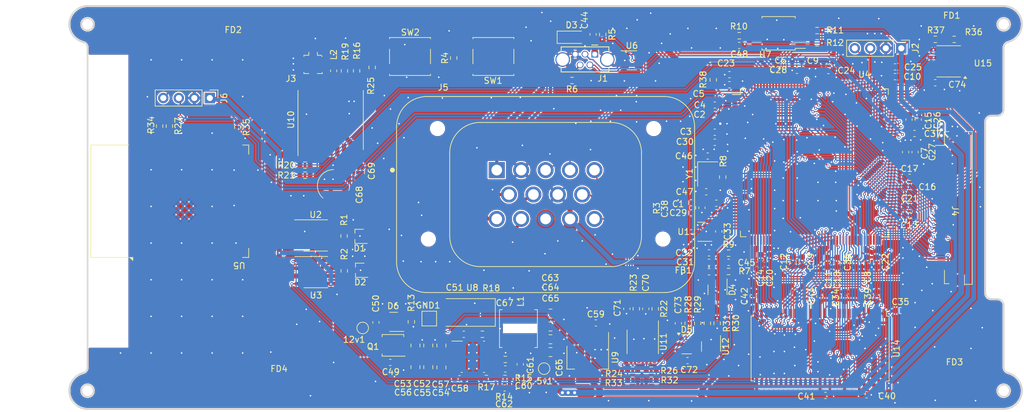
<source format=kicad_pcb>
(kicad_pcb (version 20240108) (generator "pcbnew") (generator_version "8.0")
  (layers (0 "F.Cu" signal) (31 "B.Cu" signal) (34 "B.Paste" user) (35 "F.Paste" user) (36 "B.SilkS" user "B.Silkscreen") (37 "F.SilkS" user "F.Silkscreen") (38 "B.Mask" user) (39 "F.Mask" user) (44 "Edge.Cuts" user))
  (net 0 "")
  (net 1 "+3.3V")
  (net 2 "GND")
  (net 3 "+5C")
  (net 4 "+5V")
  (net 5 "/USB_D-")
  (net 6 "Net-(U4-VDDA)")
  (net 7 "Net-(U1-OUT)")
  (net 8 "Net-(U4-NRST)")
  (net 9 "Net-(U4-BOOT0)")
  (net 18 "/USB_D+")
  (net 19 "Net-(J1-ID)")
  (net 20 "/TXDCAN1")
  (net 21 "/RXDCAN1")
  (net 22 "/TXDCAN2")
  (net 23 "/RXDCAN2")
  (net 27 "/F0")
  (net 28 "/IN1")
  (net 29 "/IN2")
  (net 30 "unconnected-(U4-PC3-Pad35)")
  (net 36 "Net-(U4-PDR_ON)")
  (net 45 "/F1")
  (net 46 "/F2")
  (net 47 "/F3")
  (net 48 "/F4")
  (net 49 "/F5")
  (net 50 "/C0")
  (net 51 "/F11")
  (net 52 "/F12")
  (net 53 "/F13")
  (net 54 "/F14")
  (net 55 "/F15")
  (net 56 "/G0")
  (net 57 "/G1")
  (net 58 "/E7")
  (net 59 "/E8")
  (net 60 "/E9")
  (net 61 "Net-(U5-RXD0)")
  (net 62 "Net-(U5-TXD0)")
  (net 63 "/E10")
  (net 64 "/E11")
  (net 66 "/E12")
  (net 67 "/E13")
  (net 70 "/E14")
  (net 71 "/E15")
  (net 72 "/H6")
  (net 76 "/H7")
  (net 77 "/D8")
  (net 78 "/D9")
  (net 80 "/D10")
  (net 81 "/D14")
  (net 82 "/D15")
  (net 86 "/SCL_E")
  (net 87 "/SDA_E")
  (net 88 "Net-(U10-VBAT)")
  (net 89 "Net-(J3-Pad1)")
  (net 90 "/ADC1")
  (net 92 "/SWDI")
  (net 97 "/G2")
  (net 98 "/G4")
  (net 108 "/SWCLC")
  (net 109 "/G5")
  (net 111 "/G8")
  (net 112 "/D0")
  (net 113 "/D1")
  (net 114 "/G15")
  (net 115 "/E0")
  (net 116 "/E1")
  (net 118 "/A0")
  (net 122 "Net-(U4-PH0)")
  (net 123 "Net-(U4-PH1)")
  (net 124 "Net-(U7-IO3)")
  (net 125 "Net-(U7-IO2)")
  (net 126 "/B7")
  (net 127 "/B3")
  (net 128 "/B4")
  (net 129 "/B5")
  (net 138 "/H8")
  (net 139 "/H9")
  (net 140 "/H10")
  (net 141 "/H11")
  (net 142 "/B1")
  (net 143 "/G6")
  (net 144 "/H13")
  (net 145 "/H14")
  (net 146 "/H15")
  (net 147 "/I0")
  (net 148 "/I1")
  (net 149 "/I2")
  (net 150 "/D6")
  (net 151 "/G11")
  (net 152 "/I4")
  (net 153 "/I5")
  (net 154 "/I6")
  (net 155 "/I7")
  (net 156 "/G7")
  (net 157 "/I10")
  (net 158 "/I9")
  (net 159 "/F10")
  (net 160 "/F8")
  (net 161 "/C13")
  (net 162 "/H5")
  (net 163 "/H4")
  (net 164 "/I11")
  (net 165 "/+12v")
  (net 166 "Net-(U8-BST)")
  (net 167 "Net-(U8-SS)")
  (net 168 "Net-(U8-COMP)")
  (net 169 "Net-(C61-Pad1)")
  (net 170 "/G14")
  (net 171 "Net-(U8-FB)")
  (net 172 "Net-(U8-SW)")
  (net 173 "+BATT")
  (net 174 "Net-(C51-Pad1)")
  (net 175 "Net-(L2-Pad2)")
  (net 176 "Net-(U10-Vcc_RF)")
  (net 177 "Net-(U10-RF_IN)")
  (net 180 "/A10")
  (net 182 "Net-(U10-TXD0)")
  (net 184 "/A9")
  (net 186 "Net-(U10-RXD0)")
  (net 191 "Net-(R22-Pad2)")
  (net 192 "Net-(R23-Pad2)")
  (net 193 "Net-(R24-Pad2)")
  (net 194 "/C2")
  (net 195 "Net-(R26-Pad2)")
  (net 196 "/C1")
  (net 198 "Net-(U4-VCAP_1)")
  (net 199 "Net-(U4-VCAP_2)")
  (net 200 "Net-(D6-A)")
  (net 201 "/CANL1")
  (net 202 "/CANH1")
  (net 203 "/CANL2")
  (net 204 "/CANH2")
  (net 207 "Net-(U5-IO0)")
  (net 239 "Net-(U5-EN)")
  (net 240 "/rx-esp")
  (net 241 "/tx-esp")
  (net 242 "Net-(D5-IO4)")
  (footprint "Resistor_SMD:R_0603_1608Metric" (layer "F.Cu") (at 195.45 81.15)
    (property "Reference" "R11")
    (property "Value" "10k")
  )
  (footprint "Capacitor_SMD:C_0603_1608Metric" (layer "F.Cu") (at 199.95 124.7 90)
    (property "Reference" "C34")
    (property "Value" "100nF")
  )
  (footprint "Resistor_SMD:R_0603_1608Metric" (layer "F.Cu") (at 140.65 130.885 180)
    (property "Reference" "R18")
    (property "Value" "10R")
  )
  (footprint "Resistor_SMD:R_0603_1608Metric" (layer "F.Cu") (at 165.25 136.7625)
    (property "Reference" "R24")
    (property "Value" "2.4k")
  )
  (footprint "Inductor_SMD:L_0603_1608Metric" (layer "F.Cu") (at 116.3 87.75 90)
    (property "Reference" "L2")
    (property "Value" "47nH")
  )
  (footprint "Resistor_SMD:R_0603_1608Metric" (layer "F.Cu") (at 111.6075 103.18)
    (property "Reference" "R20")
    (property "Value" "0R")
  )
  (footprint "TestPoint:TestPoint_Pad_D1.5mm" (layer "F.Cu") (at 150.75 136.51 -90)
    (property "Reference" "5v1")
    (property "Value" "TestPoint")
  )
  (footprint "Capacitor_SMD:C_0603_1608Metric" (layer "F.Cu") (at 137.6 130.885 180)
    (property "Reference" "C51")
    (property "Value" "100nF")
  )
  (footprint "TestPoint:TestPoint_Pad_D1.5mm" (layer "F.Cu") (at 121.05 129.85 -90)
    (property "Reference" "12v1")
    (property "Value" "TestPoint")
  )
  (footprint "Resistor_SMD:R_0603_1608Metric" (layer "F.Cu") (at 111.6075 104.83)
    (property "Reference" "R21")
    (property "Value" "0R")
  )
  (footprint "Button_Switch_SMD:SW_SPST_EVQQ2" (layer "F.Cu") (at 128.8 85.4)
    (property "Reference" "SW2")
    (property "Value" "SW_Push")
  )
  (footprint "Resistor_SMD:R_0603_1608Metric" (layer "F.Cu") (at 144.35 138.11 180)
    (property "Reference" "R14")
    (property "Value" "12K 1%")
  )
  (footprint "Package_SO:SOIC-8_3.9x4.9mm_P1.27mm" (layer "F.Cu") (at 113.375 120.705)
    (property "Reference" "U3")
    (property "Value" "TJA1051T-3")
  )
  (footprint "Capacitor_SMD:C_0603_1608Metric" (layer "F.Cu") (at 208.2 88.7)
    (property "Reference" "C10")
    (property "Value" "100nF")
  )
  (footprint "Package_QFP:LQFP-176_24x24mm_P0.5mm" (layer "F.Cu") (at 195 102.8)
    (property "Reference" "U4")
    (property "Value" "STM32F429IITx")
  )
  (footprint "Capacitor_SMD:C_0603_1608Metric" (layer "F.Cu") (at 180.9625 119.1)
    (property "Reference" "C45")
    (property "Value" "1u")
  )
  (footprint "Capacitor_SMD:C_0603_1608Metric" (layer "F.Cu") (at 205.2 124.7 90)
    (property "Reference" "C39")
    (property "Value" "100nF")
  )
  (footprint "Capacitor_SMD:C_0603_1608Metric" (layer "F.Cu") (at 181.1 88.377017 180)
    (property "Reference" "C23")
    (property "Value" "4.7uF")
  )
  (footprint "Capacitor_SMD:C_0603_1608Metric" (layer "F.Cu") (at 176.6 110.175 90)
    (property "Reference" "C38")
    (property "Value" "100nF")
  )
  (footprint "Resistor_SMD:R_0603_1608Metric" (layer "F.Cu") (at 177.4875 129.0875 -90)
    (property "Reference" "R31")
    (property "Value" "5.6K")
  )
  (footprint "Button_Switch_SMD:SW_SPST_EVQQ2" (layer "F.Cu") (at 142.45 85.4 180)
    (property "Reference" "SW1")
    (property "Value" "SW_Push")
  )
  (footprint "Capacitor_SMD:C_0603_1608Metric" (layer "F.Cu") (at 195.9 124.7 90)
    (property "Reference" "C43")
    (property "Value" "100nF")
  )
  (footprint "Resistor_SMD:R_0603_1608Metric" (layer "F.Cu") (at 217.9 82.6 180)
    (property "Reference" "R36")
    (property "Value" "4.7k")
  )
  (footprint "TestPoint:TestPoint_Pad_2.0x2.0mm" (layer "F.Cu") (at 131.95 128.31 -90)
    (property "Reference" "GND1")
    (property "Value" "TestPoint")
  )
  (footprint "Capacitor_SMD:C_0603_1608Metric" (layer "F.Cu") (at 210.6 105.2)
    (property "Reference" "C17")
    (property "Value" "4.7uF")
  )
  (footprint "Capacitor_SMD:C_0603_1608Metric" (layer "F.Cu") (at 177.7625 117.55)
    (property "Reference" "C32")
    (property "Value" "100nF")
  )
  (footprint "Connector_PinHeader_2.54mm:PinHeader_1x04_P2.54mm_Vertical" (layer "F.Cu") (at 96.02 92.2 -90)
    (property "Reference" "J6")
    (property "Value" "Conn_01x04")
  )
  (footprint "Resistor_SMD:R_0603_1608Metric" (layer "F.Cu") (at 165.25 138.4125 180)
    (property "Reference" "R33")
    (property "Value" "4.7k")
  )
  (footprint "Resistor_SMD:R_0603_1608Metric" (layer "F.Cu") (at 118.03 120.5 -90)
    (property "Reference" "R2")
    (property "Value" "120")
  )
  (footprint "Resistor_SMD:R_0603_1608Metric" (layer "F.Cu") (at 180 105.15 -90)
    (property "Reference" "R8")
    (property "Value" "1M")
  )
  (footprint "Resistor_SMD:R_0603_1608Metric" (layer "F.Cu") (at 182.7 82 180)
    (property "Reference" "R10")
    (property "Value" "10k")
  )
  (footprint "Capacitor_SMD:C_0603_1608Metric" (layer "F.Cu") (at 192.15 86.12 180)
    (property "Reference" "C6")
    (property "Value" "100nF")
  )
  (footprint "Resistor_SMD:R_0603_1608Metric" (layer "F.Cu") (at 175.05 110.175 -90)
    (property "Reference" "R3")
    (property "Value" "10k")
  )
  (footprint "Fiducial:Fiducial_0.5mm_Mask1.5mm" (layer "F.Cu") (at 107.35 138.25)
    (property "Reference" "FD4")
    (property "Value" "TestPoint")
  )
  (footprint "Package_SON:Diodes_PowerDI3333-8" (layer "F.Cu") (at 126.005 132.7 180)
    (property "Reference" "Q1")
    (property "Value" "DMP3013SFV-7")
  )
  (footprint "Capacitor_SMD:C_0603_1608Metric" (layer "F.Cu") (at 193 119 -90)
    (property "Reference" "C19")
    (property "Value" "4.7uF")
  )
  (footprint "Resistor_SMD:R_0603_1608Metric" (layer "F.Cu") (at 168.3 138.4125 180)
    (property "Reference" "R32")
    (property "Value" "4.7k")
  )
  (footprint "Capacitor_SMD:C_0603_1608Metric" (layer "F.Cu") (at 158.775 81.775 90)
    (property "Reference" "C44")
    (property "Value" "100nF")
  )
  (footprint "Package_SO:SOIC-8_3.9x4.9mm_P1.27mm" (layer "F.Cu") (at 217 86.2 180)
    (property "Reference" "U15")
    (property "Value" "24LC512")
  )
  (footprint "RF_Module:ESP32-S3-WROOM-1" (layer "F.Cu") (at 89.44 109.1 90)
    (property "Reference" "U5")
    (property "Value" "ESP32-S3-WROOM-1")
  )
  (footprint "Package_TO_SOT_SMD:SOT-323_SC-70" (layer "F.Cu") (at 120.6 120.4 180)
    (property "Reference" "D2")
    (property "Value" "PESD1CAN-UX")
  )
  (footprint "Capacitor_SMD:C_0603_1608Metric" (layer "F.Cu") (at 123.22 128.945 90)
    (property "Reference" "C50")
    (property "Value" "100nF")
  )
  (footprint "Resistor_SMD:R_0603_1608Metric" (layer "F.Cu") (at 89.4 96.8 -90)
    (property "Reference" "R27")
    (property "Value" "0R")
  )
  (footprint "Capacitor_SMD:C_0603_1608Metric" (layer "F.Cu") (at 205.2 119.05 -90)
    (property "Reference" "C22")
    (property "Value" "4.7uF")
  )
  (footprint "Capacitor_SMD:C_0603_1608Metric" (layer "F.Cu") (at 198.7 119.1 -90)
    (property "Reference" "C18")
    (property "Value" "4.7uF")
  )
  (footprint "Capacitor_SMD:C_0603_1608Metric" (layer "F.Cu") (at 164.3 126.7125 -90)
    (property "Reference" "C71")
    (property "Value" "100nF")
  )
  (footprint "Resistor_SMD:R_0603_1608Metric" (layer "F.Cu") (at 160.35 81.8 90)
    (property "Reference" "R5")
    (property "Value" "100k")
  )
  (footprint "Package_TO_SOT_SMD:SOT-23-5" (layer "F.Cu") (at 178.0875 132.8875 -90)
    (property "Reference" "U12")
    (property "Value" "MCP6001-OT")
  )
  (footprint "Capacitor_SMD:C_0603_1608Metric" (layer "F.Cu") (at 178.7 99.4475 180)
    (property "Reference" "C30")
    (property "Value" "4.7uF")
  )
  (footprint "Capacitor_SMD:C_0603_1608Metric" (layer "F.Cu") (at 209.95 101.05 -90)
    (property "Reference" "C7")
    (property "Value" "100nF")
  )
  (footprint "Resistor_SMD:R_0603_1608Metric" (layer "F.Cu") (at 180.9625 117.6)
    (property "Reference" "R9")
    (property "Value" "10k")
  )
  (footprint "Inductor_SMD:L_0603_1608Metric" (layer "F.Cu") (at 177.7625 120.65 180)
    (property "Reference" "FB1")
    (property "Value" "FerriteBead")
  )
  (footprint "Capacitor_SMD:C_0603_1608Metric" (layer "F.Cu") (at 203.65 119.05 -90)
    (property "Reference" "C8")
    (property "Value" "100nF")
  )
  (footprint "Capacitor_SMD:C_0603_1608Metric" (layer "F.Cu") (at 192.15 87.67 180)
    (property "Reference" "C28")
    (property "Value" "4.7uF")
  )
  (footprint "Resistor_SMD:R_0603_1608Metric" (layer "F.Cu") (at 100.6 96.975 -90)
    (property "Reference" "R35")
    (property "Value" "10k")
  )
  (footprint "Package_SO:TSOP-II-54_22.2x10.16mm_P0.8mm" (layer "F.Cu") (at 195.95 133.225 -90)
    (property "Reference" "U14")
    (property "Value" "W9825G6KH-6I")
  )
  (footprint "Capacitor_Tantalum_SMD:CP_EIA-7343-31_Kemet-D" (layer "F.Cu") (at 138.35 127.31 180)
    (property "Reference" "C67")
    (property "Value" "100uF")
  )
  (footprint "Connector_Coaxial:U.FL_Molex_MCRF_73412-0110_Vertical" (layer "F.Cu") (at 112.925 86.7 180)
    (property "Reference" "J3")
    (property "Value" "20279-001E-03")
  )
  (footprint "Resistor_SMD:R_0603_1608Metric" (layer "F.Cu") (at 118 114.8 -90)
    (property "Reference" "R1")
    (property "Value" "120")
  )
  (footprint "Resistor_SMD:R_0603_1608Metric" (layer "F.Cu") (at 135.95 85.65 90)
    (property "Reference" "R4")
    (property "Value" "10k")
  )
  (footprint "Capacitor_SMD:C_0805_2012Metric" (layer "F.Cu") (at 129.6875 132.715 90)
    (property "Reference" "C53")
    (property "Value" "10u 35v")
  )
  (footprint "Resistor_SMD:R_0603_1608Metric" (layer "F.Cu") (at 178.45 89.227017 -90)
    (property "Reference" "R38")
    (property "Value" "10k")
  )
  (footprint "Capacitor_SMD:C_0603_1608Metric" (layer "F.Cu") (at 159.225 129.03)
    (property "Reference" "C59")
    (property "Value" "4.7uF")
  )
  (footprint "Package_TO_SOT_SMD:SOT-23-6" (layer "F.Cu") (at 165.125 86.025)
    (property "Reference" "U6")
    (property "Value" "USBLC6-2SC6")
  )
  (footprint "Capacitor_SMD:C_0805_2012Metric" (layer "F.Cu") (at 120.6075 104.38 90)
    (property "Reference" "C69")
    (property "Value" "10u 35v")
  )
  (footprint "Capacitor_SMD:C_0603_1608Metric" (layer "F.Cu") (at 201.8 119.05 -90)
    (property "Reference" "C36")
    (property "Value" "2.2u")
  )
  (footprint "776262-1:TE_776262-1" (layer "F.Cu") (at 151 108)
    (property "Reference" "J5")
    (property "Value" "776262-1")
  )
  (footprint "Capacitor_SMD:C_0603_1608Metric" (layer "F.Cu") (at 203.55 140.8)
    (property "Reference" "C40")
    (property "Value" "100nF")
  )
  (footprint "Resistor_SMD:R_0603_1608Metric" (layer "F.Cu") (at 155.325 89.325 180)
    (property "Reference" "R6")
    (property "Value" "100k")
  )
  (footprint "Capacitor_SMD:C_0805_2012Metric" (layer "F.Cu") (at 151.8 129.61)
    (property "Reference" "C64")
    (property "Value" "10u")
  )
  (footprint "Resistor_SMD:R_0603_1608Metric" (layer "F.Cu") (at 174.3375 129.0875 90)
    (property "Reference" "R28")
    (property "Value" "2.7k")
  )
  (footprint "Capacitor_SMD:C_0603_1608Metric" (layer "F.Cu") (at 211.5 101.05 -90)
    (property "Reference" "C27")
    (property "Value" "4.7uF")
  )
  (footprint "Capacitor_SMD:C_0603_1608Metric" (layer "F.Cu") (at 177.7625 119.1 180)
    (property "Reference" "C31")
    (property "Value" "4.7uF")
  )
  (footprint "Capacitor_SMD:C_0805_2012Metric" (layer "F.Cu") (at 151.7875 131.7)
    (property "Reference" "C65")
    (property "Value" "10u")
  )
  (footprint "Capacitor_SMD:C_0603_1608Metric" (layer "F.Cu") (at 182.7 83.585 180)
    (property "Reference" "C48")
    (property "Value" "100nF")
  )
  (footprint "Resistor_SMD:R_0603_1608Metric" (layer "F.Cu") (at 214.8 82.6 180)
    (property "Reference" "R37")
    (property "Value" "4.7k")
  )
  (footprint "Capacitor_SMD:C_0603_1608Metric" (layer "F.Cu") (at 136.9 138.16)
    (property "Reference" "C58")
    (property "Value" "100nF")
  )
  (footprint "Capacitor_SMD:C_0603_1608Metric" (layer "F.Cu") (at 209.1 127)
    (property "Reference" "C35")
    (property "Value" "100nF")
  )
  (footprint "Package_SO:SOIC-8_3.9x4.9mm_P1.27mm" (layer "F.Cu") (at 166.905 132.125 -90)
    (property "Reference" "U11")
    (property "Value" "ILD207T")
  )
  (footprint "Capacitor_SMD:C_0603_1608Metric" (layer "F.Cu") (at 177.55 101.7)
    (property "Reference" "C46")
    (property "Value" "20p")
  )
  (footprint "Package_TO_SOT_SMD:SOT-23-6" (layer "F.Cu") (at 174.1 132.527017)
    (property "Reference" "D5")
    (property "Value" "SRV05-4")
  )
  (footprint "Resistor_SMD:R_0603_1608Metric" (layer "F.Cu") (at 141.3 138.11 180)
    (property "Reference" "R17")
    (property "Value" "2.2K 1%")
  )
  (footprint "Capacitor_SMD:C_0805_2012Metric" (layer "F.Cu") (at 131.7875 132.715 90)
    (property "Reference" "C52")
    (property "Value" "10u 35v")
  )
  (footprint "Resistor_SMD:R_0603_1608Metric" (layer "F.Cu") (at 195.45 83.15 180)
    (property "Reference" "R12")
    (property "Value" "10k")
  )
  (footprint "Capacitor_SMD:C_0603_1608Metric" (layer "F.Cu") (at 125.57 135.495)
    (property "Reference" "C49")
    (property "Value" "100n 100v")
  )
  (footprint "Capacitor_SMD:C_0603_1608Metric" (layer "F.Cu") (at 197.3 87.7 180)
    (property "Reference" "C24")
    (property "Value" "4.7uF")
  )
  (footprint "Fiducial:Fiducial_0.5mm_Mask1.5mm" (layer "F.Cu") (at 217.5 80.4)
    (property "Reference" "FD1")
    (property "Value" "TestPoint")
  )
  (footprint "Package_TO_SOT_SMD:SOT-323_SC-70" (layer "F.Cu") (at 120.5 114.85 180)
    (property "Reference" "D1")
    (property "Value" "PESD1CAN-UX")
  )
  (footprint "Capacitor_SMD:C_0603_1608Metric" (layer "F.Cu") (at 181.1 90.027017 180)
    (property "Reference" "C5")
    (property "Value" "100nF")
  )
  (footprint "Diode_SMD:D_SOD-123" (layer "F.Cu") (at 155.25 82.25)
    (property "Reference" "D3")
    (property "Value" "schottky")
  )
  (footprint "Capacitor_SMD:C_0603_1608Metric" (layer "F.Cu") (at 210.6 106.7)
    (property "Reference" "C16")
    (property "Value" "100nF")
  )
  (footprint "Capacitor_SMD:C_0603_1608Metric" (layer "F.Cu") (at 187.75 118.65 -90)
    (property "Reference" "C20")
    (property "Value" "4.7uF")
  )
  (footprint "Capacitor_SMD:C_0603_1608Metric" (layer "F.Cu") (at 146.85 135.81 -90)
    (property "Reference" "C61")
    (property "Value" "1.2nF")
  )
  (footprint "Package_SO:SOIC-8_5.23x5.23mm_P1.27mm" (layer "F.Cu") (at 189.15 81.6 180)
    (property "Reference" "U7")
    (property "Value" "W25Q32JVSS")
  )
  (footprint "Capacitor_SMD:C_0603_1608Metric" (layer "F.Cu") (at 144.3 139.66 180)
    (property "Reference" "C62")
    (property "Value" "220 pF")
  )
  (footprint "Package_TO_SOT_SMD:SOT-23" (layer "F.Cu") (at 126.12 128.845 180)
    (property "Reference" "D6")
    (property "Value" "MMBZ5242BLT3G")
  )
  (footprint "Fiducial:Fiducial_0.5mm_Mask1.5mm" (layer "F.Cu") (at 217.95 137.15)
    (property "Reference" "FD3")
    (property "Value" "TestPoint")
  )
  (footprint "Package_SO:SOIC-8_3.9x4.9mm_P1.27mm" (layer "F.Cu") (at 113.35 114.7)
    (property "Reference" "U2")
    (property "Value" "TJA1051T-3")
  )
  (footprint "Capacitor_SMD:C_0603_1608Metric" (layer "F.Cu") (at 177.3 107.55 180)
    (property "Reference" "C47")
    (property "Value" "20p")
  )
  (footprint "Capacitor_SMD:C_0603_1608Metric" (layer "F.Cu") (at 178.7 97.8 180)
    (property "Reference" "C3")
    (property "Value" "100nF")
  )
  (footprint "Resistor_SMD:R_0603_1608Metric" (layer "F.Cu") (at 180.9625 120.6 180)
    (property "Reference" "R7")
    (property "Value" "82k")
  )
  (footprint "Resistor_SMD:R_0603_1608Metric" (layer "F.Cu") (at 122.6 87.2 90)
    (property "Reference" "R25")
    (property "Value" "10k")
  )
  (footprint "Package_TO_SOT_SMD:SOT-23" (layer "F.Cu") (at 176.55 114.1 180)
    (property "Reference" "U1")
    (property "Value" "REF3333")
  )
  (footprint "RF_GPS:SIM28ML" (layer "F.Cu") (at 115.8 95.8 90)
    (property "Reference" "U10")
    (property "Value" "~")
  )
  (footprint "Inductor_SMD:L_Bourns_SRN6045TA" (layer "F.Cu") (at 146.55 129.96 90)
    (property "Reference" "L1")
    (property "Value" "SRN6045TA-3R3Y")
  )
  (footprint "Capacitor_SMD:C_0603_1608Metric" (layer "F.Cu") (at 185 124.65 90)
    (property "Reference" "C42")
    (property "Value" "100nF")
  )
  (footprint "Resistor_SMD:R_0603_1608Metric" (layer "F.Cu") (at 179.0875 129.0875 -90)
    (property "Reference" "R30")
    (property "Value" "10k")
  )
  (footprint "Resistor_SMD:R_0603_1608Metric" (layer "F.Cu") (at 129.02 128.845 -90)
    (property "Reference" "R13")
    (property "Value" "12K 1%")
  )
  (footprint "Capacitor_SMD:C_0603_1608Metric" (layer "F.Cu") (at 208.2 87.1)
    (property "Reference" "C25")
    (property "Value" "4.7uF")
  )
  (footprint "Capacitor_SMD:C_0603_1608Metric" (layer "F.Cu") (at 178.7 93.35 180)
    (property "Reference" "C4")
    (property "Value" "100nF")
  )
  (footprint "Capacitor_SMD:C_0603_1608Metric" (layer "F.Cu") (at 186.2 118.65 -90)
    (property "Reference" "C14")
    (property "Value" "100nF")
  )
  (footprint "Capacitor_SMD:C_0603_1608Metric" (layer "F.Cu") (at 191.5 119 -90)
    (property "Reference" "C12")
    (property "Value" "100nF")
  )
  (footprint "Capacitor_SMD:C_0603_1608Metric" (layer "F.Cu") (at 212 95.73 -90)
    (property "Reference" "C26")
    (property "Value" "4.7uF")
  )
  (footprint "Capacitor_SMD:C_0603_1608Metric" (layer "F.Cu") (at 197.15 119.1 -90)
    (property "Reference" "C11")
    (property "Value" "100nF")
  )
  (footprint "Capacitor_SMD:C_0603_1608Metric" (layer "F.Cu") (at 214.8 89.7)
    (property "Reference" "C74")
    (property "Value" "100nF")
  )
  (footprint "Fiducial:Fiducial_0.5mm_Mask1.5mm" (layer "F.Cu") (at 99.85 82.75)
    (property "Reference" "FD2")
    (property "Value" "TestPoint")
  )
  (footprint "Resistor_SMD:R_0603_1608Metric" (layer "F.Cu") (at 175.8875 129.0875 90)
    (property "Reference" "R29")
    (property "Value" "10k")
  )
  (footprint "Capacitor_SMD:C_0805_2012Metric" (layer "F.Cu") (at 131.7875 136.265 -90)
    (property "Reference" "C55")
    (property "Value" "10u 35v")
  )
  (footprint "776262-1:SM3R3703T01U" (layer "F.Cu") (at 119.045 107.58 90)
    (property "Reference" "C68")
    (property "Value" "sm3r3703t01u")
  )
  (footprint "Capacitor_SMD:C_0603_1608Metric" (layer "F.Cu") (at 178.945 109.425 180)
    (property "Reference" "C1")
    (property "Value" "100nF")
  )
  (footprint "Capacitor_SMD:C_0603_1608Metric" (layer "F.Cu") (at 167.4 126.7125 90)
    (property "Reference" "C70")
    (property "Value" "100nF")
  )
  (footprint "Capacitor_SMD:C_0603_1608Metric" (layer "F.Cu") (at 144.4 136.56)
    (property "Reference" "C60")
    (property "Value" "220pF")
  )
  (footprint "Connector_USB:USB_Mini-B_Tensility_54-00023_Vertical_CircularHoles" (layer "F.Cu") (at 159.05 85.025 180)
    (property "Reference" "J1")
    (property "Value" "USB_B_Mini")
  )
  (footprint "Capacitor_SMD:C_0603_1608Metric" (layer "F.Cu") (at 179.35 114.05 -90)
    (property "Reference" "C33")
    (property "Value" "100nF")
  )
  (footprint "Capacitor_SMD:C_0603_1608Metric" (layer "F.Cu") (at 172.7375 129.095 -90)
    (property "Reference" "C73")
    (property "Value" "100nF")
  )
  (footprint "Package_TO_SOT_SMD:SOT-223-3_TabPin2" (layer "F.Cu") (at 157.9 134.68 -90)
    (property "Reference" "U9")
    (property "Value" "AMS1117-3.3")
  )
  (footprint "Crystal:Crystal_SMD_3225-4Pin_3.2x2.5mm" (layer "F.Cu") (at 177.55 104.65 -90)
    (property "Reference" "Y1")
    (property "Value" "12MHz")
  )
  (footprint "Resistor_SMD:R_0603_1608Metric" (layer "F.Cu") (at 168.3 136.7625 180)
    (property "Reference" "R26")
    (property "Value" "2.4k")
  )
  (footprint "Resistor_SMD:R_0603_1608Metric" (layer "F.Cu") (at 144.4 135.01)
    (property "Reference" "R15")
    (property "Value" "20K 1%")
  )
  (footprint "Capacitor_SMD:C_0603_1608Metric" (layer "F.Cu") (at 178.7 94.9 180)
    (property "Reference" "C2")
    (property "Value" "4.7uF")
  )
  (footprint "Package_TO_SOT_SMD:SOT-23-6" (layer "F.Cu") (at 179.15 123.6 -90)
    (property "Reference" "D4")
    (property "Value" "SRV05-4")
  )
  (footprint "Resistor_SMD:R_0603_1608Metric" (layer "F.Cu") (at 168.95 126.7125 -90)
    (property "Reference" "R22")
    (property "Value" "620")
  )
  (footprint "Package_SO:SOIC-8-1EP_3.9x4.9mm_P1.27mm_EP2.95x4.9mm_Mask2.71x3.4mm_ThermalVias" (layer "F.Cu") (at 139.0875 134.565)
    (property "Reference" "U8")
    (property "Value" "AP64501SP-13")
  )
  (footprint "Capacitor_SMD:C_0805_2012Metric" (layer "F.Cu") (at 151.8 133.8)
    (property "Reference" "C66")
    (property "Value" "10u")
  )
  (footprint "Connector_PinHeader_2.54mm:PinHeader_1x04_P2.54mm_Vertical" (layer "F.Cu") (at 209.24 84.05 -90)
    (property "Reference" "J2")
    (property "Value" "Conn_01x04")
  )
  (footprint "Capacitor_SMD:C_0603_1608Metric" (layer "F.Cu") (at 196.825 140.9 180)
    (property "Reference" "C41")
    (property "Value" "100nF")
  )
  (footprint "Capacitor_SMD:C_0805_2012Metric" (layer "F.Cu") (at 133.9375 132.715 90)
    (property "Reference" "C57")
    (property "Value" "10u 35v")
  )
  (footprint "Capacitor_SMD:C_0603_1608Metric" (layer "F.Cu") (at 197.3 86.15 180)
    (property "Reference" "C9")
    (property "Value" "100nF")
  )
  (footprint "Capacitor_SMD:C_0603_1608Metric" (layer "F.Cu") (at 211.4 98)
    (property "Reference" "C37")
    (property "Value" "2.2u")
  )
  (footprint "Capacitor_SMD:C_0805_2012Metric" (layer "F.Cu") (at 151.8 127.5)
    (property "Reference" "C63")
    (property "Value" "10u")
  )
  (footprint "Resistor_SMD:R_0603_1608Metric" (layer "F.Cu") (at 118.065 87.7575 90)
    (property "Reference" "R19")
    (property "Value" "0R")
  )
  (footprint "Capacitor_SMD:C_0603_1608Metric" (layer "F.Cu") (at 210.6 111.45)
    (property "Reference" "C13")
    (property "Value" "100nF")
  )
  (footprint "Capacitor_SMD:C_0603_1608Metric" (layer "F.Cu") (at 210.6 109.95)
    (property "Reference" "C21")
    (property "Value" "4.7uF")
  )
  (footprint "Resistor_SMD:R_0603_1608Metric" (layer "F.Cu") (at 87.8 96.8 -90)
    (property "Reference" "R34")
    (property "Value" "0R")
  )
  (footprint "Capacitor_SMD:C_0603_1608Metric" (layer "F.Cu") (at 210.5 95.73 -90)
    (property "Reference" "C15")
    (property "Value" "100nF")
  )
  (footprint "Resistor_SMD:R_0603_1608Metric" (layer "F.Cu") (at 120.05 87.75 -90)
    (property "Reference" "R16")
    (property "Value" "10R")
  )
  (footprint "Capacitor_SMD:C_0805_2012Metric" (layer "F.Cu") (at 129.6875 136.265 -90)
    (property "Reference" "C56")
    (property "Value" "10u 35v")
  )
  (footprint "Capacitor_SMD:C_0805_2012Metric" (layer "F.Cu") (at 133.9375 136.315 -90)
    (property "Reference" "C54")
    (property "Value" "10u 35v")
  )
  (footprint "Capacitor_SMD:C_0603_1608Metric" (layer "F.Cu") (at 174.2375 135.1875)
    (property "Reference" "C72")
    (property "Value" "33nF")
  )
  (footprint "Capacitor_SMD:C_0603_1608Metric" (layer "F.Cu") (at 178.95 110.975 180)
    (property "Reference" "C29")
    (property "Value" "4.7uF")
  )
  (footprint "FPC:F-FPC0M40P-C310" (layer "F.Cu") (at 218.05 110.2 -90)
    (property "Reference" "J4")
    (property "Value" "Conn_01x40_MountingPin")
  )
  (footprint "Resistor_SMD:R_0603_1608Metric" (layer "F.Cu") (at 165.85 126.7125 -90)
    (property "Reference" "R23")
    (property "Value" "620")
  )
  (gr_line (start 142.8 131.95) (end 145.7 131.85) (stroke (width 0.2)) (layer "F.Cu") (net 172))
  (gr_poly (pts (xy 136.9 132.9) (xy 136.9 131.3) (xy 137.15 131.3) (xy 137.15 130.55) (xy 136.5 130.55) (xy 136.5 132.9)) (stroke (width 0.2)) (fill solid) (layer "F.Cu") (net 166))
  (gr_poly (pts (xy 141.1 130.735) (xy 141.1 132.735) (xy 145.1 132.735) (xy 145.1 131.535) (xy 141.9 131.535) (xy 141.9 130.735)) (stroke (width 0.2)) (fill solid) (layer "F.Cu") (net 172))
  (gr_poly (pts (xy 136.95 133.8) (xy 134.3 133.8) (xy 134.3 133.35) (xy 129.45 133.35) (xy 128.7 132.35) (xy 127.4 132.35) (xy 127.4 133.95) (xy 128.5 135.5) (xy 134.45 135.5) (xy 134.45 135.2) (xy 136.95 135.2)) (stroke (width 0.2)) (fill solid) (layer "F.Cu") (net 165))
  (gr_poly (pts (xy 215.35 100.35) (xy 215.35 101) (xy 216.3 101) (xy 216.3 100.35)) (stroke (width 0.2)) (fill solid) (layer "F.Cu") (net 4))
  (gr_arc (start 226.75 137.222279) (mid 228.976093 140.505033) (end 226 143.127017) (stroke (width 0.25)) (layer "Edge.Cuts"))
  (gr_line (start 226 94.127017) (end 226 84) (stroke (width 0.25)) (layer "Edge.Cuts"))
  (gr_arc (start 226.75 137.222279) (mid 226.209402 136.866417) (end 226 136.254033) (stroke (width 0.25)) (layer "Edge.Cuts"))
  (gr_arc (start 223 96.127017) (mid 223.292893 95.419919) (end 224 95.127017) (stroke (width 0.25)) (layer "Edge.Cuts"))
  (gr_circle (center 226 140.127017) (end 227 140.127017) (stroke (width 0.25)) (fill none) (layer "Edge.Cuts"))
  (gr_arc (start 75.25 83.031754) (mid 75.79057 83.387627) (end 76 84) (stroke (width 0.25)) (layer "Edge.Cuts"))
  (gr_line (start 226 77.127017) (end 76 77.127017) (stroke (width 0.25)) (layer "Edge.Cuts"))
  (gr_arc (start 75.25 83.031754) (mid 73.023911 79.749004) (end 76 77.127017) (stroke (width 0.25)) (layer "Edge.Cuts"))
  (gr_line (start 226 136.254033) (end 226 126.127017) (stroke (width 0.25)) (layer "Edge.Cuts"))
  (gr_circle (center 76 80.127017) (end 77 80.127017) (stroke (width 0.25)) (fill none) (layer "Edge.Cuts"))
  (gr_line (start 76 84) (end 76 136.254033) (stroke (width 0.25)) (layer "Edge.Cuts"))
  (gr_line (start 76 143.127017) (end 226 143.127017) (stroke (width 0.25)) (layer "Edge.Cuts"))
  (gr_arc (start 226 94.127017) (mid 225.707107 94.834133) (end 225 95.127017) (stroke (width 0.25)) (layer "Edge.Cuts"))
  (gr_circle (center 226 80.127017) (end 227 80.127017) (stroke (width 0.25)) (fill none) (layer "Edge.Cuts"))
  (gr_line (start 225 125.127017) (end 224 125.127017) (stroke (width 0.25)) (layer "Edge.Cuts"))
  (gr_arc (start 226 84) (mid 226.209438 83.387642) (end 226.75 83.031754) (stroke (width 0.25)) (layer "Edge.Cuts"))
  (gr_arc (start 224 125.127017) (mid 223.292866 124.834138) (end 223 124.127017) (stroke (width 0.25)) (layer "Edge.Cuts"))
  (gr_line (start 224 95.127017) (end 225 95.127017) (stroke (width 0.25)) (layer "Edge.Cuts"))
  (gr_line (start 223 124.127017) (end 223 96.127017) (stroke (width 0.25)) (layer "Edge.Cuts"))
  (gr_arc (start 76 143.127017) (mid 73.023911 140.50503) (end 75.25 137.222279) (stroke (width 0.25)) (layer "Edge.Cuts"))
  (gr_arc (start 226 77.127017) (mid 228.976093 79.749006) (end 226.75 83.031754) (stroke (width 0.25)) (layer "Edge.Cuts"))
  (gr_arc (start 76 136.254033) (mid 75.79057 136.866406) (end 75.25 137.222279) (stroke (width 0.25)) (layer "Edge.Cuts"))
  (gr_arc (start 225 125.127017) (mid 225.707079 125.419924) (end 226 126.127017) (stroke (width 0.25)) (layer "Edge.Cuts"))
  (gr_circle (center 76 140.127017) (end 77 140.127017) (stroke (width 0.25)) (fill none) (layer "Edge.Cuts"))
  (segment (start 183.6 83.4) (end 183.475 83.525) (width 0.2) (layer "F.Cu") (net 1))
  (segment (start 159.115 141.735) (end 160.4 140.45) (width 0.8) (layer "F.Cu") (net 1))
  (segment (start 205.05 125.525) (end 205.1 125.525) (width 0.2) (layer "F.Cu") (net 1))
  (segment (start 207.179 137.9) (end 207.179 128.9) (width 0.8) (layer "F.Cu") (net 1))
  (segment (start 179.754132 91.1) (end 179.497983 91.1) (width 0.25) (layer "F.Cu") (net 1))
  (segment (start 204.75 127.475) (end 204.9 127.325) (width 0.4) (layer "F.Cu") (net 1))
  (segment (start 211.49 81.8) (end 209.24 84.05) (width 0.25) (layer "F.Cu") (net 1))
  (segment (start 200.175 125.25) (end 204.825 125.25) (width 0.4) (layer "F.Cu") (net 1))
  (segment (start 193.777384 119.155202) (end 193.679535 119.155202) (width 0.2) (layer "F.Cu") (net 1))
  (segment (start 181.875 81.985) (end 181.875 81.835) (width 0.2) (layer "F.Cu") (net 1))
  (segment (start 118.2 98.6) (end 122.6 94.2) (width 0.8) (layer "F.Cu") (net 1))
  (segment (start 202.8 140.825) (end 202.775 140.8) (width 0.8) (layer "F.Cu") (net 1))
  (segment (start 197.75 117) (end 197.15 117.6) (width 0.25) (layer "F.Cu") (net 1))
  (segment (start 183.3 103.05) (end 183.9 103.65) (width 0.2) (layer "F.Cu") (net 1))
  (segment (start 118.670787 141.735001) (end 159.115 141.735) (width 0.8) (layer "F.Cu") (net 1))
  (segment (start 174.33566 140.45) (end 175.95 140.45) (width 0.8) (layer "F.Cu") (net 1))
  (segment (start 183.225 127.2) (end 180.55 127.2) (width 0.25) (layer "F.Cu") (net 1))
  (segment (start 175.05 111) (end 175.8 111.75) (width 0.2) (layer "F.Cu") (net 1))
  (segment (start 206.576468 112.654286) (end 206.75295 112.654286) (width 0.25) (layer "F.Cu") (net 1))
  (segment (start 195.9 125.475) (end 195.875 125.5) (width 0.2) (layer "F.Cu") (net 1))
  (segment (start 113.9 121.036751) (end 113.9 118.53) (width 0.25) (layer "F.Cu") (net 1))
  (segment (start 186.25 90.125) (end 186.25 89.34259) (width 0.2) (layer "F.Cu") (net 1))
  (segment (start 179.72 109.425) (end 179.845 109.55) (width 0.2) (layer "F.Cu") (net 1))
  (segment (start 202.35 138.975) (end 202.35 140.375) (width 0.4) (layer "F.Cu") (net 1))
  (segment (start 207.425 88.65) (end 207.425 85.865) (width 0.2) (layer "F.Cu") (net 1))
  (segment (start 182.325 99.05) (end 179.8725 99.05) (width 0.2) (layer "F.Cu") (net 1))
  (segment (start 183.6 83.4) (end 182.2 84.8) (width 0.25) (layer "F.Cu") (net 1))
  (segment (start 204.25 90.125) (end 204.25 88.6) (width 0.2) (layer "F.Cu") (net 1))
  (segment (start 198.8 84.527017) (end 201.127017 82.2) (width 0.2) (layer "F.Cu") (net 1))
  (segment (start 179.825 94.55) (end 182.325 94.55) (width 0.2) (layer "F.Cu") (net 1))
  (segment (start 181.875 90.027017) (end 180.802017 91.1) (width 0.25) (layer "F.Cu") (net 1))
  (segment (start 197.15 118.325) (end 197.15 118.3) (width 0.4) (layer "F.Cu") (net 1))
  (segment (start 205.75 87.1) (end 207.425 87.1) (width 0.2) (layer "F.Cu") (net 1))
  (segment (start 113.9 118.53) (end 115.825 116.605) (width 0.25) (layer "F.Cu") (net 1))
  (segment (start 185.55 127.475) (end 185.55 125.975) (width 0.4) (layer "F.Cu") (net 1))
  (segment (start 190.8 118.3) (end 190.65 118.3) (width 0.2) (layer "F.Cu") (net 1))
  (segment (start 179.725 110.975) (end 179.725 109.43) (width 0.2) (layer "F.Cu") (net 1))
  (segment (start 118.2 98.6) (end 119.1 99.5) (width 0.8) (layer "F.Cu") (net 1))
  (segment (start 115.85 122.65) (end 115.473249 122.61) (width 0.25) (layer "F.Cu") (net 1))
  (segment (start 183.725 83.525) (end 185.55 83.525) (width 0.2) (layer "F.Cu") (net 1))
  (segment (start 178.246751 123.45) (end 177.4 123.45) (width 0.25) (layer "F.Cu") (net 1))
  (segment (start 179.725 109.43) (end 179.72 109.425) (width 0.2) (layer "F.Cu") (net 1))
  (segment (start 184.9 131.7) (end 184.9 128.9) (width 0.8) (layer "F.Cu") (net 1))
  (segment (start 207.675 94.55) (end 210.095 94.55) (width 0.18) (layer "F.Cu") (net 1))
  (segment (start 176.975 123.025) (end 176.975 120.65) (width 0.25) (layer "F.Cu") (net 1))
  (segment (start 206.75295 112.654286) (end 206.857236 112.55) (width 0.25) (layer "F.Cu") (net 1))
  (segment (start 197.75 88.025) (end 198.075 87.7) (width 0.2) (layer "F.Cu") (net 1))
  (segment (start 179.475 97.8) (end 178.7 97.025) (width 0.2) (layer "F.Cu") (net 1))
  (segment (start 110.8 98.6) (end 118.2 98.6) (width 0.8) (layer "F.Cu") (net 1))
  (segment (start 203.65 118.275) (end 202.75 117.375) (width 0.2) (layer "F.Cu") (net 1))
  (segment (start 214.525 88.105) (end 215.499999 88.105) (width 0.25) (layer "F.Cu") (net 1))
  (segment (start 217.925 81.8) (end 218.725 82.6) (width 0.25) (layer "F.Cu") (net 1))
  (segment (start 213.4 96.555) (end 213.4 99.15) (width 0.25) (layer "F.Cu") (net 1))
  (segment (start 199.775 125.3) (end 198.63995 125.3) (width 0.5) (layer "F.Cu") (net 1))
  (segment (start 205.2 118.275) (end 203.65 118.275) (width 0.4) (layer "F.Cu") (net 1))
  (segment (start 185.5 127.496) (end 185.521 127.475) (width 0.8) (layer "F.Cu") (net 1))
  (segment (start 210.5 94.955) (end 211.8 94.955) (width 0.18) (layer "F.Cu") (net 1))
  (segment (start 192.75 87.845) (end 192.75 90.125) (width 0.2) (layer "F.Cu") (net 1))
  (segment (start 210.095 94.55) (end 210.5 94.955) (width 0.18) (layer "F.Cu") (net 1))
  (segment (start 199.95 127.475) (end 199.95 125.175) (width 0.2) (layer "F.Cu") (net 1))
  (segment (start 179 91.854132) (end 179 92.875) (width 0.25) (layer "F.Cu") (net 1))
  (segment (start 198.53995 125.2) (end 197.96005 125.2) (width 0.5) (layer "F.Cu") (net 1))
  (segment (start 157.9 129.58) (end 158.45 129.03) (width 0.8) (layer "F.Cu") (net 1))
  (segment (start 208.62916 112.55) (end 208.87916 112.8) (width 0.25) (layer "F.Cu") (net 1))
  (segment (start 211.8 94.955) (end 213.4 96.555) (width 0.25) (layer "F.Cu") (net 1))
  (segment (start 209.95 100.275) (end 211.5 100.275) (width 0.25) (layer "F.Cu") (net 1))
  (segment (start 186.25 117.975) (end 186.35 117.875) (width 0.2) (layer "F.Cu") (net 1))
  (segment (start 174.33566 140.45) (end 176.15 140.45) (width 0.8) (layer "F.Cu") (net 1))
  (segment (start 157.9 131.53) (end 157.9 129.58) (width 0.8) (layer "F.Cu") (net 1))
  (segment (start 197.15 117.6) (end 197.15 118.325) (width 0.25) (layer "F.Cu") (net 1))
  (segment (start 216.425 81.8) (end 217.925 81.8) (width 0.25) (layer "F.Cu") (net 1))
  (segment (start 120.6075 103.43) (end 119.1 101.9225) (width 0.25) (layer "F.Cu") (net 1))
  (segment (start 186.25 115.475) (end 186.25 117.975) (width 0.2) (layer "F.Cu") (net 1))
  (segment (start 86.9 120.3) (end 107.4 120.3) (width 0.5) (layer "F.Cu") (net 1))
  (segment (start 100.6 96.15) (end 100.6 96) (width 0.25) (layer "F.Cu") (net 1))
  (segment (start 166.5 78.2) (end 151.8 78.2) (width 0.25) (layer "F.Cu") (net 1))
  (segment (start 185.277017 88.377017) (end 181.875 88.377017) (width 0.2) (layer "F.Cu") (net 1))
  (segment (start 199.4 119.025) (end 198.7 118.325) (width 0.2) (layer "F.Cu") (net 1))
  (segment (start 188.225 118.3) (end 187.775 117.85) (width 0.25) (layer "F.Cu") (net 1))
  (segment (start 214.825 81.8) (end 211.49 81.8) (width 0.25) (layer "F.Cu") (net 1))
  (segment (start 207.179 140.33) (end 207.179 137.9) (width 0.8) (layer "F.Cu") (net 1))
  (segment (start 119.1 101.9225) (end 119.1 100.65) (width 0.25) (layer "F.Cu") (net 1))
  (segment (start 202.9 119.025) (end 199.4 119.025) (width 0.2) (layer "F.Cu") (net 1))
  (segment (start 185.98241 89.075) (end 185.975 89.075) (width 0.2) (layer "F.Cu") (net 1))
  (segment (start 179.15 124.353249) (end 178.246751 123.45) (width 0.25) (layer "F.Cu") (net 1))
  (segment (start 212.275 100.275) (end 211.5 100.275) (width 0.25) (layer "F.Cu") (net 1))
  (segment (start 193.679535 119.155202) (end 192.774333 118.25) (width 0.2) (layer "F.Cu") (net 1))
  (segment (start 183.9 103.65) (end 183.9 103.8) (width 0.2) (layer "F.Cu") (net 1))
  (segment (start 85.45 117.85) (end 85.45 118.85) (width 0.5) (layer "F.Cu") (net 1))
  (segment (start 179.475 94.9) (end 179.475 93.35) (width 0.2) (layer "F.Cu") (net 1))
  (segment (start 179.8725 99.05) (end 179.475 99.4475) (width 0.2) (layer "F.Cu") (net 1))
  (segment (start 202.75 117.375) (end 202.75 115.475) (width 0.2) (layer "F.Cu") (net 1))
  (segment (start 192.925 86.12) (end 193.695 85.35) (width 0.2) (layer "F.Cu") (net 1))
  (segment (start 85.45 118.85) (end 86.9 120.3) (width 0.5) (layer "F.Cu") (net 1))
  (segment (start 192.75 91.35) (end 192.75 90.125) (width 0.2) (layer "F.Cu") (net 1))
  (segment (start 197.6 141.875) (end 197.6 140.9) (width 0.8) (layer "F.Cu") (net 1))
  (segment (start 157.9 137.83) (end 157.9 137.95) (width 0.8) (layer "F.Cu") (net 1))
  (segment (start 195.95 127.475) (end 195.95 125.525) (width 0.4) (layer "F.Cu") (net 1))
  (segment (start 107.4 102) (end 110.8 98.6) (width 0.8) (layer "F.Cu") (net 1))
  (segment (start 186.25 90.125) (end 186.25 91.05) (width 0.2) (layer "F.Cu") (net 1))
  (segment (start 207.179 128.9) (end 207.079 129) (width 0.4) (layer "F.Cu") (net 1))
  (segment (start 197.15 118.325) (end 195.525 119.95) (width 0.2) (layer "F.Cu") (net 1))
  (segment (start 195.525 119.95) (end 194.572182 119.95) (width 0.2) (layer "F.Cu") (net 1))
  (segment (start 197.75 90.125) (end 197.75 88.025) (width 0.2) (layer "F.Cu") (net 1))
  (segment (start 194.572182 119.95) (end 193.777384 119.155202) (width 0.2) (layer "F.Cu") (net 1))
  (segment (start 178.95 111.75) (end 179.725 110.975) (width 0.2) (layer "F.Cu") (net 1))
  (segment (start 202.35 140.375) (end 202.775 140.8) (width 0.4) (layer "F.Cu") (net 1))
  (segment (start 202.8 141.975) (end 202.8 140.825) (width 0.8) (layer "F.Cu") (net 1))
  (segment (start 205.1 126.32) (end 205.1 125.525) (width 0.4) (layer "F.Cu") (net 1))
  (segment (start 218.175 85.429999) (end 218.175 83.15) (width 0.25) (layer "F.Cu") (net 1))
  (segment (start 107.4 120.8) (end 107.4 130.464214) (width 0.8) (layer "F.Cu") (net 1))
  (segment (start 173.1 84.8) (end 166.5 78.2) (width 0.25) (layer "F.Cu") (net 1))
  (segment (start 204.9 127.325) (end 204.9 126.52) (width 0.4) (layer "F.Cu") (net 1))
  (segment (start 186.25 91.05) (end 187.1 91.9) (width 0.2) (layer "F.Cu") (net 1))
  (segment (start 199.95 125.475) (end 199.95 127.475) (width 0.4) (layer "F.Cu") (net 1))
  (segment (start 197.55 140.85) (end 197.6 140.9) (width 0.4) (layer "F.Cu") (net 1))
  (segment (start 207.179 128.9) (end 207.179 128.275) (width 0.8) (layer "F.Cu") (net 1))
  (segment (start 199.95 125.475) (end 200.175 125.25) (width 0.4) (layer "F.Cu") (net 1))
  (segment (start 107.4 117.55) (end 107.4 103.4) (width 0.8) (layer "F.Cu") (net 1))
  (segment (start 187.1 91.9) (end 191.722182 91.9) (width 0.2) (layer "F.Cu") (net 1))
  (segment (start 207.079 129) (end 205.32 129) (width 0.4) (layer "F.Cu") (net 1))
  (segment (start 207.675 112.55) (end 208.62916 112.55) (width 0.25) (layer "F.Cu") (net 1))
  (segment (start 183.475 83.585) (end 181.875 81.985) (width 0.2) (layer "F.Cu") (net 1))
  (segment (start 209.675 106.55) (end 209.825 106.7) (width 0.25) (layer "F.Cu") (net 1))
  (segment (start 157.9 137.95) (end 160.4 140.45) (width 0.8) (layer "F.Cu") (net 1))
  (segment (start 185.5 128.3) (end 185.5 127.496) (width 0.8) (layer "F.Cu") (net 1))
  (segment (start 182.2 84.8) (end 173.1 84.8) (width 0.25) (layer "F.Cu") (net 1))
  (segment (start 175.95 140.45) (end 177.475 141.975) (width 0.8) (layer "F.Cu") (net 1))
  (segment (start 193.695 85.35) (end 197.275 85.35) (width 0.2) (layer "F.Cu") (net 1))
  (segment (start 179 92.875) (end 179.475 93.35) (width 0.25) (layer "F.Cu") (net 1))
  (segment (start 177.4 123.45) (end 176.975 123.025) (width 0.25) (layer "F.Cu") (net 1))
  (segment (start 206.857236 112.55) (end 207.675 112.55) (width 0.25) (layer "F.Cu") (net 1))
  (segment (start 192.925 87.67) (end 192.75 87.845) (width 0.2) (layer "F.Cu") (net 1))
  (segment (start 205.15 125.475) (end 205.1 125.525) (width 0.4) (layer "F.Cu") (net 1))
  (segment (start 197.275 85.35) (end 198.075 86.15) (width 0.2) (layer "F.Cu") (net 1))
  (segment (start 197.75 115.475) (end 197.75 117) (width 0.25) (layer "F.Cu") (net 1))
  (segment (start 197.7 141.975) (end 197.6 141.875) (width 0.8) (layer "F.Cu") (net 1))
  (segment (start 146.5 83.5) (end 139.05 83.5) (width 0.25) (layer "F.Cu") (net 1))
  (segment (start 107.4 103.4) (end 107.4 102) (width 0.8) (layer "F.Cu") (net 1))
  (segment (start 191.6 118.225) (end 191.6 117.038782) (width 0.2) (layer "F.Cu") (net 1))
  (segment (start 178.7 97.025) (end 178.7 95.675) (width 0.2) (layer "F.Cu") (net 1))
  (segment (start 180.55 127.2) (end 179.15 125.8) (width 0.25) (layer "F.Cu") (net 1))
  (segment (start 209.5 112.8) (end 209.825 112.475) (width 0.25) (layer "F.Cu") (net 1))
  (segment (start 207.179 139.7) (end 207.179 140.33) (width 0.8) (layer "F.Cu") (net 1))
  (segment (start 215.625 82.6) (end 216.425 81.8) (width 0.25) (layer "F.Cu") (net 1))
  (segment (start 182.325 109.55) (end 183.55 109.55) (width 0.2) (layer "F.Cu") (net 1))
  (segment (start 192.113782 116.525) (end 192.48241 116.525) (width 0.2) (layer "F.Cu") (net 1))
  (segment (start 188.7 118.3) (end 188.225 118.3) (width 0.25) (layer "F.Cu") (net 1))
  (segment (start 198.8 85.425) (end 198.8 84.527017) (width 0.2) (layer "F.Cu") (net 1))
  (segment (start 122.6 94.2) (end 122.6 88.025) (width 0.8) (layer "F.Cu") (net 1))
  (segment (start 207.675 106.55) (end 209.675 106.55) (width 0.25) (layer "F.Cu") (net 1))
  (segment (start 198.075 87.7) (end 198.075 86.15) (width 0.2) (layer "F.Cu") (net 1))
  (segment (start 207.675 101.05) (end 208.490685 101.05) (width 0.25) (layer "F.Cu") (net 1))
  (segment (start 191.733273 91.911091) (end 192.188909 91.911091) (width 0.2) (layer "F.Cu") (net 1))
  (segment (start 207.224 127.524) (end 207.748 127) (width 0.4) (layer "F.Cu") (net 1))
  (segment (start 115.85 122.61) (end 115.85 122.65) (width 0.25) (layer "F.Cu") (net 1))
  (segment (start 205.2 125.475) (end 205.15 125.475) (width 0.4) (layer "F.Cu") (net 1))
  (segment (start 179.15 125.8) (end 179.15 124.7375) (width 0.25) (layer "F.Cu") (net 1))
  (segment (start 207.179 138.879) (end 207.179 137.9) (width 0.8) (layer "F.Cu") (net 1))
  (segment (start 204.25 88.6) (end 205.75 87.1) (width 0.2) (layer "F.Cu") (net 1))
  (segment (start 185.975 89.075) (end 185.277017 88.377017) (width 0.2) (layer "F.Cu") (net 1))
  (segment (start 192.925 86.12) (end 192.925 87.67) (width 0.2) (layer "F.Cu") (net 1))
  (segment (start 208.87916 112.8) (end 209.5 112.8) (width 0.25) (layer "F.Cu") (net 1))
  (segment (start 198.7 118.325) (end 197.15 118.325) (width 0.2) (layer "F.Cu") (net 1))
  (segment (start 208.490685 101.05) (end 209.265685 100.275) (width 0.25) (layer "F.Cu") (net 1))
  (segment (start 179.754132 91.1) (end 179 91.854132) (width 0.25) (layer "F.Cu") (net 1))
  (segment (start 185.55 125.975) (end 185 125.425) (width 0.4) (layer "F.Cu") (net 1))
  (segment (start 201.127017 82.2) (end 207.39 82.2) (width 0.2) (layer "F.Cu") (net 1))
  (segment (start 192.75 116.25741) (end 192.75 115.475) (width 0.2) (layer "F.Cu") (net 1))
  (segment (start 175.8 111.75) (end 178.95 111.75) (width 0.2) (layer "F.Cu") (net 1))
  (segment (start 192.48241 116.525) (end 192.75 116.25741) (width 0.2) (layer "F.Cu") (net 1))
  (segment (start 191.8 118.25) (end 191.95 118.25) (width 0.2) (layer "F.Cu") (net 1))
  (segment (start 100.6 96) (end 97.125 92.525) (width 0.25) (layer "F.Cu") (net 1))
  (segment (start 151.8 78.2) (end 146.5 83.5) (width 0.25) (layer "F.Cu") (net 1))
  (segment (start 198.63995 125.3) (end 198.53995 125.2) (width 0.5) (layer "F.Cu") (net 1))
  (segment (start 182.325 103.05) (end 181.54467 103.05) (width 0.2) (layer "F.Cu") (net 1))
  (segment (start 215.625 82.6) (end 214.825 81.8) (width 0.25) (layer "F.Cu") (net 1))
  (segment (start 107.4 130.464214) (end 118.670787 141.735001) (width 0.8) (layer "F.Cu") (net 1))
  (segment (start 181.875 88.377017) (end 181.875 90.027017) (width 0.2) (layer "F.Cu") (net 1))
  (segment (start 195.95 125.525) (end 195.9 125.475) (width 0.4) (layer "F.Cu") (net 1))
  (segment (start 183.475 83.525) (end 183.475 83.585) (width 0.2) (layer "F.Cu") (net 1))
  (segment (start 207.2 138.9) (end 207.179 138.879) (width 0.8) (layer "F.Cu") (net 1))
  (segment (start 204.75 128.43) (end 204.75 127.475) (width 0.4) (layer "F.Cu") (net 1))
  (segment (start 179.475 94.9) (end 179.825 94.55) (width 0.2) (layer "F.Cu") (net 1))
  (segment (start 214.525 89.2) (end 214.025 89.7) (width 0.25) (layer "F.Cu") (net 1))
  (segment (start 186.25 89.34259) (end 185.98241 89.075) (width 0.2) (layer "F.Cu") (net 1))
  (segment (start 179.497983 91.1) (end 178.45 90.052017) (width 0.25) (layer "F.Cu") (net 1))
  (segment (start 179.15 124.7375) (end 179.15 124.353249) (width 0.25) (layer "F.Cu") (net 1))
  (segment (start 206.275 118.275) (end 205.2 118.275) (width 0.4) (layer "F.Cu") (net 1))
  (segment (start 207.748 127) (end 208.325 127) (width 0.4) (layer "F.Cu") (net 1))
  (segment (start 207.425 85.865) (end 209.24 84.05) (width 0.2) (layer "F.Cu") (net 1))
  (segment (start 191.722182 91.9) (end 191.733273 91.911091) (width 0.2) (layer "F.Cu") (net 1))
  (segment (start 197.96005 125.2) (end 197.86005 125.3) (width 0.5) (layer "F.Cu") (net 1))
  (segment (start 207.179 140.33) (end 205.534 141.975) (width 0.8) (layer "F.Cu") (net 1))
  (segment (start 185 125.425) (end 183.225 127.2) (width 0.25) (layer "F.Cu") (net 1))
  (segment (start 207.179 128.275) (end 206.379 127.475) (width 0.8) (layer "F.Cu") (net 1))
  (segment (start 97.125 92.525) (end 96.161827 92.525) (width 0.25) (layer "F.Cu") (net 1))
  (segment (start 192.774333 118.25) (end 191.95 118.25) (width 0.2) (layer "F.Cu") (net 1))
  (segment (start 218.175 83.15) (end 218.725 82.6) (width 0.25) (layer "F.Cu") (net 1))
  (segment (start 197.15 118.325) (end 197.018335 118.456665) (width 0.25) (layer "F.Cu") (net 1))
  (segment (start 115.473249 122.61) (end 113.9 121.036751) (width 0.25) (layer "F.Cu") (net 1))
  (segment (start 197.86005 125.3) (end 196.075 125.3) (width 0.5) (layer "F.Cu") (net 1))
  (segment (start 215.499999 88.105) (end 218.175 85.429999) (width 0.25) (layer "F.Cu") (net 1))
  (segment (start 177.475 141.975) (end 197.7 141.975) (width 0.8) (layer "F.Cu") (net 1))
  (segment (start 181.54467 103.05) (end 179.475 100.98033) (width 0.2) (layer "F.Cu") (net 1))
  (segment (start 199.95 125.475) (end 199.775 125.3) (width 0.5) (layer "F.Cu") (net 1))
  (segment (start 203.65 118.275) (end 202.9 119.025) (width 0.2) (layer "F.Cu") (net 1))
  (segment (start 207.224 127.524) (end 207.175 127.475) (width 0.4) (layer "F.Cu") (net 1))
  (segment (start 180.802017 91.1) (end 179.754132 91.1) (width 0.25) (layer "F.Cu") (net 1))
  (segment (start 198.075 86.15) (end 198.8 85.425) (width 0.2) (layer "F.Cu") (net 1))
  (segment (start 186.35 117.875) (end 187.7 117.875) (width 0.2) (layer "F.Cu") (net 1))
  (segment (start 214.525 88.105) (end 214.525 89.2) (width 0.25) (layer "F.Cu") (net 1))
  (segment (start 179.475 99.4475) (end 179.475 97.8) (width 0.2) (layer "F.Cu") (net 1))
  (segment (start 209.825 106.7) (end 209.825 105.2) (width 0.25) (layer "F.Cu") (net 1))
  (segment (start 179.475 100.98033) (end 179.475 99.4475) (width 0.2) (layer "F.Cu") (net 1))
  (segment (start 209.265685 100.275) (end 209.95 100.275) (width 0.25) (layer "F.Cu") (net 1))
  (segment (start 209.825 112.475) (end 209.825 106.7) (width 0.25) (layer "F.Cu") (net 1))
  (segment (start 197.55 138.975) (end 197.55 140.85) (width 0.4) (layer "F.Cu") (net 1))
  (segment (start 213.4 99.15) (end 212.275 100.275) (width 0.25) (layer "F.Cu") (net 1))
  (segment (start 190.8 118.3) (end 191.75 118.3) (width 0.2) (layer "F.Cu") (net 1))
  (segment (start 196.075 125.3) (end 195.9 125.475) (width 0.5) (layer "F.Cu") (net 1))
  (segment (start 182.325 103.05) (end 183.3 103.05) (width 0.2) (layer "F.Cu") (net 1))
  (segment (start 191.625 118.25) (end 191.6 118.225) (width 0.2) (layer "F.Cu") (net 1))
  (segment (start 107.4 117.55) (end 107.4 120.8) (width 0.8) (layer "F.Cu") (net 1))
  (segment (start 160.4 140.45) (end 174.33566 140.45) (width 0.8) (layer "F.Cu") (net 1))
  (segment (start 207.35 117.2) (end 206.275 118.275) (width 0.4) (layer "F.Cu") (net 1))
  (segment (start 119.1 99.5) (end 119.1 100.65) (width 0.8) (layer "F.Cu") (net 1))
  (segment (start 184.9 128.9) (end 185.5 128.3) (width 0.8) (layer "F.Cu") (net 1))
  (segment (start 191.6 117.038782) (end 192.113782 116.525) (width 0.2) (layer "F.Cu") (net 1))
  (segment (start 204.825 125.25) (end 205.1 125.525) (width 0.4) (layer "F.Cu") (net 1))
  (segment (start 197.15 118.3) (end 197.1 118.25) (width 0.4) (layer "F.Cu") (net 1))
  (segment (start 192.188909 91.911091) (end 192.75 91.35) (width 0.2) (layer "F.Cu") (net 1))
  (segment (start 178.7 95.675) (end 179.475 94.9) (width 0.2) (layer "F.Cu") (net 1))
  (segment (start 185.1 125.525) (end 185.1 125.225) (width 0.2) (layer "F.Cu") (net 1))
  (segment (start 191.95 118.25) (end 191.625 118.25) (width 0.2) (layer "F.Cu") (net 1))
  (segment (start 183.55 109.55) (end 183.8 109.3) (width 0.2) (layer "F.Cu") (net 1))
  (segment (start 205.32 129) (end 204.75 128.43) (width 0.4) (layer "F.Cu") (net 1))
  (segment (start 207.175 127.475) (end 206.35 127.475) (width 0.4) (layer "F.Cu") (net 1))
  (segment (start 207.39 82.2) (end 209.24 84.05) (width 0.2) (layer "F.Cu") (net 1))
  (segment (start 179.845 109.55) (end 182.325 109.55) (width 0.2) (layer "F.Cu") (net 1))
  (segment (start 183.6 83.4) (end 183.725 83.525) (width 0.2) (layer "F.Cu") (net 1))
  (segment (start 204.9 126.52) (end 205.1 126.32) (width 0.4) (layer "F.Cu") (net 1))
  (segment (start 205.534 141.975) (end 197.7 141.975) (width 0.8) (layer "F.Cu") (net 1))
  (segment (start 157.9 131.53) (end 157.9 137.83) (width 0.8) (layer "F.Cu") (net 1))
  (segment (start 191.75 118.3) (end 191.8 118.25) (width 0.2) (layer "F.Cu") (net 1))
  (segment (start 176.15 140.45) (end 184.9 131.7) (width 0.8) (layer "F.Cu") (net 1))
  (via (at 190.8 118.3) (size 0.5) (drill 0.25) (layers "F.Cu" "B.Cu") (net 1))
  (via (at 206.576468 112.654286) (size 0.5) (drill 0.25) (layers "F.Cu" "B.Cu") (net 1))
  (via (at 207.35 117.2) (size 0.5) (drill 0.25) (layers "F.Cu" "B.Cu") (net 1))
  (via (at 183.8 109.3) (size 0.5) (drill 0.25) (layers "F.Cu" "B.Cu") (net 1))
  (via (at 207.179 139.7) (size 0.5) (drill 0.25) (layers "F.Cu" "B.Cu") (net 1))
  (via (at 211.8 94.955) (size 0.5) (drill 0.25) (layers "F.Cu" "B.Cu") (net 1))
  (via (at 188.7 118.3) (size 0.5) (drill 0.25) (layers "F.Cu" "B.Cu") (net 1))
  (via (at 115.85 122.65) (size 0.5) (drill 0.25) (layers "F.Cu" "B.Cu") (net 1))
  (via (at 183.9 103.8) (size 0.5) (drill 0.25) (layers "F.Cu" "B.Cu") (net 1))
  (via (at 107.4 103.4) (size 0.5) (drill 0.25) (layers "F.Cu" "B.Cu") (net 1))
  (via (at 207.224 127.524) (size 0.5) (drill 0.25) (layers "F.Cu" "B.Cu") (net 1))
  (via (at 196.3 81.1) (size 0.5) (drill 0.25) (layers "F.Cu" "B.Cu") (net 1))
  (via (at 196.25 83.2) (size 0.5) (drill 0.25) (layers "F.Cu" "B.Cu") (net 1))
  (via (at 107.4 102.2) (size 0.5) (drill 0.25) (layers "F.Cu" "B.Cu") (net 1))
  (via (at 107.4 117.55) (size 0.5) (drill 0.25) (layers "F.Cu" "B.Cu") (net 1))
  (via (at 207.2 138.9) (size 0.5) (drill 0.25) (layers "F.Cu" "B.Cu") (net 1))
  (via (at 183.6 83.4) (size 0.5) (drill 0.25) (layers "F.Cu" "B.Cu") (net 1))
  (segment (start 183.8 83.2) (end 196.25 83.2) (width 0.2) (layer "B.Cu") (net 1))
  (segment (start 107.4 117.55) (end 112.75 117.55) (width 0.8) (layer "B.Cu") (net 1))
  (segment (start 96.22 92.4) (end 96.02 92.2) (width 0.8) (layer "B.Cu") (net 1))
  (segment (start 207.35 117.2) (end 207.475 117.075) (width 0.25) (layer "B.Cu") (net 1))
  (segment (start 190.8 118.3) (end 188.7 118.3) (width 0.2) (layer "B.Cu") (net 1))
  (segment (start 107.4 103.4) (end 107.4 102.2) (width 0.8) (layer "B.Cu") (net 1))
  (segment (start 183.9 103.8) (end 183.6 104.1) (width 0.2) (layer "B.Cu") (net 1))
  (segment (start 207.179 138.921) (end 207.2 138.9) (width 0.8) (layer "B.Cu") (net 1))
  (segment (start 183.6 109.1) (end 183.8 109.3) (width 0.2) (layer "B.Cu") (net 1))
  (segment (start 219.8 126.297918) (end 221.1 124.997918) (width 0.8) (layer "B.Cu") (net 1))
  (segment (start 207.179 139.7) (end 207.179 138.921) (width 0.8) (layer "B.Cu") (net 1))
  (segment (start 183.6 104.1) (end 183.6 109.1) (width 0.2) (layer "B.Cu") (net 1))
  (segment (start 221.1 98.1) (end 217.5 94.5) (width 0.8) (layer "B.Cu") (net 1))
  (segment (start 115.85 120.65) (end 115.85 122.65) (width 0.8) (layer "B.Cu") (net 1))
  (segment (start 211.605 94.955) (end 209.24 92.59) (width 0.8) (layer "B.Cu") (net 1))
  (segment (start 207.475 117.325) (end 207.475 127.273) (width 0.25) (layer "B.Cu") (net 1))
  (segment (start 206.29 81.1) (end 196.3 81.1) (width 0.2) (layer "B.Cu") (net 1))
  (segment (start 209.24 84.05) (end 206.29 81.1) (width 0.2) (layer "B.Cu") (net 1))
  (segment (start 211.8 94.955) (end 211.605 94.955) (width 0.8) (layer "B.Cu") (net 1))
  (segment (start 112.75 117.55) (end 115.85 120.65) (width 0.8) (layer "B.Cu") (net 1))
  (segment (start 212.255 94.5) (end 211.8 94.955) (width 0.8) (layer "B.Cu") (net 1))
  (segment (start 183.6 83.4) (end 183.8 83.2) (width 0.2) (layer "B.Cu") (net 1))
  (segment (start 209.24 92.59) (end 209.24 84.05) (width 0.8) (layer "B.Cu") (net 1))
  (segment (start 107.4 102.2) (end 107.4 100.974696) (width 0.8) (layer "B.Cu") (net 1))
  (segment (start 206.576468 112.876468) (end 206.576468 112.654286) (width 0.25) (layer "B.Cu") (net 1))
  (segment (start 217.5 94.5) (end 212.255 94.5) (width 0.8) (layer "B.Cu") (net 1))
  (segment (start 107.4 100.974696) (end 98.825304 92.4) (width 0.8) (layer "B.Cu") (net 1))
  (segment (start 221.1 124.997918) (end 221.1 98.1) (width 0.8) (layer "B.Cu") (net 1))
  (segment (start 207.2 138.9) (end 219.8 126.3) (width 0.8) (layer "B.Cu") (net 1))
  (segment (start 207.475 127.273) (end 207.224 127.524) (width 0.25) (layer "B.Cu") (net 1))
  (segment (start 207.35 117.2) (end 207.475 117.325) (width 0.25) (layer "B.Cu") (net 1))
  (segment (start 196.25 81.15) (end 196.3 81.1) (width 0.2) (layer "B.Cu") (net 1))
  (segment (start 207.475 117.075) (end 207.475 113.775) (width 0.25) (layer "B.Cu") (net 1))
  (segment (start 219.8 126.3) (end 219.8 126.297918) (width 0.8) (layer "B.Cu") (net 1))
  (segment (start 207.475 113.775) (end 206.576468 112.876468) (width 0.25) (layer "B.Cu") (net 1))
  (segment (start 196.25 83.2) (end 196.25 81.15) (width 0.2) (layer "B.Cu") (net 1))
  (segment (start 98.825304 92.4) (end 96.22 92.4) (width 0.8) (layer "B.Cu") (net 1))
  (segment (start 176.7 128.9875) (end 178.1875 128.9875) (width 0.25) (layer "F.Cu") (net 2))
  (segment (start 218.75 97.2) (end 218.45 96.9) (width 0.25) (layer "F.Cu") (net 2))
  (segment (start 215.8 114.45) (end 216.75 114.45) (width 0.25) (layer "F.Cu") (net 2))
  (segment (start 155.85 85.025) (end 154.675 85.025) (width 0.2) (layer "F.Cu") (net 2))
  (segment (start 191.375 87.67) (end 191.375 86.12) (width 0.25) (layer "F.Cu") (net 2))
  (segment (start 218.35 98.4) (end 218.75 98) (width 0.25) (layer "F.Cu") (net 2))
  (segment (start 119.65 92.75) (end 119.7 92.8) (width 0.5) (layer "F.Cu") (net 2))
  (segment (start 118.75 92.8) (end 118.8 92.75) (width 0.5) (layer "F.Cu") (net 2))
  (segment (start 202.35 128.559) (end 202.35 127.475) (width 0.5) (layer "F.Cu") (net 2))
  (segment (start 209.925 101.825) (end 209.85 101.75) (width 0.5) (layer "F.Cu") (net 2))
  (segment (start 206.857236 107.05) (end 207.675 107.05) (width 0.25) (layer "F.Cu") (net 2))
  (segment (start 222.2 110) (end 222.15 109.95) (width 0.25) (layer "F.Cu") (net 2))
  (segment (start 191.375 85.85) (end 191.375 86.12) (width 0.25) (layer "F.Cu") (net 2))
  (segment (start 207.020711 107.025) (end 206.970711 107.075) (width 0.25) (layer "F.Cu") (net 2))
  (segment (start 154.675 85.025) (end 153.8 85.9) (width 0.2) (layer "F.Cu") (net 2))
  (segment (start 177.4875 129.9125) (end 177.548896 129.9125) (width 0.2) (layer "F.Cu") (net 2))
  (segment (start 173.62 128.9875) (end 172.7375 129.87) (width 0.25) (layer "F.Cu") (net 2))
  (segment (start 147 104) (end 154.5 96.5) (width 0.2) (layer "F.Cu") (net 2))
  (segment (start 177.75 121.143979) (end 177.75 119.85) (width 0.25) (layer "F.Cu") (net 2))
  (segment (start 208.842764 113.4) (end 208.492764 113.05) (width 0.25) (layer "F.Cu") (net 2))
  (segment (start 188.5 102.5) (end 188 103) (width 0.25) (layer "F.Cu") (net 2))
  (segment (start 206.35 138.975) (end 206.35 139.8) (width 0.25) (layer "F.Cu") (net 2))
  (segment (start 206.35 139.8) (end 205.6 140.55) (width 0.25) (layer "F.Cu") (net 2))
  (segment (start 176.7 128.9875) (end 173.62 128.9875) (width 0.25) (layer "F.Cu") (net 2))
  (segment (start 217.6 104.586898) (end 217.6 102.95) (width 0.25) (layer "F.Cu") (net 2))
  (segment (start 177.548896 129.9125) (end 179.0375 131.401104) (width 0.2) (layer "F.Cu") (net 2))
  (segment (start 178.056021 121.45) (end 177.75 121.143979) (width 0.25) (layer "F.Cu") (net 2))
  (segment (start 179.15 122.078249) (end 178.521751 121.45) (width 0.25) (layer "F.Cu") (net 2))
  (segment (start 118 92.35) (end 118.45 92.8) (width 0.5) (layer "F.Cu") (net 2))
  (segment (start 179.0375 131.401104) (end 179.0375 131.75) (width 0.2) (layer "F.Cu") (net 2))
  (segment (start 204.75 138.975) (end 204.75 140.375) (width 0.5) (layer "F.Cu") (net 2))
  (segment (start 119.95 92.8) (end 120.2 92.55) (width 0.5) (layer "F.Cu") (net 2))
  (segment (start 154.5 89.325) (end 154.5 86.6) (width 0.2) (layer "F.Cu") (net 2))
  (segment (start 208.492764 113.05) (end 207.675 113.05) (width 0.25) (layer "F.Cu") (net 2))
  (segment (start 204.75 140.375) (end 204.325 140.8) (width 0.5) (layer "F.Cu") (net 2))
  (segment (start 119.7 92.8) (end 119.95 92.8) (width 0.5) (layer "F.Cu") (net 2))
  (segment (start 179.15 122.4625) (end 179.15 122.078249) (width 0.25) (layer "F.Cu") (net 2))
  (segment (start 118.45 92.8) (end 118.75 92.8) (width 0.5) (layer "F.Cu") (net 2))
  (segment (start 207.675 107.05) (end 207.65 107.025) (width 0.25) (layer "F.Cu") (net 2))
  (segment (start 218.75 98) (end 218.75 97.2) (width 0.25) (layer "F.Cu") (net 2))
  (segment (start 188.2 99.417543) (end 188.2 99.4) (width 0.25) (layer "F.Cu") (net 2))
  (segment (start 197.672844 126.679285) (end 197.55 126.802129) (width 0.25) (layer "F.Cu") (net 2))
  (segment (start 215.8 105.45) (end 216.736898 105.45) (width 0.25) (layer "F.Cu") (net 2))
  (segment (start 179.0375 132.125) (end 179.0375 131.75) (width 0.2) (layer "F.Cu") (net 2))
  (segment (start 118 90.95) (end 118 92.35) (width 0.5) (layer "F.Cu") (net 2))
  (segment (start 218.75 98) (end 217.6 96.85) (width 0.25) (layer "F.Cu") (net 2))
  (segment (start 197.25 115.475) (end 197.25 114.65) (width 0.2) (layer "F.Cu") (net 2))
  (segment (start 222.15 109.95) (end 215.8 109.95) (width 0.25) (layer "F.Cu") (net 2))
  (segment (start 205.509315 88.55) (end 206 88.55) (width 0.25) (layer "F.Cu") (net 2))
  (segment (start 154.5 86.6) (end 153.8 85.9) (width 0.2) (layer "F.Cu") (net 2))
  (segment (start 118.85 92.8) (end 119.6 92.8) (width 0.5) (layer "F.Cu") (net 2))
  (segment (start 216.736898 105.45) (end 217.6 104.586898) (width 0.25) (layer "F.Cu") (net 2))
  (segment (start 209.385444 95.05) (end 210.840444 96.505) (width 0.18) (layer "F.Cu") (net 2))
  (segment (start 207.675 95.05) (end 209.385444 95.05) (width 0.18) (layer "F.Cu") (net 2))
  (segment (start 209.95 101.825) (end 209.925 101.825) (width 0.5) (layer "F.Cu") (net 2))
  (segment (start 216.75 114.45) (end 217.75 113.45) (width 0.25) (layer "F.Cu") (net 2))
  (segment (start 154.5 96.5) (end 154.5 89.325) (width 0.2) (layer "F.Cu") (net 2))
  (segment (start 209.28 113.4) (end 208.842764 113.4) (width 0.25) (layer "F.Cu") (net 2))
  (segment (start 178.521751 121.45) (end 178.056021 121.45) (width 0.25) (layer "F.Cu") (net 2))
  (segment (start 197.25 116.25741) (end 197.25 115.475) (width 0.2) (layer "F.Cu") (net 2))
  (segment (start 119.6 92.8) (end 119.65 92.75) (width 0.5) (layer "F.Cu") (net 2))
  (segment (start 203.3 128.8) (end 202.591 128.8) (width 0.5) (layer "F.Cu") (net 2))
  (segment (start 197.25 114.65) (end 197.9 114) (width 0.2) (layer "F.Cu") (net 2))
  (segment (start 209.675 101.55) (end 209.95 101.825) (width 0.25) (layer "F.Cu") (net 2))
  (segment (start 185.211168 103) (end 184.761168 102.55) (width 0.25) (layer "F.Cu") (net 2))
  (segment (start 178.1875 128.9875) (end 179.1 129.9) (width 0.25) (layer "F.Cu") (net 2))
  (segment (start 207.675 101.55) (end 209.675 101.55) (width 0.25) (layer "F.Cu") (net 2))
  (segment (start 204.725 89.334315) (end 205.509315 88.55) (width 0.25) (layer "F.Cu") (net 2))
  (segment (start 202.591 128.8) (end 202.35 128.559) (width 0.5) (layer "F.Cu") (net 2))
  (segment (start 217.75 113.45) (end 217.75 112.95) (width 0.25) (layer "F.Cu") (net 2))
  (segment (start 210.840444 96.505) (end 211.63 96.505) (width 0.18) (layer "F.Cu") (net 2))
  (segment (start 197.9 114) (end 197.9 113.5) (width 0.2) (layer "F.Cu") (net 2))
  (segment (start 118.8 92.75) (end 118.85 92.8) (width 0.5) (layer "F.Cu") (net 2))
  (segment (start 177.1375 134.025) (end 179.0375 132.125) (width 0.2) (layer "F.Cu") (net 2))
  (segment (start 120.2 92.55) (end 120.2 90.95) (width 0.5) (layer "F.Cu") (net 2))
  (segment (start 188 103) (end 185.211168 103) (width 0.25) (layer "F.Cu") (net 2))
  (segment (start 197.55 126.802129) (end 197.55 127.475) (width 0.25) (layer "F.Cu") (net 2))
  (segment (start 184.761168 102.55) (end 182.325 102.55) (width 0.25) (layer "F.Cu") (net 2))
  (segment (start 204.725 89.85) (end 204.725 89.334315) (width 0.25) (layer "F.Cu") (net 2))
  (via (at 189.2 87.35) (size 0.5) (drill 0.25) (layers "F.Cu" "B.Cu") (net 2))
  (via (at 222.5 129.8) (size 0.5) (drill 0.25) (layers "F.Cu" "B.Cu") (net 2))
  (via (at 188 87.9) (size 0.5) (drill 0.25) (layers "F.Cu" "B.Cu") (net 2))
  (via (at 100 109.8) (size 0.5) (drill 0.25) (layers "F.Cu" "B.Cu") (net 2))
  (via (at 180.4 127.95) (size 0.5) (drill 0.25) (layers "F.Cu" "B.Cu") (net 2))
  (via (at 116.2 103.2) (size 0.5) (drill 0.25) (layers "F.Cu" "B.Cu") (net 2))
  (via (at 183.5 120.3) (size 0.5) (drill 0.25) (layers "F.Cu" "B.Cu") (net 2))
  (via (at 166 79.4) (size 0.5) (drill 0.25) (layers "F.Cu" "B.Cu") (net 2))
  (via (at 135.3 119) (size 0.5) (drill 0.25) (layers "F.Cu" "B.Cu") (net 2))
  (via (at 180.7 98.1) (size 0.5) (drill 0.25) (layers "F.Cu" "B.Cu") (net 2))
  (via (at 161.6 96) (size 0.5) (drill 0.25) (layers "F.Cu" "B.Cu") (net 2))
  (via (at 176.8 126.8) (size 0.5) (drill 0.25) (layers "F.Cu" "B.Cu") (net 2))
  (via (at 203.521752 92.278248) (size 0.5) (drill 0.25) (layers "F.Cu" "B.Cu") (net 2))
  (via (at 212.4 99.05) (size 0.5) (drill 0.25) (layers "F.Cu" "B.Cu") (net 2))
  (via (at 139.4 125.8) (size 0.5) (drill 0.25) (layers "F.Cu" "B.Cu") (net 2))
  (via (at 101.4 85.95) (size 0.5) (drill 0.25) (layers "F.Cu" "B.Cu") (net 2))
  (via (at 212.5 80.4) (size 0.5) (drill 0.25) (layers "F.Cu" "B.Cu") (net 2))
  (via (at 112.5 140.95) (size 0.5) (drill 0.25) (layers "F.Cu" "B.Cu") (net 2))
  (via (at 118.25 82.4) (size 0.5) (drill 0.25) (layers "F.Cu" "B.Cu") (net 2))
  (via (at 124.5 102.1) (size 0.5) (drill 0.25) (layers "F.Cu" "B.Cu") (net 2))
  (via (at 214.4 127) (size 0.5) (drill 0.25) (layers "F.Cu" "B.Cu") (net 2))
  (via (at 154 128.45) (size 0.5) (drill 0.25) (layers "F.Cu" "B.Cu") (net 2))
  (via (at 209.1 103.9) (size 0.5) (drill 0.25) (layers "F.Cu" "B.Cu") (net 2))
  (via (at 199.7 85.1) (size 0.5) (drill 0.25) (layers "F.Cu" "B.Cu") (net 2))
  (via (at 152.7 135.7) (size 0.5) (drill 0.25) (layers "F.Cu" "B.Cu") (net 2))
  (via (at 192.6 92.4) (size 0.5) (drill 0.25) (layers "F.Cu" "B.Cu") (net 2))
  (via (at 133 119) (size 0.5) (drill 0.25) (layers "F.Cu" "B.Cu") (net 2))
  (via (at 188.5 102.5) (size 0.5) (drill 0.25) (layers "F.Cu" "B.Cu") (net 2))
  (via (at 190 102.7) (size 0.5) (drill 0.25) (layers "F.Cu" "B.Cu") (net 2))
  (via (at 212.6 123.7) (size 0.5) (drill 0.25) (layers "F.Cu" "B.Cu") (net 2))
  (via (at 202 96.8) (size 0.5) (drill 0.25) (layers "F.Cu" "B.Cu") (net 2))
  (via (at 183.25 89.427017) (size 0.5) (drill 0.25) (layers "F.Cu" "B.Cu") (net 2))
  (via (at 123.5 99.6) (size 0.5) (drill 0.25) (layers "F.Cu" "B.Cu") (net 2))
  (via (at 211.5 129.75) (size 0.5) (drill 0.25) (layers "F.Cu" "B.Cu") (net 2))
  (via (at 109.7 86.6) (size 0.5) (drill 0.25) (layers "F.Cu" "B.Cu") (net 2))
  (via (at 177.75 137.55) (size 0.5) (drill 0.25) (layers "F.Cu" "B.Cu") (net 2))
  (via (at 164.25 127.5) (size 0.5) (drill 0.25) (layers "F.Cu" "B.Cu") (net 2))
  (via (at 179.6 84) (size 0.5) (drill 0.25) (layers "F.Cu" "B.Cu") (net 2))
  (via (at 204.9 81.65) (size 0.5) (drill 0.25) (layers "F.Cu" "B.Cu") (net 2))
  (via (at 193.8 98.7) (size 0.5) (drill 0.25) (layers "F.Cu" "B.Cu") (net 2))
  (via (at 150.9 117.7) (size 0.5) (drill 0.25) (layers "F.Cu" "B.Cu") (net 2))
  (via (at 170.95 128.6) (size 0.5) (drill 0.25) (layers "F.Cu" "B.Cu") (net 2))
  (via (at 194.2 87.4) (size 0.5) (drill 0.25) (layers "F.Cu" "B.Cu") (net 2))
  (via (at 162.6 91.8) (size 0.5) (drill 0.25) (layers "F.Cu" "B.Cu") (net 2))
  (via (at 195.2 88.7) (size 0.5) (drill 0.25) (layers "F.Cu" "B.Cu") (net 2))
  (via (at 190.774053 119.00107) (size 0.5) (drill 0.25) (layers "F.Cu" "B.Cu") (net 2))
  (via (at 151.824785 79.624785) (size 0.5) (drill 0.25) (layers "F.Cu" "B.Cu") (net 2))
  (via (at 171.4 81.7) (size 0.5) (drill 0.25) (layers "F.Cu" "B.Cu") (net 2))
  (via (at 211.4 103.9) (size 0.5) (drill 0.25) (layers "F.Cu" "B.Cu") (net 2))
  (via (at 165.45 131.7) (size 0.5) (drill 0.25) (layers "F.Cu" "B.Cu") (net 2))
  (via (at 188.85 79.45) (size 0.5) (drill 0.25) (layers "F.Cu" "B.Cu") (net 2))
  (via (at 204.325 140.8) (size 0.5) (drill 0.25) (layers "F.Cu" "B.Cu") (net 2))
  (via (at 202.5 110) (size 0.5) (drill 0.25) (layers "F.Cu" "B.Cu") (net 2))
  (via (at 119.5 112.15) (size 0.5) (drill 0.25) (layers "F.Cu" "B.Cu") (net 2))
  (via (at 202.2 106.5) (size 0.5) (drill 0.25) (layers "F.Cu" "B.Cu") (net 2))
  (via (at 206.2 100.8) (size 0.5) (drill 0.25) (layers "F.Cu" "B.Cu") (net 2))
  (via (at 206.05 86.35) (size 0.5) (drill 0.25) (layers "F.Cu" "B.Cu") (net 2))
  (via (at 212.2 82.6) (size 0.5) (drill 0.25) (layers "F.Cu" "B.Cu") (net 2))
  (via (at 181.9 130.2) (size 0.5) (drill 0.25) (layers "F.Cu" "B.Cu") (net 2))
  (via (at 96.4 115.95) (size 0.5) (drill 0.25) (layers "F.Cu" "B.Cu") (net 2))
  (via (at 195 102.9) (size 0.5) (drill 0.25) (layers "F.Cu" "B.Cu") (net 2))
  (via (at 191.9 130.9) (size 0.5) (drill 0.25) (layers "F.Cu" "B.Cu") (net 2))
  (via (at 116.3 85.1) (size 0.5) (drill 0.25) (layers "F.Cu" "B.Cu") (net 2))
  (via (at 142.3 107.2) (size 0.5) (drill 0.25) (layers "F.Cu" "B.Cu") (net 2))
  (via (at 200.175 91.6) (size 0.5) (drill 0.25) (layers "F.Cu" "B.Cu") (net 2))
  (via (at 148.55 134) (size 0.5) (drill 0.25) (layers "F.Cu" "B.Cu") (net 2))
  (via (at 181.9 132.6) (size 0.5) (drill 0.25) (layers "F.Cu" "B.Cu") (net 2))
  (via (at 103.9 104) (size 0.5) (drill 0.25) (layers "F.Cu" "B.Cu") (net 2))
  (via (at 191.375 87.67) (size 0.5) (drill 0.25) (layers "F.Cu" "B.Cu") (net 2))
  (via (at 101.4 91.95) (size 0.5) (drill 0.25) (layers "F.Cu" "B.Cu") (net 2))
  (via (at 191.75 133) (size 0.5) (drill 0.25) (layers "F.Cu" "B.Cu") (net 2))
  (via (at 201.5 129.4) (size 0.5) (drill 0.25) (layers "F.Cu" "B.Cu") (net 2))
  (via (at 195.2 129.1) (size 0.5) (drill 0.25) (layers "F.Cu" "B.Cu") (net 2))
  (via (at 96.4 121.95) (size 0.5) (drill 0.25) (layers "F.Cu" "B.Cu") (net 2))
  (via (at 216.3 90.8) (size 0.5) (drill 0.25) (layers "F.Cu" "B.Cu") (net 2))
  (via (at 130.8 131.8) (size 0.5) (drill 0.25) (layers "F.Cu" "B.Cu") (net 2))
  (via (at 180.4 123.6) (size 0.5) (drill 0.25) (layers "F.Cu" "B.Cu") (net 2))
  (via (at 217.6 101.6) (size 0.5) (drill 0.25) (layers "F.Cu" "B.Cu") (net 2))
  (via (at 124.3 125.9) (size 0.5) (drill 0.25) (layers "F.Cu" "B.Cu") (net 2))
  (via (at 142.2 139.85) (size 0.5) (drill 0.25) (layers "F.Cu" "B.Cu") (net 2))
  (via (at 188.4 123.2) (size 0.5) (drill 0.25) (layers "F.Cu" "B.Cu") (net 2))
  (via (at 187.3 82.6) (size 0.5) (drill 0.25) (layers "F.Cu" "B.Cu") (net 2))
  (via (at 209.511091 116.711091) (size 0.5) (drill 0.25) (layers "F.Cu" "B.Cu") (net 2))
  (via (at 158.45 89.35) (size 0.5) (drill 0.25) (layers "F.Cu" "B.Cu") (net 2))
  (via (at 194.8 119.4) (size 0.5) (drill 0.25) (layers "F.Cu" "B.Cu") (net 2))
  (via (at 85.8 92) (size 0.5) (drill 0.25) (layers "F.Cu" "B.Cu") (net 2))
  (via (at 200.5 113.5) (size 0.5) (drill 0.25) (layers "F.Cu" "B.Cu") (net 2))
  (via (at 202.6 105.9) (size 0.5) (drill 0.25) (layers "F.Cu" "B.Cu") (net 2))
  (via (at 127 96.4) (size 0.5) (drill 0.25) (layers "F.Cu" "B.Cu") (net 2))
  (via (at 180.7 96.4) (size 0.5) (drill 0.25) (layers "F.Cu" "B.Cu") (net 2))
  (via (at 180.325 88.377017) (size 0.5) (drill 0.25) (layers "F.Cu" "B.Cu") (net 2))
  (via (at 190.1 133.7) (size 0.5) (drill 0.25) (layers "F.Cu" "B.Cu") (net 2))
  (via (at 209.5 122.7) (size 0.5) (drill 0.25) (layers "F.Cu" "B.Cu") (net 2))
  (via (at 203.7 81.65) (size 0.5) (drill 0.25) (layers "F.Cu" "B.Cu") (net 2))
  (via (at 218.8 91) (size 0.5) (drill 0.25) (layers "F.Cu" "B.Cu") (net 2))
  (via (at 209.9 99.1) (size 0.5) (drill 0.25) (layers "F.Cu" "B.Cu") (net 2))
  (via (at 174.6 95.2) (size 0.5) (drill 0.25) (layers "F.Cu" "B.Cu") (net 2))
  (via (at 191.375 85.85) (size 0.5) (drill 0.25) (layers "F.Cu" "B.Cu") (net 2))
  (via (at 179.1 129.9) (size 0.5) (drill 0.25) (layers "F.Cu" "B.Cu") (net 2))
  (via (at 190.1 131) (size 0.5) (drill 0.25) (layers "F.Cu" "B.Cu") (net 2))
  (via (at 163.95 86.05) (size 0.5) (drill 0.25) (layers "F.Cu" "B.Cu") (net 2))
  (via (at 139.75 100.35) (size 0.5) (drill 0.25) (layers "F.Cu" "B.Cu") (net 2))
  (via (at 169 89.4) (size 0.5) (drill 0.25) (layers "F.Cu" "B.Cu") (net 2))
  (via (at 210.9 89.1) (size 0.5) (drill 0.25) (layers "F.Cu" "B.Cu") (net 2))
  (via (at 101.8 98.8) (size 0.5) (drill 0.25) (layers "F.Cu" "B.Cu") (net 2))
  (via (at 156.7 80.7) (size 0.5) (drill 0.25) (layers "F.Cu" "B.Cu") (net 2))
  (via (at 212.2 85.3) (size 0.5) (drill 0.25) (layers "F.Cu" "B.Cu") (net 2))
  (via (at 182.1 123.6) (size 0.5) (drill 0.25) (layers "F.Cu" "B.Cu") (net 2))
  (via (at 192.2 103) (size 0.5) (drill 0.25) (layers "F.Cu" "B.Cu") (net 2))
  (via (at 134.1 92.2) (size 0.5) (drill 0.25) (layers "F.Cu" "B.Cu") (net 2))
  (via (at 161.1 133.4) (size 0.5) (drill 0.25) (layers "F.Cu" "B.Cu") (net 2))
  (via (at 178.95 80.8) (size 0.5) (drill 0.25) (layers "F.Cu" "B.Cu") (net 2))
  (via (at 217.75 112.95) (size 0.5) (drill 0.25) (layers "F.Cu" "B.Cu") (net 2))
  (via (at 175.6 101.6) (size 0.5) (drill 0.25) (layers "F.Cu" "B.Cu") (net 2))
  (via (at 211 83.5) (size 0.5) (drill 0.25) (layers "F.Cu" "B.Cu") (net 2))
  (via (at 198.6 88.8) (size 0.5) (drill 0.25) (layers "F.Cu" "B.Cu") (net 2))
  (via (at 214.3 108.7) (size 0.5) (drill 0.25) (layers "F.Cu" "B.Cu") (net 2))
  (via (at 150.5 123.2) (size 0.5) (drill 0.25) (layers "F.Cu" "B.Cu") (net 2))
  (via (at 186 129.5) (size 0.5) (drill 0.25) (layers "F.Cu" "B.Cu") (net 2))
  (via (at 152.35 93.95) (size 0.5) (drill 0.25) (layers "F.Cu" "B.Cu") (net 2))
  (via (at 211.1 117) (size 0.5) (drill 0.25) (layers "F.Cu" "B.Cu") (net 2))
  (via (at 205.95 81.65) (size 0.5) (drill 0.25) (layers "F.Cu" "B.Cu") (net 2))
  (via (at 206.010205 96.889795) (size 0.5) (drill 0.25) (layers "F.Cu" "B.Cu") (net 2))
  (via (at 127.95 83.45) (size 0.5) (drill 0.25) (layers "F.Cu" "B.Cu") (net 2))
  (via (at 199.793252 134.902577) (size 0.5) (drill 0.25) (layers "F.Cu" "B.Cu") (net 2))
  (via (at 190 99) (size 0.5) (drill 0.25) (layers "F.Cu" "B.Cu") (net 2))
  (via (at 213.85 95.8) (size 0.5) (drill 0.25) (layers "F.Cu" "B.Cu") (net 2))
  (via (at 110.25 129.25) (size 0.5) (drill 0.25) (layers "F.Cu" "B.Cu") (net 2))
  (via (at 170 83.25) (size 0.5) (drill 0.25) (layers "F.Cu" "B.Cu") (net 2))
  (via (at 213 90.9) (size 0.5) (drill 0.25) (layers "F.Cu" "B.Cu") (net 2))
  (via (at 111.55 114.05) (size 0.5) (drill 0.25) (layers "F.Cu" "B.Cu") (net 2))
  (via (at 160 94.2) (size 0.5) (drill 0.25) (layers "F.Cu" "B.Cu") (net 2))
  (via (at 173.5 103.5) (size 0.5) (drill 0.25) (layers "F.Cu" "B.Cu") (net 2))
  (via (at 201.9 93) (size 0.5) (drill 0.25) (layers "F.Cu" "B.Cu") (net 2))
  (via (at 174.9 84) (size 0.5) (drill 0.25) (layers "F.Cu" "B.Cu") (net 2))
  (via (at 196.5 96.7) (size 0.5) (drill 0.25) (layers "F.Cu" "B.Cu") (net 2))
  (via (at 209 112.1) (size 0.5) (drill 0.25) (layers "F.Cu" "B.Cu") (net 2))
  (via (at 195.6 106) (size 0.5) (drill 0.25) (layers "F.Cu" "B.Cu") (net 2))
  (via (at 197.5 130.4) (size 0.5) (drill 0.25) (layers "F.Cu" "B.Cu") (net 2))
  (via (at 184.9 94.9) (size 0.5) (drill 0.25) (layers "F.Cu" "B.Cu") (net 2))
  (via (at 100.3 115.95) (size 0.5) (drill 0.25) (layers "F.Cu" "B.Cu") (net 2))
  (via (at 145.15 124.95) (size 0.5) (drill 0.25) (layers "F.Cu" "B.Cu") (net 2))
  (via (at 191.1 114.1) (size 0.5) (drill 0.25) (layers "F.Cu" "B.Cu") (net 2))
  (via (at 198.2 91.4) (size 0.5) (drill 0.25) (layers "F.Cu" "B.Cu") (net 2))
  (via (at 167.9 141.75) (size 0.5) (drill 0.25) (layers "F.Cu" "B.Cu") (net 2))
  (via (at 199.8 136.627017) (size 0.5) (drill 0.25) (layers "F.Cu" "B.Cu") (net 2))
  (via (at 205.971752 94.728248) (size 0.5) (drill 0.25) (layers "F.Cu" "B.Cu") (net 2))
  (via (at 174.65 97.627017) (size 0.5) (drill 0.25) (layers "F.Cu" "B.Cu") (net 2))
  (via (at 174.3 80.8) (size 0.5) (drill 0.25) (layers "F.Cu" "B.Cu") (net 2))
  (via (at 148.35 140.45) (size 0.5) (drill 0.25) (layers "F.Cu" "B.Cu") (net 2))
  (via (at 212.9 103) (size 0.5) (drill 0.25) (layers "F.Cu" "B.Cu") (net 2))
  (via (at 148.624785 82.824785) (size 0.5) (drill 0.25) (layers "F.Cu" "B.Cu") (net 2))
  (via (at 148.5 136.7) (size 0.5) (drill 0.25) (layers "F.Cu" "B.Cu") (net 2))
  (via (at 176.6 110.95) (size 0.5) (drill 0.25) (layers "F.Cu" "B.Cu") (net 2))
  (via (at 127.75 136.75) (size 0.5) (drill 0.25) (layers "F.Cu" "B.Cu") (net 2))
  (via (at 142.1 92.15) (size 0.5) (drill 0.25) (layers "F.Cu" "B.Cu") (net 2))
  (via (at 177.15 116.25) (size 0.5) (drill 0.25) (layers "F.Cu" "B.Cu") (net 2))
  (via (at 170.8 96) (size 0.5) (drill 0.25) (layers "F.Cu" "B.Cu") (net 2))
  (via (at 198.6 110.7) (size 0.5) (drill 0.25) (layers "F.Cu" "B.Cu") (net 2))
  (via (at 171.4 136.5) (size 0.5) (drill 0.25) (layers "F.Cu" "B.Cu") (net 2))
  (via (at 91.4 133.95) (size 0.5) (drill 0.25) (layers "F.Cu" "B.Cu") (net 2))
  (via (at 119.65 92.75) (size 0.5) (drill 0.25) (layers "F.Cu" "B.Cu") (net 2))
  (via (at 127.8 98.7) (size 0.5) (drill 0.25) (layers "F.Cu" "B.Cu") (net 2))
  (via (at 181 137.7) (size 0.5) (drill 0.25) (layers "F.Cu" "B.Cu") (net 2))
  (via (at 127.7 118.9) (size 0.5) (drill 0.25) (layers "F.Cu" "B.Cu") (net 2))
  (via (at 197.672844 126.679285) (size 0.5) (drill 0.25) (layers "F.Cu" "B.Cu") (net 2))
  (via (at 199 79.15) (size 0.5) (drill 0.25) (layers "F.Cu" "B.Cu") (net 2))
  (via (at 128.25 88.8) (size 0.5) (drill 0.25) (layers "F.Cu" "B.Cu") (net 2))
  (via (at 195.6 109) (size 0.5) (drill 0.25) (layers "F.Cu" "B.Cu") (net 2))
  (via (at 188.5 113.9) (size 0.5) (drill 0.25) (layers "F.Cu" "B.Cu") (net 2))
  (via (at 184.25 134.15) (size 0.5) (drill 0.25) (layers "F.Cu" "B.Cu") (net 2))
  (via (at 147.2 99.95) (size 0.5) (drill 0.25) (layers "F.Cu" "B.Cu") (net 2))
  (via (at 127.4 114.7) (size 0.5) (drill 0.25) (layers "F.Cu" "B.Cu") (net 2))
  (via (at 130.2 109.3) (size 0.5) (drill 0.25) (layers "F.Cu" "B.Cu") (net 2))
  (via (at 140.9 120.4) (size 0.5) (drill 0.25) (layers "F.Cu" "B.Cu") (net 2))
  (via (at 116.85 124.35) (size 0.5) (drill 0.25) (layers "F.Cu" "B.Cu") (net 2))
  (via (at 189.1 118.927017) (size 0.5) (drill 0.25) (layers "F.Cu" "B.Cu") (net 2))
  (via (at 151.7 101.35) (size 0.5) (drill 0.25) (layers "F.Cu" "B.Cu") (net 2))
  (via (at 183.5 117.4) (size 0.5) (drill 0.25) (layers "F.Cu" "B.Cu") (net 2))
  (via (at 192.2 123.881496) (size 0.5) (drill 0.25) (layers "F.Cu" "B.Cu") (net 2))
  (via (at 114.8 105.5) (size 0.5) (drill 0.25) (layers "F.Cu" "B.Cu") (net 2))
  (via (at 212.2 118.1) (size 0.5) (drill 0.25) (layers "F.Cu" "B.Cu") (net 2))
  (via (at 119.4 118.1) (size 0.5) (drill 0.25) (layers "F.Cu" "B.Cu") (net 2))
  (via (at 217.4 123.9) (size 0.5) (drill 0.25) (layers "F.Cu" "B.Cu") (net 2))
  (via (at 157 115.6) (size 0.5) (drill 0.25) (layers "F.Cu" "B.Cu") (net 2))
  (via (at 118.8 92.75) (size 0.5) (drill 0.25) (layers "F.Cu" "B.Cu") (net 2))
  (via (at 186.15 137.5) (size 0.5) (drill 0.25) (layers "F.Cu" "B.Cu") (net 2))
  (via (at 168.2 78.3) (size 0.5) (drill 0.25) (layers "F.Cu" "B.Cu") (net 2))
  (via (at 116.2 105.5) (size 0.5) (drill 0.25) (layers "F.Cu" "B.Cu") (net 2))
  (via (at 204.9 86.3) (size 0.5) (drill 0.25) (layers "F.Cu" "B.Cu") (net 2))
  (via (at 202.8 86.4) (size 0.5) (drill 0.25) (layers "F.Cu" "B.Cu") (net 2))
  (via (at 91.4 127.95) (size 0.5) (drill 0.25) (layers "F.Cu" "B.Cu") (net 2))
  (via (at 195.6 137) (size 0.5) (drill 0.25) (layers "F.Cu" "B.Cu") (net 2))
  (via (at 125.6 94) (size 0.5) (drill 0.25) (layers "F.Cu" "B.Cu") (net 2))
  (via (at 101.4 133.95) (size 0.5) (drill 0.25) (layers "F.Cu" "B.Cu") (net 2))
  (via (at 186.1 134.6) (size 0.5) (drill 0.25) (layers "F.Cu" "B.Cu") (net 2))
  (via (at 130.6 119) (size 0.5) (drill 0.25) (layers "F.Cu" "B.Cu") (net 2))
  (via (at 192.1 99.1) (size 0.5) (drill 0.25) (layers "F.Cu" "B.Cu") (net 2))
  (via (at 208.7 138.8) (size 0.5) (drill 0.25) (layers "F.Cu" "B.Cu") (net 2))
  (via (at 161.951041 117.748959) (size 0.5) (drill 0.25) (layers "F.Cu" "B.Cu") (net 2))
  (via (at 195.5 92.5) (size 0.5) (drill 0.25) (layers "F.Cu" "B.Cu") (net 2))
  (via (at 202 104.5) (size 0.5) (drill 0.25) (layers "F.Cu" "B.Cu") (net 2))
  (via (at 198 92.8) (size 0.5) (drill 0.25) (layers "F.Cu" "B.Cu") (net 2))
  (via (at 162.3 131.5) (size 0.5) (drill 0.25) (layers "F.Cu" "B.Cu") (net 2))
  (via (at 194.3 120.5) (size 0.5) (drill 0.25) (layers "F.Cu" "B.Cu") (net 2))
  (via (at 177.4 135.85) (size 0.5) (drill 0.25) (layers "F.Cu" "B.Cu") (net 2))
  (via (at 197.85 124.05) (size 0.5) (drill 0.25) (layers "F.Cu" "B.Cu") (net 2))
  (via (at 133.5 88.8) (size 0.5) (drill 0.25) (layers "F.Cu" "B.Cu") (net 2))
  (via (at 155.95 96.35) (size 0.5) (drill 0.25) (layers "F.Cu" "B.Cu") (net 2))
  (via (at 166.1 118) (size 0.5) (drill 0.25) (layers "F.Cu" "B.Cu") (net 2))
  (via (at 209.5 118.4) (size 0.5) (drill 0.25) (layers "F.Cu" "B.Cu") (net 2))
  (via (at 188.2 99.417543) (size 0.5) (drill 0.25) (layers "F.Cu" "B.Cu") (net 2))
  (via (at 198.5 104.2) (size 0.5) (drill 0.25) (layers "F.Cu" "B.Cu") (net 2))
  (via (at 164.3 80.8) (size 0.5) (drill 0.25) (layers "F.Cu" "B.Cu") (net 2))
  (via (at 150.4 78.2) (size 0.5) (drill 0.25) (layers "F.Cu" "B.Cu") (net 2))
  (via (at 205.5 129.9) (size 0.5) (drill 0.25) (layers "F.Cu" "B.Cu") (net 2))
  (via (at 184.7 105.5) (size 0.5) (drill 0.25) (layers "F.Cu" "B.Cu") (net 2))
  (via (at 195.2 87.4) (size 0.5) (drill 0.25) (layers "F.Cu" "B.Cu") (net 2))
  (via (at 118.85 94.75) (size 0.5) (drill 0.25) (layers "F.Cu" "B.Cu") (net 2))
  (via (at 205.05 131.05) (size 0.5) (drill 0.25) (layers "F.Cu" "B.Cu") (net 2))
  (via (at 204.2 95.1) (size 0.5) (drill 0.25) (layers "F.Cu" "B.Cu") (net 2))
  (via (at 146.2 139.85) (size 0.5) (drill 0.25) (layers "F.Cu" "B.Cu") (net 2))
  (via (at 124.6 91.8) (size 0.5) (drill 0.25) (layers "F.Cu" "B.Cu") (net 2))
  (via (at 204.4 119.9) (size 0.5) (drill 0.25) (layers "F.Cu" "B.Cu") (net 2))
  (via (at 96.4 103.95) (size 0.5) (drill 0.25) (layers "F.Cu" "B.Cu") (net 2))
  (via (at 159.1 134.8) (size 0.5) (drill 0.25) (layers "F.Cu" "B.Cu") (net 2))
  (via (at 91.4 97.95) (size 0.5) (drill 0.25) (layers "F.Cu" "B.Cu") (net 2))
  (via (at 186.7 98.9) (size 0.5) (drill 0.25) (layers "F.Cu" "B.Cu") (net 2))
  (via (at 160.9 119.4) (size 0.5) (drill 0.25) (layers "F.Cu" "B.Cu") (net 2))
  (via (at 209.461091 120.861091) (size 0.5) (drill 0.25) (layers "F.Cu" "B.Cu") (net 2))
  (via (at 177.75 119.85) (size 0.5) (drill 0.25) (layers "F.Cu" "B.Cu") (net 2))
  (via (at 146.85 92.1) (size 0.5) (drill 0.25) (layers "F.Cu" "B.Cu") (net 2))
  (via (at 138.05 129.3) (size 0.5) (drill 0.25) (layers "F.Cu" "B.Cu") (net 2))
  (via (at 86.4 103.95) (size 0.5) (drill 0.25) (layers "F.Cu" "B.Cu") (net 2))
  (via (at 218.45 96.9) (size 0.5) (drill 0.25) (layers "F.Cu" "B.Cu") (net 2))
  (via (at 198.5 106) (size 0.5) (drill 0.25) (layers "F.Cu" "B.Cu") (net 2))
  (via (at 192.2 109) (size 0.5) (drill 0.25) (layers "F.Cu" "B.Cu") (net 2))
  (via (at 146.55 137.7) (size 0.5) (drill 0.25) (layers "F.Cu" "B.Cu") (net 2))
  (via (at 101.4 127.95) (size 0.5) (drill 0.25) (layers "F.Cu" "B.Cu") (net 2))
  (via (at 205.85 132.95) (size 0.5) (drill 0.25) (layers "F.Cu" "B.Cu") (net 2))
  (via (at 192.2 101) (size 0.5) (drill 0.25) (layers "F.Cu" "B.Cu") (net 2))
  (via (at 210.8 86.2) (size 0.5) (drill 0.25) (layers "F.Cu" "B.Cu") (net 2))
  (via (at 217.6 96.85) (size 0.5) (drill 0.25) (layers "F.Cu" "B.Cu") (net 2))
  (via (at 157.45 83.65) (size 0.5) (drill 0.25) (layers "F.Cu" "B.Cu") (net 2))
  (via (at 114 128.8) (size 0.5) (drill 0.25) (layers "F.Cu" "B.Cu") (net 2))
  (via (at 190.5 92.45) (size 0.5) (drill 0.25) (layers "F.Cu" "B.Cu") (net 2))
  (via (at 204.2 98.9) (size 0.5) (drill 0.25) (layers "F.Cu" "B.Cu") (net 2))
  (via (at 188.5 110.3) (size 0.5) (drill 0.25) (layers "F.Cu" "B.Cu") (net 2))
  (via (at 128.5 92.127017) (size 0.5) (drill 0.25) (layers "F.Cu" "B.Cu") (net 2))
  (via (at 189.9 105.3) (size 0.5) (drill 0.25) (layers "F.Cu" "B.Cu") (net 2))
  (via (at 154 131.7) (size 0.5) (drill 0.25) (layers "F.Cu" "B.Cu") (net 2))
  (via (at 132.9 131.8) (size 0.5) (drill 0.25) (layers "F.Cu" "B.Cu") (net 2))
  (via (at 86.4 85.95) (size 0.5) (drill 0.25) (layers "F.Cu" "B.Cu") (net 2))
  (via (at 202.5 113.498207) (size 0.5) (drill 0.25) (layers "F.Cu" "B.Cu") (net 2))
  (via (at 182.1 122) (size 0.5) (drill 0.25) (layers "F.Cu" "B.Cu") (net 2))
  (via (at 197.8 102.7) (size 0.5) (drill 0.25) (layers "F.Cu" "B.Cu") (net 2))
  (via (at 222 94.65) (size 0.5) (drill 0.25) (layers "F.Cu" "B.Cu") (net 2))
  (via (at 156.1 133.9) (size 0.5) (drill 0.25) (layers "F.Cu" "B.Cu") (net 2))
  (via (at 116.3 135.5) (size 0.5) (drill 0.25) (layers "F.Cu" "B.Cu") (net 2))
  (via (at 145.6 115.8) (size 0.5) (drill 0.25) (layers "F.Cu" "B.Cu") (net 2))
  (via (at 198.4 98.6) (size 0.5) (drill 0.25) (layers "F.Cu" "B.Cu") (net 2))
  (via (at 181 94) (size 0.5) (drill 0.25) (layers "F.Cu" "B.Cu") (net 2))
  (via (at 213.2 100.65) (size 0.5) (drill 0.25) (layers "F.Cu" "B.Cu") (net 2))
  (via (at 178.15 116.25) (size 0.5) (drill 0.25) (layers "F.Cu" "B.Cu") (net 2))
  (via (at 183.9 125.5) (size 0.5) (drill 0.25) (layers "F.Cu" "B.Cu") (net 2))
  (via (at 121.4 118.1) (size 0.5) (drill 0.25) (layers "F.Cu" "B.Cu") (net 2))
  (via (at 209.28 113.4) (size 0.5) (drill 0.25) (layers "F.Cu" "B.Cu") (net 2))
  (via (at 182.1 116.3) (size 0.5) (drill 0.25) (layers "F.Cu" "B.Cu") (net 2))
  (via (at 175.6 103.5) (size 0.5) (drill 0.25) (layers "F.Cu" "B.Cu") (net 2))
  (via (at 129.35 129.65) (size 0.5) (drill 0.25) (layers "F.Cu" "B.Cu") (net 2))
  (via (at 192.7 111.8) (size 0.5) (drill 0.25) (layers "F.Cu" "B.Cu") (net 2))
  (via (at 184.3 103.1) (size 0.5) (drill 0.25) (layers "F.Cu" "B.Cu") (net 2))
  (via (at 173.6 116.2) (size 0.5) (drill 0.25) (layers "F.Cu" "B.Cu") (net 2))
  (via (at 214.4 101.7) (size 0.5) (drill 0.25) (layers "F.Cu" "B.Cu") (net 2))
  (via (at 203.3 133.2) (size 0.5) (drill 0.25) (layers "F.Cu" "B.Cu") (net 2))
  (via (at 86.4 109.95) (size 0.5) (drill 0.25) (layers "F.Cu" "B.Cu") (net 2))
  (via (at 86.4 121.95) (size 0.5) (drill 0.25) (layers "F.Cu" "B.Cu") (net 2))
  (via (at 177.3 114.05) (size 0.5) (drill 0.25) (layers "F.Cu" "B.Cu") (net 2))
  (via (at 179.6 96.4) (size 0.8) (drill 0.4) (layers "F.Cu" "B.Cu") (net 2))
  (via (at 178.1 131.75) (size 0.5) (drill 0.25) (layers "F.Cu" "B.Cu") (net 2))
  (via (at 206.2 99.5) (size 0.5) (drill 0.25) (layers "F.Cu" "B.Cu") (net 2))
  (via (at 195 132) (size 0.5) (drill 0.25) (layers "F.Cu" "B.Cu") (net 2))
  (via (at 194.5 92.4) (size 0.5) (drill 0.25) (layers "F.Cu" "B.Cu") (net 2))
  (via (at 184.1 96.2) (size 0.5) (drill 0.25) (layers "F.Cu" "B.Cu") (net 2))
  (via (at 109.3 108.2) (size 0.5) (drill 0.25) (layers "F.Cu" "B.Cu") (net 2))
  (via (at 174.75 92.3) (size 0.5) (drill 0.25) (layers "F.Cu" "B.Cu") (net 2))
  (via (at 154.9 137.7) (size 0.5) (drill 0.25) (layers "F.Cu" "B.Cu") (net 2))
  (via (at 163.3 94.2) (size 0.5) (drill 0.25) (layers "F.Cu" "B.Cu") (net 2))
  (via (at 96.4 133.95) (size 0.5) (drill 0.25) (layers "F.Cu" "B.Cu") (net 2))
  (via (at 184.205578 127.032595) (size 0.5) (drill 0.25) (layers "F.Cu" "B.Cu") (net 2))
  (via (at 193.6 133.4) (size 0.5) (drill 0.25) (layers "F.Cu" "B.Cu") (net 2))
  (via (at 184.3 110.5) (size 0.5) (drill 0.25) (layers "F.Cu" "B.Cu") (net 2))
  (via (at 109.7 85.7) (size 0.5) (drill 0.25) (layers "F.Cu" "B.Cu") (net 2))
  (via (at 148.3 120.5) (size 0.5) (drill 0.25) (layers "F.Cu" "B.Cu") (net 2))
  (via (at 200.031838 94.868162) (size 0.5) (drill 0.25) (layers "F.Cu" "B.Cu") (net 2))
  (via (at 135.2 139.85) (size 0.5) (drill 0.25) (layers "F.Cu" "B.Cu") (net 2))
  (via (at 130.7 111.4) (size 0.5) (drill 0.25) (layers "F.Cu" "B.Cu") (net 2))
  (via (at 170.15 134) (size 0.5) (drill 0.25) (layers "F.Cu" "B.Cu") (net 2))
  (via (at 159.1 114.6) (size 0.5) (drill 0.25) (layers "F.Cu" "B.Cu") (net 2))
  (via (at 214.6 98) (size 0.5) (drill 0.25) (layers "F.Cu" "B.Cu") (net 2))
  (via (at 181.825 128) (size 0.5) (drill 0.25) (layers "F.Cu" "B.Cu") (net 2))
  (via (at 180.325 90.027017) (size 0.5) (drill 0.25) (layers "F.Cu" "B.Cu") (net 2))
  (via (at 217.7 111.2) (size 0.5) (drill 0.25) (layers "F.Cu" "B.Cu") (net 2))
  (via (at 202.85 131.2) (size 0.5) (drill 0.25) (layers "F.Cu" "B.Cu") (net 2))
  (via (at 151.1 140.4) (size 0.5) (drill 0.25) (layers "F.Cu" "B.Cu") (net 2))
  (via (at 198.6 109) (size 0.5) (drill 0.25) (layers "F.Cu" "B.Cu") (net 2))
  (via (at 121.4 117) (size 0.5) (drill 0.25) (layers "F.Cu" "B.Cu") (net 2))
  (via (at 220.65 133.2) (size 0.5) (drill 0.25) (layers "F.Cu" "B.Cu") (net 2))
  (via (at 187.9 92.45) (size 0.5) (drill 0.25) (layers "F.Cu" "B.Cu") (net 2))
  (via (at 111.85 94.85) (size 0.5) (drill 0.25) (layers "F.Cu" "B.Cu") (net 2))
  (via (at 197.5 137.527017) (size 0.5) (drill 0.25) (layers "F.Cu" "B.Cu") (net 2))
  (via (at 100 104) (size 0.5) (drill 0.25) (layers "F.Cu" "B.Cu") (net 2))
  (via (at 129.8 125.9) (size 0.5) (drill 0.25) (layers "F.Cu" "B.Cu") (net 2))
  (via (at 188.4 137.3) (size 0.5) (drill 0.25) (layers "F.Cu" "B.Cu") (net 2))
  (via (at 154 134) (size 0.5) (drill 0.25) (layers "F.Cu" "B.Cu") (net 2))
  (via (at 197.7 134.8) (size 0.5) (drill 0.25) (layers "F.Cu" "B.Cu") (net 2))
  (via (at 188.5 130.8) (size 0.5) (drill 0.25) (layers "F.Cu" "B.Cu") (net 2))
  (via (at 145.7 123.3) (size 0.5) (drill 0.25) (layers "F.Cu" "B.Cu") (net 2))
  (via (at 214.8 141.7) (size 0.5) (drill 0.25) (layers "F.Cu" "B.Cu") (net 2))
  (via (at 180.45 114) (size 0.5) (drill 0.25) (layers "F.Cu" "B.Cu") (net 2))
  (via (at 205.55 79.2) (size 0.5) (drill 0.25) (layers "F.Cu" "B.Cu") (net 2))
  (via (at 204.3 122.5) (size 0.5) (drill 0.25) (layers "F.Cu" "B.Cu") (net 2))
  (via (at 176.7 128.9875) (size 0.5) (drill 0.25) (layers "F.Cu" "B.Cu") (net 2))
  (via (at 91.4 121.95) (size 0.5) (drill 0.25) (layers "F.Cu" "B.Cu") (net 2))
  (via (at 163.9 89.4) (size 0.5) (drill 0.25) (layers "F.Cu" "B.Cu") (net 2))
  (via (at 120.6 114.8) (size 0.5) (drill 0.25) (layers "F.Cu" "B.Cu") (net 2))
  (via (at 176 122) (size 0.5) (drill 0.25) (layers "F.Cu" "B.Cu") (net 2))
  (via (at 188.4 133.7) (size 0.5) (drill 0.25) (layers "F.Cu" "B.Cu") (net 2))
  (via (at 166.1 120.1) (size 0.5) (drill 0.25) (layers "F.Cu" "B.Cu") (net 2))
  (via (at 120.7 120.4) (size 0.5) (drill 0.25) (layers "F.Cu" "B.Cu") (net 2))
  (via (at 173.5 105.9) (size 0.5) (drill 0.25) (layers "F.Cu" "B.Cu") (net 2))
  (via (at 86.4 97.95) (size 0.5) (drill 0.25) (layers "F.Cu" "B.Cu") (net 2))
  (via (at 190.3 96.4) (size 0.5) (drill 0.25) (layers "F.Cu" "B.Cu") (net 2))
  (via (at 180.8 99.8) (size 0.5) (drill 0.25) (layers "F.Cu" "B.Cu") (net 2))
  (via (at 189.1 116.8) (size 0.5) (drill 0.25) (layers "F.Cu" "B.Cu") (net 2))
  (via (at 180.1 133.05) (size 0.5) (drill 0.25) (layers "F.Cu" "B.Cu") (net 2))
  (via (at 106.1 106) (size 0.5) (drill 0.25) (layers "F.Cu" "B.Cu") (net 2))
  (via (at 125.4 113.7) (size 0.5) (drill 0.25) (layers "F.Cu" "B.Cu") (net 2))
  (via (at 189.9 111.9) (size 0.5) (drill 0.25) (layers "F.Cu" "B.Cu") (net 2))
  (via (at 201.3 86.6) (size 0.5) (drill 0.25) (layers "F.Cu" "B.Cu") (net 2))
  (via (at 188.5 107.3) (size 0.5) (drill 0.25) (layers "F.Cu" "B.Cu") (net 2))
  (via (at 158.35 100.65) (size 0.5) (drill 0.25) (layers "F.Cu" "B.Cu") (net 2))
  (via (at 153 115.6) (size 0.5) (drill 0.25) (layers "F.Cu" "B.Cu") (net 2))
  (via (at 161.3 141.75) (size 0.5) (drill 0.25) (layers "F.Cu" "B.Cu") (net 2))
  (via (at 214.6 97) (size 0.5) (drill 0.25) (layers "F.Cu" "B.Cu") (net 2))
  (via (at 179.6 107.3) (size 0.5) (drill 0.25) (layers "F.Cu" "B.Cu") (net 2))
  (via (at 210.8 99.1) (size 0.5) (drill 0.25) (layers "F.Cu" "B.Cu") (net 2))
  (via (at 113.1 124.4) (size 0.5) (drill 0.25) (layers "F.Cu" "B.Cu") (net 2))
  (via (at 91.4 85.95) (size 0.5) (drill 0.25) (layers "F.Cu" "B.Cu") (net 2))
  (via (at 168.85 131.65) (size 0.5) (drill 0.25) (layers "F.Cu" "B.Cu") (net 2))
  (via (at 175.6 107.5) (size 0.5) (drill 0.25) (layers "F.Cu" "B.Cu") (net 2))
  (via (at 188.6 121.027017) (size 0.5) (drill 0.25) (layers "F.Cu" "B.Cu") (net 2))
  (via (at 154.8 80.7) (size 0.5) (drill 0.25) (layers "F.Cu" "B.Cu") (net 2))
  (via (at 195.8 100.7) (size 0.5) (drill 0.25) (layers "F.Cu" "B.Cu") (net 2))
  (via (at 174.9 141.8) (size 0.5) (drill 0.25) (layers "F.Cu" "B.Cu") (net 2))
  (via (at 175.9 113) (size 0.5) (drill 0.25) (layers "F.Cu" "B.Cu") (net 2))
  (via (at 96.4 85.95) (size 0.5) (drill 0.25) (layers "F.Cu" "B.Cu") (net 2))
  (via (at 188.7 96.4) (size 0.5) (drill 0.25) (layers "F.Cu" "B.Cu") (net 2))
  (via (at 214.7 132.95) (size 0.5) (drill 0.25) (layers "F.Cu" "B.Cu") (net 2))
  (via (at 178.2 110.95) (size 0.5) (drill 0.25) (layers "F.Cu" "B.Cu") (net 2))
  (via (at 160.1 133.4) (size 0.5) (drill 0.25) (layers "F.Cu" "B.Cu") (net 2))
  (via (at 81.4 133.95) (size 0.5) (drill 0.25) (layers "F.Cu" "B.Cu") (net 2))
  (via (at 182.1 125.2) (size 0.5) (drill 0.25) (layers "F.Cu" "B.Cu") (net 2))
  (via (at 187.8 85.85) (size 0.5) (drill 0.25) (layers "F.Cu" "B.Cu") (net 2))
  (via (at 178.6 100.6) (size 0.5) (drill 0.25) (layers "F.Cu" "B.Cu") (net 2))
  (via (at 165.85 92.8) (size 0.5) (drill 0.25) (layers "F.Cu" "B.Cu") (net 2))
  (via (at 119.4 117) (size 0.5) (drill 0.25) (layers "F.Cu" "B.Cu") (net 2))
  (via (at 195.1 113.8) (size 0.5) (drill 0.25) (layers "F.Cu" "B.Cu") (net 2))
  (via (at 86.4 115.95) (size 0.5) (drill 0.25) (layers "F.Cu" "B.Cu") (net 2))
  (via (at 180.2 135) (size 0.5) (drill 0.25) (layers "F.Cu" "B.Cu") (net 2))
  (via (at 175.6 105.7) (size 0.5) (drill 0.25) (layers "F.Cu" "B.Cu") (net 2))
  (via (at 183.6 93.5) (size 0.5) (drill 0.25) (layers "F.Cu" "B.Cu") (net 2))
  (via (at 188.4 116.8) (size 0.5) (drill 0.25) (layers "F.Cu" "B.Cu") (net 2))
  (via (at 111.8 126.8) (size 0.5) (drill 0.25) (layers "F.Cu" "B.Cu") (net 2))
  (via (at 180.8 100.9) (size 0.5) (drill 0.25) (layers "F.Cu" "B.Cu") (net 2))
  (via (at 105.9 101.5) (size 0.5) (drill 0.25) (layers "F.Cu" "B.Cu") (net 2))
  (via (at 195.6 135.4) (size 0.5) (drill 0.25) (layers "F.Cu" "B.Cu") (net 2))
  (via (at 182.6 136) (size 0.5) (drill 0.25) (layers "F.Cu" "B.Cu") (net 2))
  (via (at 86.4 133.95) (size 0.5) (drill 0.25) (layers "F.Cu" "B.Cu") (net 2))
  (via (at 197.9 113.5) (size 0.5) (drill 0.25) (layers "F.Cu" "B.Cu") (net 2))
  (via (at 160.25 137.617809) (size 0.5) (drill 0.25) (layers "F.Cu" "B.Cu") (net 2))
  (via (at 101.4 121.95) (size 0.5) (drill 0.25) (layers "F.Cu" "B.Cu") (net 2))
  (via (at 162 80.8) (size 0.5) (drill 0.25) (layers "F.Cu" "B.Cu") (net 2))
  (via (at 187.1 84.1) (size 0.5) (drill 0.25) (layers "F.Cu" "B.Cu") (net 2))
  (via (at 184.7 107.027017) (size 0.5) (drill 0.25) (layers "F.Cu" "B.Cu") (net 2))
  (via (at 126.5 125.9) (size 0.5) (drill 0.25) (layers "F.Cu" "B.Cu") (net 2))
  (via (at 128.1 125.9) (size 0.5) (drill 0.25) (layers "F.Cu" "B.Cu") (net 2))
  (via (at 173.5 101.7) (size 0.5) (drill 0.25) (layers "F.Cu" "B.Cu") (net 2))
  (via (at 205.6 140.55) (size 0.5) (drill 0.25) (layers "F.Cu" "B.Cu") (net 2))
  (via (at 109.7 87.6) (size 0.5) (drill 0.25) (layers "F.Cu" "B.Cu") (net 2))
  (via (at 205.7 108.9) (size 0.5) (drill 0.25) (layers "F.Cu" "B.Cu") (net 2))
  (via (at 202 108) (size 0.5) (drill 0.25) (layers "F.Cu" "B.Cu") (net 2))
  (via (at 189 125.4) (size 0.5) (drill 0.25) (layers "F.Cu" "B.Cu") (net 2))
  (via (at 152.9 137.6) (size 0.5) (drill 0.25) (layers "F.Cu" "B.Cu") (net 2))
  (via (at 159.1 133.4) (size 0.5) (drill 0.25) (layers "F.Cu" "B.Cu") (net 2))
  (via (at 217.6 102.95) (size 0.5) (drill 0.25) (layers "F.Cu" "B.Cu") (net 2))
  (via (at 177 124.2) (size 0.5) (drill 0.25) (layers "F.Cu" "B.Cu") (net 2))
  (via (at 176.8 100.6) (size 0.5) (drill 0.25) (layers "F.Cu" "B.Cu") (net 2))
  (via (at 213.4 119.9) (size 0.5) (drill 0.25) (layers "F.Cu" "B.Cu") (net 2))
  (via (at 126.25 137.8) (size 0.5) (drill 0.25) (layers "F.Cu" "B.Cu") (net 2))
  (via (at 96.4 109.95) (size 0.5) (drill 0.25) (layers "F.Cu" "B.Cu") (net 2))
  (via (at 173.3 121.05) (size 0.5) (drill 0.25) (layers "F.Cu" "B.Cu") (net 2))
  (via (at 165.9 91.8) (size 0.5) (drill 0.25) (layers "F.Cu" "B.Cu") (net 2))
  (via (at 190 82.65) (size 0.5) (drill 0.25) (layers "F.Cu" "B.Cu") (net 2))
  (via (at 190.1 137.3) (size 0.5) (drill 0.25) (layers "F.Cu" "B.Cu") (net 2))
  (via (at 189 84.1) (size 0.5) (drill 0.25) (layers "F.Cu" "B.Cu") (net 2))
  (via (at 222.2 110) (size 0.5) (drill 0.25) (layers "F.Cu" "B.Cu") (net 2))
  (via (at 191.8 136) (size 0.5) (drill 0.25) (layers "F.Cu" "B.Cu") (net 2))
  (via (at 195.4 95.7) (size 0.5) (drill 0.25) (layers "F.Cu" "B.Cu") (net 2))
  (via (at 218.35 98.4) (size 0.5) (drill 0.25) (layers "F.Cu" "B.Cu") (net 2))
  (via (at 161.5 129.2) (size 0.5) (drill 0.25) (layers "F.Cu" "B.Cu") (net 2))
  (via (at 169.6 86.5) (size 0.5) (drill 0.25) (layers "F.Cu" "B.Cu") (net 2))
  (via (at 180.5 92.627017) (size 0.5) (drill 0.25) (layers "F.Cu" "B.Cu") (net 2))
  (via (at 157.8 126.55) (size 0.5) (drill 0.25) (layers "F.Cu" "B.Cu") (net 2))
  (via (at 176.3 90.3) (size 0.5) (drill 0.25) (layers "F.Cu" "B.Cu") (net 2))
  (via (at 96.4 97.95) (size 0.5) (drill 0.25) (layers "F.Cu" "B.Cu") (net 2))
  (via (at 183.7 98.8) (size 0.5) (drill 0.25) (layers "F.Cu" "B.Cu") (net 2))
  (via (at 212.8 97.2) (size 0.5) (drill 0.25) (layers "F.Cu" "B.Cu") (net 2))
  (via (at 214.6 99.2) (size 0.5) (drill 0.25) (layers "F.Cu" "B.Cu") (net 2))
  (via (at 167.95 84.8) (size 0.5) (drill 0.25) (layers "F.Cu" "B.Cu") (net 2))
  (via (at 180.8 110.2) (size 0.5) (drill 0.25) (layers "F.Cu" "B.Cu") (net 2))
  (via (at 122.6 97.1) (size 0.5) (drill 0.25) (layers "F.Cu" "B.Cu") (net 2))
  (via (at 167.4 127.55) (size 0.5) (drill 0.25) (layers "F.Cu" "B.Cu") (net 2))
  (via (at 214.3 122.6) (size 0.5) (drill 0.25) (layers "F.Cu" "B.Cu") (net 2))
  (via (at 113.3 82.45) (size 0.5) (drill 0.25) (layers "F.Cu" "B.Cu") (net 2))
  (via (at 184.3 114) (size 0.5) (drill 0.25) (layers "F.Cu" "B.Cu") (net 2))
  (via (at 200 100.2) (size 0.5) (drill 0.25) (layers "F.Cu" "B.Cu") (net 2))
  (via (at 203.3 136.5) (size 0.5) (drill 0.25) (layers "F.Cu" "B.Cu") (net 2))
  (via (at 96.4 127.95) (size 0.5) (drill 0.25) (layers "F.Cu" "B.Cu") (net 2))
  (via (at 173.5 136.5) (size 0.5) (drill 0.25) (layers "F.Cu" "B.Cu") (net 2))
  (via (at 167.1 131.6) (size 0.5) (drill 0.25) (layers "F.Cu" "B.Cu") (net 2))
  (via (at 184.3 121.8) (size 0.5) (drill 0.25) (layers "F.Cu" "B.Cu") (net 2))
  (via (at 158.4 96) (size 0.5) (drill 0.25) (layers "F.Cu" "B.Cu") (net 2))
  (via (at 209.1 99.3) (size 0.5) (drill 0.25) (layers "F.Cu" "B.Cu") (net 2))
  (via (at 135.2 81.2) (size 0.5) (drill 0.25) (layers "F.Cu" "B.Cu") (net 2))
  (via (at 189.9 109) (size 0.5) (drill 0.25) (layers "F.Cu" "B.Cu") (net 2))
  (via (at 214.3 106.4) (size 0.5) (drill 0.25) (layers "F.Cu" "B.Cu") (net 2))
  (via (at 91.4 115.95) (size 0.5) (drill 0.25) (layers "F.Cu" "B.Cu") (net 2))
  (via (at 204.4 134.8) (size 0.5) (drill 0.25) (layers "F.Cu" "B.Cu") (net 2))
  (via (at 131.3 125.9) (size 0.5) (drill 0.25) (layers "F.Cu" "B.Cu") (net 2))
  (via (at 221.4 141.75) (size 0.5) (drill 0.25) (layers "F.Cu" "B.Cu") (net 2))
  (via (at 91.4 103.95) (size 0.5) (drill 0.25) (layers "F.Cu" "B.Cu") (net 2))
  (via (at 189 85.85) (size 0.5) (drill 0.25) (layers "F.Cu" "B.Cu") (net 2))
  (via (at 204 128.9) (size 0.5) (drill 0.25) (layers "F.Cu" "B.Cu") (net 2))
  (via (at 106 133.8) (size 0.5) (drill 0.25) (layers "F.Cu" "B.Cu") (net 2))
  (via (at 208.2 142.1) (size 0.5) (drill 0.25) (layers "F.Cu" "B.Cu") (net 2))
  (via (at 201.9 134.4) (size 0.5) (drill 0.25) (layers "F.Cu" "B.Cu") (net 2))
  (via (at 203.8 124) (size 0.5) (drill 0.25) (layers "F.Cu" "B.Cu") (net 2))
  (via (at 173.1 96) (size 0.5) (drill 0.25) (layers "F.Cu" "B.Cu") (net 2))
  (via (at 206 88.55) (size 0.5) (drill 0.25) (layers "F.Cu" "B.Cu") (net 2))
  (via (at 199 83.1) (size 0.5) (drill 0.25) (layers "F.Cu" "B.Cu") (net 2))
  (via (at 144.45 133.9) (size 0.5) (drill 0.25) (layers "F.Cu" "B.Cu") (net 2))
  (via (at 203.3 128.8) (size 0.5) (drill 0.25) (layers "F.Cu" "B.Cu") (net 2))
  (via (at 143.55 129.95) (size 0.5) (drill 0.25) (layers "F.Cu" "B.Cu") (net 2))
  (via (at 192.4 129) (size 0.5) (drill 0.25) (layers "F.Cu" "B.Cu") (net 2))
  (via (at 202.4 131.8) (size 0.5) (drill 0.25) (layers "F.Cu" "B.Cu") (net 2))
  (via (at 172.7 108.9) (size 0.5) (drill 0.25) (layers "F.Cu" "B.Cu") (net 2))
  (via (at 220.65 126.65) (size 0.5) (drill 0.25) (layers "F.Cu" "B.Cu") (net 2))
  (via (at 128.85 139.85) (size 0.5) (drill 0.25) (layers "F.Cu" "B.Cu") (net 2))
  (via (at 221.1 80.4) (size 0.5) (drill 0.25) (layers "F.Cu" "B.Cu") (net 2))
  (via (at 165.9 96.1) (size 0.5) (drill 0.25) (layers "F.Cu" "B.Cu") (net 2))
  (via (at 86.4 127.95) (size 0.5) (drill 0.25) (layers "F.Cu" "B.Cu") (net 2))
  (via (at 147.8 80.6) (size 0.5) (drill 0.25) (layers "F.Cu" "B.Cu") (net 2))
  (via (at 162 83.25) (size 0.5) (drill 0.25) (layers "F.Cu" "B.Cu") (net 2))
  (via (at 111.4 108.2) (size 0.5) (drill 0.25) (layers "F.Cu" "B.Cu") (net 2))
  (via (at 192.2 105.3) (size 0.5) (drill 0.25) (layers "F.Cu" "B.Cu") (net 2))
  (via (at 175.8 116.8) (size 0.5) (drill 0.25) (layers "F.Cu" "B.Cu") (net 2))
  (via (at 179.8 102.6) (size 0.5) (drill 0.25) (layers "F.Cu" "B.Cu") (net 2))
  (via (at 203 88.2) (size 0.5) (drill 0.25) (layers "F.Cu" "B.Cu") (net 2))
  (via (at 123.15 138.6) (size 0.5) (drill 0.25) (layers "F.Cu" "B.Cu") (net 2))
  (via (at 211.5 125.7) (size 0.5) (drill 0.25) (layers "F.Cu" "B.Cu") (net 2))
  (via (at 222.1 106.8) (size 0.5) (drill 0.25) (layers "F.Cu" "B.Cu") (net 2))
  (segment (start 189.2 87.35) (end 191.055 87.35) (width 0.5) (layer "B.Cu") (net 2))
  (segment (start 191.055 87.35) (end 191.375 87.67) (width 0.5) (layer "B.Cu") (net 2))
  (segment (start 155.35 83.8) (end 153.3 83.8) (width 0.5) (layer "F.Cu") (net 3))
  (segment (start 160.275 82.55) (end 160.35 82.625) (width 0.5) (layer "F.Cu") (net 3))
  (segment (start 158.775 82.55) (end 158.725 82.6) (width 0.5) (layer "F.Cu") (net 3))
  (segment (start 151.8 85.3) (end 151.8 92.5) (width 0.5) (layer "F.Cu") (net 3))
  (segment (start 159.05 82.825) (end 158.775 82.55) (width 1) (layer "F.Cu") (net 3))
  (segment (start 143 101.3) (end 143 104) (width 0.5) (layer "F.Cu") (net 3))
  (segment (start 153.3 83.8) (end 151.8 85.3) (width 0.5) (layer "F.Cu") (net 3))
  (segment (start 151.8 92.5) (end 143 101.3) (width 0.5) (layer "F.Cu") (net 3))
  (segment (start 158.725 82.6) (end 157.25 82.6) (width 0.5) (layer "F.Cu") (net 3))
  (segment (start 160.25 82.6) (end 160.275 82.55) (width 0.5) (layer "F.Cu") (net 3))
  (segment (start 156.9 82.25) (end 155.35 83.8) (width 0.5) (layer "F.Cu") (net 3))
  (segment (start 159.05 85.025) (end 159.05 82.825) (width 1) (layer "F.Cu") (net 3))
  (segment (start 166.2625 86.025) (end 165.225 86.025) (width 0.25) (layer "F.Cu") (net 3))
  (segment (start 157.25 82.6) (end 156.9 82.25) (width 0.5) (layer "F.Cu") (net 3))
  (segment (start 158.775 82.55) (end 160.25 82.6) (width 0.5) (layer "F.Cu") (net 3))
  (segment (start 165.225 86.025) (end 165.2 86) (width 0.25) (layer "F.Cu") (net 3))
  (via (at 165.2 86) (size 0.5) (drill 0.25) (layers "F.Cu" "B.Cu") (net 3))
  (via (at 160.25 82.6) (size 0.5) (drill 0.25) (layers "F.Cu" "B.Cu") (net 3))
  (segment (start 159.075 85.025) (end 159.1 85) (width 1) (layer "B.Cu") (net 3))
  (segment (start 162.4 82.6) (end 160.25 82.6) (width 0.25) (layer "B.Cu") (net 3))
  (segment (start 159.05 85.025) (end 159.075 85.025) (width 1) (layer "B.Cu") (net 3))
  (segment (start 165.2 86) (end 165.2 85.4) (width 0.25) (layer "B.Cu") (net 3))
  (segment (start 165.2 85.4) (end 162.4 82.6) (width 0.25) (layer "B.Cu") (net 3))
  (segment (start 155.75 140.45) (end 154.7 140.45) (width 1) (layer "F.Cu") (net 4))
  (segment (start 149.935 127.885) (end 150.75 128.7) (width 2) (layer "F.Cu") (net 4))
  (segment (start 145.975 127.31) (end 146.55 127.885) (width 2) (layer "F.Cu") (net 4))
  (segment (start 153.75 140.45) (end 153.65 140.45) (width 1) (layer "F.Cu") (net 4))
  (segment (start 167.675203 132.525203) (end 170.437297 132.525203) (width 0.5) (layer "F.Cu") (net 4))
  (segment (start 145.075 138.21) (end 145.175 138.11) (width 0.5) (layer "F.Cu") (net 4))
  (segment (start 174.15 134.325) (end 175.0125 135.1875) (width 0.2) (layer "F.Cu") (net 4))
  (segment (start 163.3 130.900406) (end 163.3 129.6) (width 0.5) (layer "F.Cu") (net 4))
  (segment (start 150.75 128.7) (end 150.75 136.51) (width 2) (layer "F.Cu") (net 4))
  (segment (start 173.9125 130.3375) (end 174.3375 129.9125) (width 0.2) (layer "F.Cu") (net 4))
  (segment (start 141.1625 105.9125) (end 147.792184 105.9125) (width 0.8) (layer "F.Cu") (net 4))
  (segment (start 109.01 121.34) (end 108.6 121.75) (width 0.8) (layer "F.Cu") (net 4))
  (segment (start 154.7 140.45) (end 153.75 140.45) (width 1) (layer "F.Cu") (net 4))
  (segment (start 145.185 140.7) (end 146.56 140.7) (width 0.8) (layer "F.Cu") (net 4))
  (segment (start 119.085 140.735) (end 145.15 140.735) (width 0.8) (layer "F.Cu") (net 4))
  (segment (start 174.863604 132.5375) (end 175.227017 132.5375) (width 0.2) (layer "F.Cu") (net 4))
  (segment (start 112.85 116.15) (end 112.85 117.2) (width 0.8) (layer "F.Cu") (net 4))
  (segment (start 153.6 82.25) (end 152.95 82.25) (width 0.8) (layer "F.Cu") (net 4))
  (segment (start 216.3 100.35) (end 215.35 100.35) (width 0.2) (layer "F.Cu") (net 4))
  (segment (start 175.2375 132.527017) (end 174.884448 132.527017) (width 0.2) (layer "F.Cu") (net 4))
  (segment (start 174 130.25) (end 174.3375 129.9125) (width 0.5) (layer "F.Cu") (net 4))
  (segment (start 175.0125 135.1875) (end 177.875 135.1875) (width 0.2) (layer "F.Cu") (net 4))
  (segment (start 150.195316 105.9) (end 150.207816 105.9125) (width 0.8) (layer "F.Cu") (net 4))
  (segment (start 163.3 129.6) (end 161.27439 127.57439) (width 0.5) (layer "F.Cu") (net 4))
  (segment (start 151.5 137.26) (end 150.75 136.51) (width 1) (layer "F.Cu") (net 4))
  (segment (start 154.05 105.9) (end 155 106.85) (width 0.8) (layer "F.Cu") (net 4))
  (segment (start 174 131.642569) (end 174 130.25) (width 0.2) (layer "F.Cu") (net 4))
  (segment (start 152.97561 124.95) (end 151.15 124.95) (width 2) (layer "F.Cu") (net 4))
  (segment (start 216.3 101) (end 216.3 100.35) (width 0.2) (layer "F.Cu") (net 4))
  (segment (start 174.863604 132.5375) (end 174.15 133.251104) (width 0.2) (layer "F.Cu") (net 4))
  (segment (start 166.27 134.6) (end 166.27 132.595203) (width 0.5) (layer "F.Cu") (net 4))
  (segment (start 112.035 115.335) (end 112.85 116.15) (width 0.8) (layer "F.Cu") (net 4))
  (segment (start 151.804684 105.9) (end 154.05 105.9) (width 0.8) (layer "F.Cu") (net 4))
  (segment (start 173.9 117.35) (end 176.2 115.05) (width 0.8) (layer "F.Cu") (net 4))
  (segment (start 166.27 132.595203) (end 166.2 132.525203) (width 0.5) (layer "F.Cu") (net 4))
  (segment (start 140.6 100.5) (end 140.6 105.35) (width 0.8) (layer "F.Cu") (net 4))
  (segment (start 161.27439 127.57439) (end 155.6 127.57439) (width 0.5) (layer "F.Cu") (net 4))
  (segment (start 174.15 133.251104) (end 174.15 134.325) (width 0.2) (layer "F.Cu") (net 4))
  (segment (start 173.45 130.8) (end 174 130.25) (width 0.5) (layer "F.Cu") (net 4))
  (segment (start 112.85 117.2) (end 112.3 117.75) (width 0.8) (layer "F.Cu") (net 4))
  (segment (start 167.675203 132.525203) (end 164.924797 132.525203) (width 0.5) (layer "F.Cu") (net 4))
  (segment (start 150.5 90.6) (end 140.6 100.5) (width 0.8) (layer "F.Cu") (net 4))
  (segment (start 141.4625 127.31) (end 145.975 127.31) (width 2) (layer "F.Cu") (net 4))
  (segment (start 108.6 130.25) (end 119.085 140.735) (width 0.8) (layer "F.Cu") (net 4))
  (segment (start 155.6 131.53) (end 155.6 127.57439) (width 2) (layer "F.Cu") (net 4))
  (segment (start 215.8 100.45) (end 215.8 98.35) (width 1) (layer "F.Cu") (net 4))
  (segment (start 151.5 138.3) (end 151.5 137.26) (width 1) (layer "F.Cu") (net 4))
  (segment (start 155.6 127.57439) (end 152.97561 124.95) (width 2) (layer "F.Cu") (net 4))
  (segment (start 112.3 117.75) (end 109.297918 117.75) (width 0.8) (layer "F.Cu") (net 4))
  (segment (start 146.55 127.885) (end 149.935 127.885) (width 2) (layer "F.Cu") (net 4))
  (segment (start 166.2 132.525203) (end 164.924797 132.525203) (width 0.5) (layer "F.Cu") (net 4))
  (segment (start 151.792184 105.9125) (end 151.804684 105.9) (width 0.8) (layer "F.Cu") (net 4))
  (segment (start 145.075 139.66) (end 145.075 138.21) (width 0.5) (layer "F.Cu") (net 4))
  (segment (start 150.5 84.7) (end 150.5 90.6) (width 0.8) (layer "F.Cu") (net 4))
  (segment (start 175.2125 132.5375) (end 174.863604 132.5375) (width 0.2) (layer "F.Cu") (net 4))
  (segment (start 145.15 140.735) (end 145.185 140.7) (width 0.8) (layer "F.Cu") (net 4))
  (segment (start 215.35 101) (end 216.3 101) (width 0.2) (layer "F.Cu") (net 4))
  (segment (start 168.81 134.6) (end 168.81 133.66) (width 0.5) (layer "F.Cu") (net 4))
  (segment (start 164.924797 132.525203) (end 163.3 130.900406) (width 0.5) (layer "F.Cu") (net 4))
  (segment (start 145.15 140.735) (end 145.15 139.735) (width 0.8) (layer "F.Cu") (net 4))
  (segment (start 147.792184 105.9125) (end 147.804684 105.9) (width 0.8) (layer "F.Cu") (net 4))
  (segment (start 152.97561 123.32439) (end 152.97561 124.95) (width 2) (layer "F.Cu") (net 4))
  (segment (start 108.6 118.447918) (end 108.6 120.93) (width 0.8) (layer "F.Cu") (net 4))
  (segment (start 146.56 140.7) (end 150.75 136.51) (width 0.8) (layer "F.Cu") (net 4))
  (segment (start 177.875 135.1875) (end 179.0375 134.025) (width 0.2) (layer "F.Cu") (net 4))
  (segment (start 215.35 100.35) (end 215.35 101) (width 0.2) (layer "F.Cu") (net 4))
  (segment (start 152.95 82.25) (end 150.5 84.7) (width 0.8) (layer "F.Cu") (net 4))
  (segment (start 174.884448 132.527017) (end 174 131.642569) (width 0.2) (layer "F.Cu") (net 4))
  (segment (start 110.9 121.34) (end 109.01 121.34) (width 0.8) (layer "F.Cu") (net 4))
  (segment (start 155 121.3) (end 152.97561 123.32439) (width 2) (layer "F.Cu") (net 4))
  (segment (start 108.6 121.75) (end 108.6 130.25) (width 0.8) (layer "F.Cu") (net 4))
  (segment (start 175.227017 132.5375) (end 175.2375 132.527017) (width 0.2) (layer "F.Cu") (net 4))
  (segment (start 151.15 124.95) (end 148.215 127.885) (width 2) (layer "F.Cu") (net 4))
  (segment (start 150.207816 105.9125) (end 151.792184 105.9125) (width 0.8) (layer "F.Cu") (net 4))
  (segment (start 155 106.85) (end 155 112) (width 0.8) (layer "F.Cu") (net 4))
  (segment (start 110.875 115.335) (end 112.035 115.335) (width 0.8) (layer "F.Cu") (net 4))
  (segment (start 176.2 115.05) (end 177.4875 115.05) (width 0.8) (layer "F.Cu") (net 4))
  (segment (start 155 112) (end 155 121.3) (width 2) (layer "F.Cu") (net 4))
  (segment (start 215.8 98.35) (end 215.8 96.45) (width 1) (layer "F.Cu") (net 4))
  (segment (start 170.437297 132.525203) (end 172.1625 130.8) (width 0.5) (layer "F.Cu") (net 4))
  (segment (start 172.1625 130.8) (end 173.45 130.8) (width 0.5) (layer "F.Cu") (net 4))
  (segment (start 148.215 127.885) (end 146.55 127.885) (width 2) (layer "F.Cu") (net 4))
  (segment (start 109.297918 117.75) (end 108.6 118.447918) (width 0.8) (layer "F.Cu") (net 4))
  (segment (start 147.804684 105.9) (end 150.195316 105.9) (width 0.8) (layer "F.Cu") (net 4))
  (segment (start 108.6 120.93) (end 109.01 121.34) (width 0.8) (layer "F.Cu") (net 4))
  (segment (start 153.65 140.45) (end 151.5 138.3) (width 1) (layer "F.Cu") (net 4))
  (segment (start 140.6 105.35) (end 141.1625 105.9125) (width 0.8) (layer "F.Cu") (net 4))
  (segment (start 175.2125 132.5375) (end 175.748896 132.5375) (width 0.2) (layer "F.Cu") (net 4))
  (segment (start 168.81 133.66) (end 167.675203 132.525203) (width 0.5) (layer "F.Cu") (net 4))
  (segment (start 145.15 139.735) (end 145.075 139.66) (width 0.8) (layer "F.Cu") (net 4))
  (via (at 215.8 96.45) (size 0.8) (drill 0.5) (layers "F.Cu" "B.Cu") (net 4))
  (via (at 215.8 97.4) (size 0.8) (drill 0.5) (layers "F.Cu" "B.Cu") (net 4))
  (via (at 153.75 140.45) (size 0.8) (drill 0.5) (layers "F.Cu" "B.Cu") (net 4))
  (via (at 154.7 140.45) (size 0.8) (drill 0.5) (layers "F.Cu" "B.Cu") (net 4))
  (via (at 155.75 140.45) (size 0.8) (drill 0.5) (layers "F.Cu" "B.Cu") (net 4))
  (via (at 215.8 98.35) (size 0.8) (drill 0.5) (layers "F.Cu" "B.Cu") (net 4))
  (via (at 173.9 117.35) (size 0.8) (drill 0.5) (layers "F.Cu" "B.Cu") (net 4))
  (segment (start 153.75 140.45) (end 155.75 140.45) (width 1) (layer "B.Cu") (net 4))
  (segment (start 202.65 140.45) (end 155.75 140.45) (width 1) (layer "B.Cu") (net 4))
  (segment (start 215.8 97.4) (end 215.8 96.45) (width 1) (layer "B.Cu") (net 4))
  (segment (start 219.05 124.05) (end 202.65 140.45) (width 1) (layer "B.Cu") (net 4))
  (segment (start 215.8 98.35) (end 215.8 97.4) (width 1) (layer "B.Cu") (net 4))
  (segment (start 162.1 119.1) (end 155 112) (width 0.8) (layer "B.Cu") (net 4))
  (segment (start 215.8 98.35) (end 219.05 101.6) (width 1) (layer "B.Cu") (net 4))
  (segment (start 153.75 140.45) (end 153.65 140.45) (width 1) (layer "B.Cu") (net 4))
  (segment (start 173.9 117.35) (end 172.15 119.1) (width 0.8) (layer "B.Cu") (net 4))
  (segment (start 172.15 119.1) (end 162.1 119.1) (width 0.8) (layer "B.Cu") (net 4))
  (segment (start 219.05 101.6) (end 219.05 124.05) (width 1) (layer "B.Cu") (net 4))
  (segment (start 166.825 88.725) (end 166.825 87.5375) (width 0.2) (layer "F.Cu") (net 5))
  (segment (start 166.825 87.5375) (end 166.2625 86.975) (width 0.2) (layer "F.Cu") (net 5))
  (segment (start 159.025 86.825) (end 159.99 87.79) (width 0.18) (layer "F.Cu") (net 5))
  (segment (start 151.55 104) (end 166.825 88.725) (width 0.2) (layer "F.Cu") (net 5))
  (segment (start 162.711544 87.79) (end 163.415 87.086544) (width 0.18) (layer "F.Cu") (net 5))
  (segment (start 163.415 86.975) (end 163.9875 86.975) (width 0.18) (layer "F.Cu") (net 5))
  (segment (start 158.25 86.825) (end 159.025 86.825) (width 0.18) (layer "F.Cu") (net 5))
  (segment (start 163.9875 86.975) (end 166.2625 86.975) (width 0.18) (layer "F.Cu") (net 5))
  (segment (start 159.99 87.79) (end 162.711544 87.79) (width 0.18) (layer "F.Cu") (net 5))
  (segment (start 163.415 87.086544) (end 163.415 86.975) (width 0.18) (layer "F.Cu") (net 5))
  (segment (start 151 104) (end 151.55 104) (width 0.2) (layer "F.Cu") (net 5))
  (segment (start 209.045 97.05) (end 207.675 97.05) (width 0.2) (layer "F.Cu") (net 5))
  (segment (start 166.611396 86.975) (end 166.2625 86.975) (width 0.2) (layer "F.Cu") (net 5))
  (segment (start 209.195 96.9) (end 209.045 97.05) (width 0.2) (layer "F.Cu") (net 5))
  (via (at 209.195 96.9) (size 0.5) (drill 0.25) (layers "F.Cu" "B.Cu") (net 5))
  (segment (start 159.275 87.8) (end 158.25 86.775) (width 0.2) (layer "B.Cu") (net 5))
  (segment (start 209 96.9) (end 204.8 92.7) (width 0.2) (layer "B.Cu") (net 5))
  (segment (start 204.8 91.765686) (end 198.334314 85.3) (width 0.2) (layer "B.Cu") (net 5))
  (segment (start 204.8 92.7) (end 204.8 91.765686) (width 0.2) (layer "B.Cu") (net 5))
  (segment (start 209.195 96.9) (end 209 96.9) (width 0.2) (layer "B.Cu") (net 5))
  (segment (start 166.95 87.8) (end 159.275 87.8) (width 0.2) (layer "B.Cu") (net 5))
  (segment (start 198.334314 85.3) (end 169.45 85.3) (width 0.2) (layer "B.Cu") (net 5))
  (segment (start 169.45 85.3) (end 166.95 87.8) (width 0.2) (layer "B.Cu") (net 5))
  (segment (start 178.55 120.65) (end 178.55 117.5625) (width 0.2) (layer "F.Cu") (net 6))
  (segment (start 182.325 111.05) (end 181.465686 111.05) (width 0.2) (layer "F.Cu") (net 6))
  (segment (start 181.15 115.3) (end 178.9 117.55) (width 0.2) (layer "F.Cu") (net 6))
  (segment (start 178.9 117.55) (end 178.5375 117.55) (width 0.2) (layer "F.Cu") (net 6))
  (segment (start 181.465686 111.05) (end 181.15 111.365686) (width 0.2) (layer "F.Cu") (net 6))
  (segment (start 181.15 111.365686) (end 181.15 115.3) (width 0.2) (layer "F.Cu") (net 6))
  (segment (start 178.55 117.5625) (end 178.5375 117.55) (width 0.2) (layer "F.Cu") (net 6))
  (segment (start 181.4 110.55) (end 182.325 110.55) (width 0.2) (layer "F.Cu") (net 7))
  (segment (start 179.35 113.275) (end 180.325 113.275) (width 0.2) (layer "F.Cu") (net 7))
  (segment (start 179.225 113.15) (end 179.35 113.275) (width 0.2) (layer "F.Cu") (net 7))
  (segment (start 180.75 111.2) (end 181.4 110.55) (width 0.2) (layer "F.Cu") (net 7))
  (segment (start 180.75 112.85) (end 180.75 111.2) (width 0.2) (layer "F.Cu") (net 7))
  (segment (start 180.325 113.275) (end 180.75 112.85) (width 0.2) (layer "F.Cu") (net 7))
  (segment (start 177.4875 113.15) (end 179.225 113.15) (width 0.2) (layer "F.Cu") (net 7))
  (segment (start 176.55 109.35) (end 176.6 109.4) (width 0.2) (layer "F.Cu") (net 8))
  (segment (start 179.063509 108.65) (end 180.663509 107.05) (width 0.2) (layer "F.Cu") (net 8))
  (segment (start 175.05 109.35) (end 176.55 109.35) (width 0.2) (layer "F.Cu") (net 8))
  (segment (start 180.663509 107.05) (end 182.325 107.05) (width 0.2) (layer "F.Cu") (net 8))
  (segment (start 177.35 108.65) (end 179.063509 108.65) (width 0.2) (layer "F.Cu") (net 8))
  (segment (start 176.6 109.4) (end 177.35 108.65) (width 0.2) (layer "F.Cu") (net 8))
  (segment (start 172.913604 85.25) (end 166.313604 78.65) (width 0.25) (layer "F.Cu") (net 9))
  (segment (start 146.7 87.5) (end 136.975 87.5) (width 0.25) (layer "F.Cu") (net 9))
  (segment (start 147.8 82.836396) (end 147.8 86.4) (width 0.25) (layer "F.Cu") (net 9))
  (segment (start 151.986396 78.65) (end 147.8 82.836396) (width 0.25) (layer "F.Cu") (net 9))
  (segment (start 189.25 88.25) (end 186.25 85.25) (width 0.25) (layer "F.Cu") (net 9))
  (segment (start 136.975 87.5) (end 135.95 86.475) (width 0.25) (layer "F.Cu") (net 9))
  (segment (start 186.25 85.25) (end 172.913604 85.25) (width 0.25) (layer "F.Cu") (net 9))
  (segment (start 147.8 86.4) (end 146.7 87.5) (width 0.25) (layer "F.Cu") (net 9))
  (segment (start 189.25 90.125) (end 189.25 88.25) (width 0.25) (layer "F.Cu") (net 9))
  (segment (start 166.313604 78.65) (end 151.986396 78.65) (width 0.25) (layer "F.Cu") (net 9))
  (segment (start 162.55 87.4) (end 160.25 87.4) (width 0.2) (layer "F.Cu") (net 18))
  (segment (start 160.25 87.4) (end 159.55 86.7) (width 0.2) (layer "F.Cu") (net 18))
  (segment (start 157.45 85.075) (end 158.275 85.9) (width 0.18) (layer "F.Cu") (net 18))
  (segment (start 163.9875 85.075) (end 163.638604 85.075) (width 0.2) (layer "F.Cu") (net 18))
  (segment (start 208.672182 96.55) (end 207.675 96.55) (width 0.2) (layer "F.Cu") (net 18))
  (segment (start 166.2625 85.075) (end 166.611396 85.075) (width 0.2) (layer "F.Cu") (net 18))
  (segment (start 163.9875 85.075) (end 166.2625 85.075) (width 0.2) (layer "F.Cu") (net 18))
  (segment (start 167.225 85.688604) (end 167.225 88.890686) (width 0.2) (layer "F.Cu") (net 18))
  (segment (start 158.275 85.9) (end 158.75 85.9) (width 0.18) (layer "F.Cu") (net 18))
  (segment (start 208.967817 96.09) (end 208.967817 96.254365) (width 0.2) (layer "F.Cu") (net 18))
  (segment (start 166.611396 85.075) (end 167.225 85.688604) (width 0.2) (layer "F.Cu") (net 18))
  (segment (start 163.025 86.925) (end 162.55 87.4) (width 0.2) (layer "F.Cu") (net 18))
  (segment (start 158.75 85.9) (end 159.55 86.7) (width 0.18) (layer "F.Cu") (net 18))
  (segment (start 163.638604 85.075) (end 163.025 85.688604) (width 0.2) (layer "F.Cu") (net 18))
  (segment (start 163.025 85.688604) (end 163.025 86.925) (width 0.2) (layer "F.Cu") (net 18))
  (segment (start 155 101.115686) (end 155 104) (width 0.2) (layer "F.Cu") (net 18))
  (segment (start 155.95 104) (end 155 104) (width 0.2) (layer "F.Cu") (net 18))
  (segment (start 167.225 88.890686) (end 155 101.115686) (width 0.2) (layer "F.Cu") (net 18))
  (segment (start 208.967817 96.254365) (end 208.672182 96.55) (width 0.2) (layer "F.Cu") (net 18))
  (via (at 208.967817 96.09) (size 0.5) (drill 0.25) (layers "F.Cu" "B.Cu") (net 18))
  (segment (start 198.5 84.9) (end 169.284314 84.9) (width 0.2) (layer "B.Cu") (net 18))
  (segment (start 169.284314 84.9) (end 166.784314 87.4) (width 0.2) (layer "B.Cu") (net 18))
  (segment (start 158.675 85.875) (end 158.3 85.875) (width 0.2) (layer "B.Cu") (net 18))
  (segment (start 166.784314 87.4) (end 160.2 87.4) (width 0.2) (layer "B.Cu") (net 18))
  (segment (start 208.967817 96.09) (end 208.755686 96.09) (width 0.2) (layer "B.Cu") (net 18))
  (segment (start 158.3 85.875) (end 157.45 85.025) (width 0.2) (layer "B.Cu") (net 18))
  (segment (start 205.2 92.534314) (end 205.2 91.6) (width 0.2) (layer "B.Cu") (net 18))
  (segment (start 208.755686 96.09) (end 205.2 92.534314) (width 0.2) (layer "B.Cu") (net 18))
  (segment (start 205.2 91.6) (end 198.5 84.9) (width 0.2) (layer "B.Cu") (net 18))
  (segment (start 160.2 87.4) (end 158.675 85.875) (width 0.2) (layer "B.Cu") (net 18))
  (segment (start 156.65 86.775) (end 156.25 87.175) (width 0.2) (layer "F.Cu") (net 19))
  (segment (start 156.25 89.225) (end 156.15 89.325) (width 0.2) (layer "F.Cu") (net 19))
  (segment (start 156.25 87.175) (end 156.25 89.225) (width 0.2) (layer "F.Cu") (net 19))
  (segment (start 171.340621 86.577017) (end 164.763604 80) (width 0.25) (layer "F.Cu") (net 20))
  (segment (start 188.25 90.125) (end 188.25 89.307236) (width 0.25) (layer "F.Cu") (net 20))
  (segment (start 110.875 111.725) (end 110.875 112.795) (width 0.25) (layer "F.Cu") (net 20))
  (segment (start 164.763604 80) (end 153.236396 80) (width 0.25) (layer "F.Cu") (net 20))
  (segment (start 187.992764 89.05) (end 187.636492 89.05) (width 0.25) (layer "F.Cu") (net 20))
  (segment (start 153.236396 80) (end 149.25 83.986396) (width 0.25) (layer "F.Cu") (net 20))
  (segment (start 149.25 83.986396) (end 149.25 87.95) (width 0.25) (layer "F.Cu") (net 20))
  (segment (start 126.35 110.85) (end 111.75 110.85) (width 0.25) (layer "F.Cu") (net 20))
  (segment (start 188.25 89.307236) (end 187.992764 89.05) (width 0.25) (layer "F.Cu") (net 20))
  (segment (start 187.636492 89.05) (end 185.163509 86.577017) (width 0.25) (layer "F.Cu") (net 20))
  (segment (start 185.163509 86.577017) (end 171.340621 86.577017) (width 0.25) (layer "F.Cu") (net 20))
  (segment (start 149.25 87.95) (end 126.35 110.85) (width 0.25) (layer "F.Cu") (net 20))
  (segment (start 111.75 110.85) (end 110.875 111.725) (width 0.25) (layer "F.Cu") (net 20))
  (segment (start 164.95 79.55) (end 153.05 79.55) (width 0.25) (layer "F.Cu") (net 21))
  (segment (start 188.75 89.17084) (end 188.17916 88.6) (width 0.25) (layer "F.Cu") (net 21))
  (segment (start 148.8 83.8) (end 148.8 87.763604) (width 0.25) (layer "F.Cu") (net 21))
  (segment (start 188.17916 88.6) (end 187.822983 88.6) (width 0.25) (layer "F.Cu") (net 21))
  (segment (start 153.05 79.55) (end 148.8 83.8) (width 0.25) (layer "F.Cu") (net 21))
  (segment (start 109.4 112.563604) (end 109.4 115.9) (width 0.25) (layer "F.Cu") (net 21))
  (segment (start 187.822983 88.6) (end 185.35 86.127017) (width 0.25) (layer "F.Cu") (net 21))
  (segment (start 110.105 116.605) (end 110.875 116.605) (width 0.25) (layer "F.Cu") (net 21))
  (segment (start 188.75 90.125) (end 188.75 89.17084) (width 0.25) (layer "F.Cu") (net 21))
  (segment (start 148.8 87.763604) (end 126.163604 110.4) (width 0.25) (layer "F.Cu") (net 21))
  (segment (start 185.35 86.127017) (end 171.527017 86.127017) (width 0.25) (layer "F.Cu") (net 21))
  (segment (start 111.563604 110.4) (end 109.4 112.563604) (width 0.25) (layer "F.Cu") (net 21))
  (segment (start 126.163604 110.4) (end 111.563604 110.4) (width 0.25) (layer "F.Cu") (net 21))
  (segment (start 109.4 115.9) (end 110.105 116.605) (width 0.25) (layer "F.Cu") (net 21))
  (segment (start 171.527017 86.127017) (end 164.95 79.55) (width 0.25) (layer "F.Cu") (net 21))
  (segment (start 109.827017 118.8) (end 109.638509 118.988508) (width 0.2) (layer "F.Cu") (net 22))
  (segment (start 205.3 112) (end 205.714373 111.585627) (width 0.2) (layer "F.Cu") (net 22))
  (segment (start 205.714373 111.585627) (end 205.722182 111.593437) (width 0.2) (layer "F.Cu") (net 22))
  (segment (start 110.9 118.8) (end 109.827017 118.8) (width 0.2) (layer "F.Cu") (net 22))
  (segment (start 207.631563 111.593437) (end 207.675 111.55) (width 0.2) (layer "F.Cu") (net 22))
  (segment (start 205.722182 111.593437) (end 207.631563 111.593437) (width 0.2) (layer "F.Cu") (net 22))
  (via (at 109.638509 118.988508) (size 0.5) (drill 0.25) (layers "F.Cu" "B.Cu") (net 22))
  (via (at 205.3 112) (size 0.5) (drill 0.25) (layers "F.Cu" "B.Cu") (net 22))
  (segment (start 110.15 123.234314) (end 125.315686 138.4) (width 0.2) (layer "B.Cu") (net 22))
  (segment (start 205.3028 112.769526) (end 205.3028 112.0028) (width 0.2) (layer "B.Cu") (net 22))
  (segment (start 206.65 126.582086) (end 206.65 117.843503) (width 0.2) (layer "B.Cu") (net 22))
  (segment (start 205.3028 112.0028) (end 205.3 112) (width 0.2) (layer "B.Cu") (net 22))
  (segment (start 109.638509 118.988508) (end 110.15 119.499999) (width 0.2) (layer "B.Cu") (net 22))
  (segment (start 206.274 131.153817) (end 206.274 126.958086) (width 0.2) (layer "B.Cu") (net 22))
  (segment (start 125.315686 138.4) (end 199.027817 138.4) (width 0.2) (layer "B.Cu") (net 22))
  (segment (start 206.4 117.593503) (end 206.4 113.866726) (width 0.2) (layer "B.Cu") (net 22))
  (segment (start 199.027817 138.4) (end 206.274 131.153817) (width 0.2) (layer "B.Cu") (net 22))
  (segment (start 206.4 113.866726) (end 205.3028 112.769526) (width 0.2) (layer "B.Cu") (net 22))
  (segment (start 110.15 119.499999) (end 110.15 123.234314) (width 0.2) (layer "B.Cu") (net 22))
  (segment (start 206.65 117.843503) (end 206.4 117.593503) (width 0.2) (layer "B.Cu") (net 22))
  (segment (start 206.274 126.958086) (end 206.65 126.582086) (width 0.2) (layer "B.Cu") (net 22))
  (segment (start 205.989954 112.272183) (end 206.127817 112.272183) (width 0.2) (layer "F.Cu") (net 23))
  (segment (start 206.127817 112.272183) (end 206.35 112.05) (width 0.2) (layer "F.Cu") (net 23))
  (segment (start 109.45 122.61) (end 110.9 122.61) (width 0.2) (layer "F.Cu") (net 23))
  (segment (start 206.35 112.05) (end 207.675 112.05) (width 0.2) (layer "F.Cu") (net 23))
  (via (at 109.45 122.61) (size 0.5) (drill 0.25) (layers "F.Cu" "B.Cu") (net 23))
  (via (at 205.989954 112.272183) (size 0.5) (drill 0.25) (layers "F.Cu" "B.Cu") (net 23))
  (segment (start 205.989954 112.272183) (end 205.989954 112.890994) (width 0.2) (layer "B.Cu") (net 23))
  (segment (start 199.196751 138.8) (end 125.150001 138.8) (width 0.2) (layer "B.Cu") (net 23))
  (segment (start 206.674 131.322751) (end 199.196751 138.8) (width 0.2) (layer "B.Cu") (net 23))
  (segment (start 206.8 113.70104) (end 206.8 117.427818) (width 0.2) (layer "B.Cu") (net 23))
  (segment (start 125.150001 138.8) (end 109.45 123.099999) (width 0.2) (layer "B.Cu") (net 23))
  (segment (start 205.989954 112.890994) (end 206.8 113.70104) (width 0.2) (layer "B.Cu") (net 23))
  (segment (start 207.05 117.677818) (end 207.05 126.747772) (width 0.2) (layer "B.Cu") (net 23))
  (segment (start 206.674 127.123772) (end 206.674 131.322751) (width 0.2) (layer "B.Cu") (net 23))
  (segment (start 207.05 126.747772) (end 206.674 127.123772) (width 0.2) (layer "B.Cu") (net 23))
  (segment (start 109.45 123.099999) (end 109.45 122.61) (width 0.2) (layer "B.Cu") (net 23))
  (segment (start 206.8 117.427818) (end 207.05 117.677818) (width 0.2) (layer "B.Cu") (net 23))
  (segment (start 186.894684 99.55) (end 182.325 99.55) (width 0.25) (layer "F.Cu") (net 27))
  (segment (start 188.75 126.15) (end 188.75 127.475) (width 0.25) (layer "F.Cu") (net 27))
  (segment (start 187.272342 99.927658) (end 186.894684 99.55) (width 0.25) (layer "F.Cu") (net 27))
  (via (at 187.272342 99.927658) (size 0.5) (drill 0.25) (layers "F.Cu" "B.Cu") (net 27))
  (via (at 188.75 126.15) (size 0.5) (drill 0.25) (layers "F.Cu" "B.Cu") (net 27))
  (segment (start 188.75 126) (end 188.6 125.85) (width 0.25) (layer "B.Cu") (net 27))
  (segment (start 188.75 126.15) (end 188.75 126) (width 0.25) (layer "B.Cu") (net 27))
  (segment (start 187.800001 100.455317) (end 187.800001 103.184415) (width 0.25) (layer "B.Cu") (net 27))
  (segment (start 187.575 103.409416) (end 187.575 124.825) (width 0.25) (layer "B.Cu") (net 27))
  (segment (start 187.272342 99.927658) (end 187.800001 100.455317) (width 0.25) (layer "B.Cu") (net 27))
  (segment (start 187.575 124.825) (end 188.75 126) (width 0.25) (layer "B.Cu") (net 27))
  (segment (start 187.800001 103.184415) (end 187.575 103.409416) (width 0.25) (layer "B.Cu") (net 27))
  (segment (start 167.4 125.9375) (end 164.75 123.2875) (width 0.2) (layer "F.Cu") (net 28))
  (segment (start 168.9 125.9375) (end 168.95 125.8875) (width 0.2) (layer "F.Cu") (net 28))
  (segment (start 164.75 114.534314) (end 158.215686 108) (width 0.2) (layer "F.Cu") (net 28))
  (segment (start 158.215686 108) (end 157 108) (width 0.2) (layer "F.Cu") (net 28))
  (segment (start 164.75 123.2875) (end 164.75 114.534314) (width 0.2) (layer "F.Cu") (net 28))
  (segment (start 167.4 125.9375) (end 168.9 125.9375) (width 0.2) (layer "F.Cu") (net 28))
  (segment (start 165.8 125.9375) (end 165.8 124.903186) (width 0.2) (layer "F.Cu") (net 29))
  (segment (start 164.35 123.453186) (end 164.35 114.7) (width 0.2) (layer "F.Cu") (net 29))
  (segment (start 165.8 125.9375) (end 165.85 125.8875) (width 0.2) (layer "F.Cu") (net 29))
  (segment (start 161.65 112) (end 159 112) (width 0.2) (layer "F.Cu") (net 29))
  (segment (start 165.8 124.903186) (end 164.35 123.453186) (width 0.2) (layer "F.Cu") (net 29))
  (segment (start 164.35 114.7) (end 161.65 112) (width 0.2) (layer "F.Cu") (net 29))
  (segment (start 164.3 125.9375) (end 165.8 125.9375) (width 0.2) (layer "F.Cu") (net 29))
  (segment (start 182.325 109.05) (end 182.3 109.05) (width 0.2) (layer "F.Cu") (net 30))
  (segment (start 185.1 87.577017) (end 186.75 89.227017) (width 0.25) (layer "F.Cu") (net 36))
  (segment (start 186.75 89.227017) (end 186.75 90.125) (width 0.25) (layer "F.Cu") (net 36))
  (segment (start 179.275 87.577017) (end 185.1 87.577017) (width 0.25) (layer "F.Cu") (net 36))
  (segment (start 178.45 88.402017) (end 179.275 87.577017) (width 0.25) (layer "F.Cu") (net 36))
  (segment (start 187.93143 127.45643) (end 187.95 127.475) (width 0.25) (layer "F.Cu") (net 45))
  (segment (start 187.225001 100.756682) (end 186.518319 100.05) (width 0.25) (layer "F.Cu") (net 45))
  (segment (start 187.93143 126.205714) (end 187.93143 127.45643) (width 0.25) (layer "F.Cu") (net 45))
  (segment (start 186.518319 100.05) (end 182.325 100.05) (width 0.25) (layer "F.Cu") (net 45))
  (via (at 187.225001 100.756682) (size 0.5) (drill 0.25) (layers "F.Cu" "B.Cu") (net 45))
  (via (at 187.93143 126.205714) (size 0.5) (drill 0.25) (layers "F.Cu" "B.Cu") (net 45))
  (segment (start 187.93143 125.899628) (end 187.93143 126.205714) (width 0.25) (layer "B.Cu") (net 45))
  (segment (start 187.93143 126.205714) (end 187.93143 125.98143) (width 0.25) (layer "B.Cu") (net 45))
  (segment (start 187.125 103.22302) (end 187.125 125.093198) (width 0.25) (layer "B.Cu") (net 45))
  (segment (start 187.283486 100.815167) (end 187.283486 103.064534) (width 0.25) (layer "B.Cu") (net 45))
  (segment (start 187.125 125.093198) (end 187.93143 125.899628) (width 0.25) (layer "B.Cu") (net 45))
  (segment (start 187.283486 103.064534) (end 187.125 103.22302) (width 0.25) (layer "B.Cu") (net 45))
  (segment (start 187.225001 100.756682) (end 187.283486 100.815167) (width 0.25) (layer "B.Cu") (net 45))
  (segment (start 186.377573 100.722427) (end 186.205146 100.55) (width 0.25) (layer "F.Cu") (net 46))
  (segment (start 187.2 126.15) (end 187.2 127.425) (width 0.25) (layer "F.Cu") (net 46))
  (segment (start 187.2 127.425) (end 187.15 127.475) (width 0.25) (layer "F.Cu") (net 46))
  (segment (start 186.205146 100.55) (end 182.325 100.55) (width 0.25) (layer "F.Cu") (net 46))
  (via (at 186.377573 100.722427) (size 0.5) (drill 0.25) (layers "F.Cu" "B.Cu") (net 46))
  (via (at 187.2 126.15) (size 0.5) (drill 0.25) (layers "F.Cu" "B.Cu") (net 46))
  (segment (start 187.2 125.804594) (end 187.2 126.15) (width 0.25) (layer "B.Cu") (net 46))
  (segment (start 186.675 103.036624) (end 186.675 125.279594) (width 0.25) (layer "B.Cu") (net 46))
  (segment (start 186.377573 100.722427) (end 186.833486 101.17834) (width 0.25) (layer "B.Cu") (net 46))
  (segment (start 186.675 125.279594) (end 187.2 125.804594) (width 0.25) (layer "B.Cu") (net 46))
  (segment (start 186.833486 102.878138) (end 186.675 103.036624) (width 0.25) (layer "B.Cu") (net 46))
  (segment (start 186.833486 101.17834) (end 186.833486 102.878138) (width 0.25) (layer "B.Cu") (net 46))
  (segment (start 185.891972 101.05) (end 182.325 101.05) (width 0.25) (layer "F.Cu") (net 47))
  (segment (start 186.258486 101.416514) (end 185.891972 101.05) (width 0.25) (layer "F.Cu") (net 47))
  (segment (start 186.502415 126.208132) (end 186.35 126.360547) (width 0.18) (layer "F.Cu") (net 47))
  (segment (start 186.35 126.360547) (end 186.35 127.475) (width 0.18) (layer "F.Cu") (net 47))
  (via (at 186.502415 126.208132) (size 0.5) (drill 0.25) (layers "F.Cu" "B.Cu") (net 47))
  (via (at 186.258486 101.416514) (size 0.5) (drill 0.25) (layers "F.Cu" "B.Cu") (net 47))
  (segment (start 186.405764 126.111481) (end 186.361481 126.111481) (width 0.25) (layer "B.Cu") (net 47))
  (segment (start 186.225 102.850228) (end 186.225 125.930717) (width 0.25) (layer "B.Cu") (net 47))
  (segment (start 186.502415 126.208132) (end 186.405764 126.111481) (width 0.25) (layer "B.Cu") (net 47))
  (segment (start 186.258486 101.416514) (end 186.35 101.508028) (width 0.25) (layer "B.Cu") (net 47))
  (segment (start 186.225 125.930717) (end 186.502415 126.208132) (width 0.25) (layer "B.Cu") (net 47))
  (segment (start 186.35 101.508028) (end 186.35 102.725228) (width 0.25) (layer "B.Cu") (net 47))
  (segment (start 186.35 102.725228) (end 186.225 102.850228) (width 0.25) (layer "B.Cu") (net 47))
  (segment (start 185.58282 101.625) (end 185.50782 101.55) (width 0.25) (layer "F.Cu") (net 48))
  (segment (start 186.725 129.475) (end 186.725 137.895) (width 0.25) (layer "F.Cu") (net 48))
  (segment (start 187.581127 128.657711) (end 187.542289 128.657711) (width 0.25) (layer "F.Cu") (net 48))
  (segment (start 187.542289 128.657711) (end 186.725 129.475) (width 0.25) (layer "F.Cu") (net 48))
  (segment (start 185.50782 101.55) (end 182.325 101.55) (width 0.25) (layer "F.Cu") (net 48))
  (segment (start 186.35 138.27) (end 186.35 138.975) (width 0.25) (layer "F.Cu") (net 48))
  (segment (start 186.725 137.895) (end 186.35 138.27) (width 0.25) (layer "F.Cu") (net 48))
  (via (at 185.58282 101.625) (size 0.5) (drill 0.25) (layers "F.Cu" "B.Cu") (net 48))
  (via (at 187.581127 128.657711) (size 0.5) (drill 0.25) (layers "F.Cu" "B.Cu") (net 48))
  (segment (start 187.581127 128.657711) (end 185.775 126.851584) (width 0.25) (layer "B.Cu") (net 48))
  (segment (start 185.9 101.94218) (end 185.58282 101.625) (width 0.25) (layer "B.Cu") (net 48))
  (segment (start 185.775 126.851584) (end 185.775 102.663832) (width 0.25) (layer "B.Cu") (net 48))
  (segment (start 185.775 102.663832) (end 185.9 102.538832) (width 0.25) (layer "B.Cu") (net 48))
  (segment (start 185.9 102.538832) (end 185.9 101.94218) (width 0.25) (layer "B.Cu") (net 48))
  (segment (start 185.074341 102.05) (end 182.325 102.05) (width 0.25) (layer "F.Cu") (net 49))
  (segment (start 187.15 130.05) (end 187.15 138.975) (width 0.2) (layer "F.Cu") (net 49))
  (segment (start 187.716631 129.483369) (end 187.15 130.05) (width 0.2) (layer "F.Cu") (net 49))
  (segment (start 187.716631 129.344473) (end 187.716631 129.483369) (width 0.2) (layer "F.Cu") (net 49))
  (segment (start 185.325 102.300659) (end 185.074341 102.05) (width 0.25) (layer "F.Cu") (net 49))
  (via (at 185.325 102.300659) (size 0.5) (drill 0.25) (layers "F.Cu" "B.Cu") (net 49))
  (via (at 187.716631 129.344473) (size 0.5) (drill 0.25) (layers "F.Cu" "B.Cu") (net 49))
  (segment (start 185.325 127.225) (end 185.325 102.300659) (width 0.25) (layer "B.Cu") (net 49))
  (segment (start 187.716631 129.344473) (end 187.444473 129.344473) (width 0.25) (layer "B.Cu") (net 49))
  (segment (start 187.444473 129.344473) (end 185.325 127.225) (width 0.25) (layer "B.Cu") (net 49))
  (segment (start 192.809 129.8) (end 194.35 128.259) (width 0.2) (layer "F.Cu") (net 50))
  (segment (start 184.7 108.127017) (end 184.122983 107.55) (width 0.2) (layer "F.Cu") (net 50))
  (segment (start 194.35 128.259) (end 194.35 127.475) (width 0.2) (layer "F.Cu") (net 50))
  (segment (start 184.122983 107.55) (end 182.325 107.55) (width 0.2) (layer "F.Cu") (net 50))
  (segment (start 192.8 129.8) (end 192.809 129.8) (width 0.2) (layer "F.Cu") (net 50))
  (segment (start 192.5 130.1) (end 192.8 129.8) (width 0.2) (layer "F.Cu") (net 50))
  (via (at 184.7 108.127017) (size 0.5) (drill 0.25) (layers "F.Cu" "B.Cu") (net 50))
  (via (at 192.5 130.1) (size 0.5) (drill 0.25) (layers "F.Cu" "B.Cu") (net 50))
  (segment (start 184.7 108.127017) (end 184.9 108.327017) (width 0.2) (layer "B.Cu") (net 50))
  (segment (start 187.69896 130.2) (end 192.4 130.2) (width 0.2) (layer "B.Cu") (net 50))
  (segment (start 184.9 127.40104) (end 187.69896 130.2) (width 0.2) (layer "B.Cu") (net 50))
  (segment (start 184.9 108.327017) (end 184.9 127.40104) (width 0.2) (layer "B.Cu") (net 50))
  (segment (start 192.4 130.2) (end 192.5 130.1) (width 0.2) (layer "B.Cu") (net 50))
  (segment (start 190.98241 116.525) (end 191.25 116.25741) (width 0.2) (layer "F.Cu") (net 51))
  (segment (start 191.25 116.25741) (end 191.25 115.475) (width 0.2) (layer "F.Cu") (net 51))
  (segment (start 193.227017 120.827017) (end 191.027017 120.827017) (width 0.2) (layer "F.Cu") (net 51))
  (segment (start 190.2 117.065686) (end 190.740686 116.525) (width 0.2) (layer "F.Cu") (net 51))
  (segment (start 193.279242 120.879242) (end 193.227017 120.827017) (width 0.2) (layer "F.Cu") (net 51))
  (segment (start 192.75 127.475) (end 192.75 126.1) (width 0.2) (layer "F.Cu") (net 51))
  (segment (start 190.740686 116.525) (end 190.98241 116.525) (width 0.2) (layer "F.Cu") (net 51))
  (segment (start 191.027017 120.827017) (end 190.2 120) (width 0.2) (layer "F.Cu") (net 51))
  (segment (start 190.2 120) (end 190.2 117.065686) (width 0.2) (layer "F.Cu") (net 51))
  (via (at 193.279242 120.879242) (size 0.5) (drill 0.25) (layers "F.Cu" "B.Cu") (net 51))
  (via (at 192.75 126.1) (size 0.5) (drill 0.25) (layers "F.Cu" "B.Cu") (net 51))
  (segment (start 192.75 126.1) (end 192.75 121.408484) (width 0.2) (layer "B.Cu") (net 51))
  (segment (start 192.75 121.408484) (end 193.279242 120.879242) (width 0.2) (layer "B.Cu") (net 51))
  (segment (start 191.75 116.323096) (end 191.75 115.475) (width 0.2) (layer "F.Cu") (net 52))
  (segment (start 188.800046 129.298132) (end 187.7 130.398178) (width 0.2) (layer "F.Cu") (net 52))
  (segment (start 188.800046 128.680002) (end 188.800046 129.298132) (width 0.2) (layer "F.Cu") (net 52))
  (segment (start 190.921752 117.121752) (end 190.951344 117.121752) (width 0.2) (layer "F.Cu") (net 52))
  (segment (start 187.7 138.725) (end 187.95 138.975) (width 0.2) (layer "F.Cu") (net 52))
  (segment (start 187.7 130.398178) (end 187.7 138.725) (width 0.2) (layer "F.Cu") (net 52))
  (segment (start 190.951344 117.121752) (end 191.75 116.323096) (width 0.2) (layer "F.Cu") (net 52))
  (via (at 188.800046 128.680002) (size 0.5) (drill 0.25) (layers "F.Cu" "B.Cu") (net 52))
  (via (at 190.921752 117.121752) (size 0.5) (drill 0.25) (layers "F.Cu" "B.Cu") (net 52))
  (segment (start 188.800046 128.599954) (end 188.800046 128.680002) (width 0.2) (layer "B.Cu") (net 52))
  (segment (start 190 127.4) (end 188.800046 128.599954) (width 0.2) (layer "B.Cu") (net 52))
  (segment (start 191.294735 117.121752) (end 191.9583 117.785317) (width 0.2) (layer "B.Cu") (net 52))
  (segment (start 191.9583 118.594642) (end 190 120.552942) (width 0.2) (layer "B.Cu") (net 52))
  (segment (start 190 120.552942) (end 190 127.4) (width 0.2) (layer "B.Cu") (net 52))
  (segment (start 191.9583 117.785317) (end 191.9583 118.594642) (width 0.2) (layer "B.Cu") (net 52))
  (segment (start 190.921752 117.121752) (end 191.294735 117.121752) (width 0.2) (layer "B.Cu") (net 52))
  (segment (start 189.5 129.163864) (end 189.1 129.563864) (width 0.2) (layer "F.Cu") (net 53))
  (segment (start 189.1 137.92) (end 188.75 138.27) (width 0.2) (layer "F.Cu") (net 53))
  (segment (start 193.25 116.323096) (end 193.25 115.475) (width 0.2) (layer "F.Cu") (net 53))
  (segment (start 192.215041 117.25585) (end 192.545891 116.925) (width 0.2) (layer "F.Cu") (net 53))
  (segment (start 189.1 129.563864) (end 189.1 137.92) (width 0.2) (layer "F.Cu") (net 53))
  (segment (start 192.648096 116.925) (end 193.25 116.323096) (width 0.2) (layer "F.Cu") (net 53))
  (segment (start 189.5 128.688083) (end 189.5 129.163864) (width 0.2) (layer "F.Cu") (net 53))
  (segment (start 192.545891 116.925) (end 192.648096 116.925) (width 0.2) (layer "F.Cu") (net 53))
  (segment (start 188.75 138.27) (end 188.75 138.975) (width 0.2) (layer "F.Cu") (net 53))
  (via (at 192.215041 117.25585) (size 0.5) (drill 0.25) (layers "F.Cu" "B.Cu") (net 53))
  (via (at 189.5 128.688083) (size 0.5) (drill 0.25) (layers "F.Cu" "B.Cu") (net 53))
  (segment (start 192.3583 117.399109) (end 192.3583 118.760328) (width 0.2) (layer "B.Cu") (net 53))
  (segment (start 192.3583 118.760328) (end 190.4 120.718628) (width 0.2) (layer "B.Cu") (net 53))
  (segment (start 190.4 127.6) (end 189.5 128.5) (width 0.2) (layer "B.Cu") (net 53))
  (segment (start 192.215041 117.25585) (end 192.3583 117.399109) (width 0.2) (layer "B.Cu") (net 53))
  (segment (start 190.4 120.718628) (end 190.4 127.6) (width 0.2) (layer "B.Cu") (net 53))
  (segment (start 189.5 128.5) (end 189.5 128.688083) (width 0.2) (layer "B.Cu") (net 53))
  (segment (start 190.060287 129.107704) (end 190.060287 129.169262) (width 0.2) (layer "F.Cu") (net 54))
  (segment (start 189.55 129.679549) (end 189.55 138.975) (width 0.2) (layer "F.Cu") (net 54))
  (segment (start 190.060287 129.169262) (end 189.55 129.679549) (width 0.2) (layer "F.Cu") (net 54))
  (segment (start 193.75 116.600196) (end 193.75 115.475) (width 0.2) (layer "F.Cu") (net 54))
  (segment (start 193.655258 116.694938) (end 193.75 116.600196) (width 0.2) (layer "F.Cu") (net 54))
  (via (at 190.060287 129.107704) (size 0.5) (drill 0.25) (layers "F.Cu" "B.Cu") (net 54))
  (via (at 193.655258 116.694938) (size 0.5) (drill 0.25) (layers "F.Cu" "B.Cu") (net 54))
  (segment (start 190.060287 129.107704) (end 190.060287 128.525322) (width 0.2) (layer "B.Cu") (net 54))
  (segment (start 192.7583 117.3417) (end 193.405062 116.694938) (width 0.2) (layer "B.Cu") (net 54))
  (segment (start 192.7583 118.926014) (end 192.7583 117.3417) (width 0.2) (layer "B.Cu") (net 54))
  (segment (start 193.405062 116.694938) (end 193.655258 116.694938) (width 0.2) (layer "B.Cu") (net 54))
  (segment (start 190.8 127.785609) (end 190.8 120.884314) (width 0.2) (layer "B.Cu") (net 54))
  (segment (start 190.060287 128.525322) (end 190.8 127.785609) (width 0.2) (layer "B.Cu") (net 54))
  (segment (start 190.8 120.884314) (end 192.7583 118.926014) (width 0.2) (layer "B.Cu") (net 54))
  (segment (start 190.65 128.713427) (end 190.65 129.477818) (width 0.2) (layer "F.Cu") (net 55))
  (segment (start 190.7 129.527818) (end 190.7 137.92) (width 0.2) (layer "F.Cu") (net 55))
  (segment (start 190.7 137.92) (end 190.35 138.27) (width 0.2) (layer "F.Cu") (net 55))
  (segment (start 190.35 138.27) (end 190.35 138.975) (width 0.2) (layer "F.Cu") (net 55))
  (segment (start 190.7 128.663427) (end 190.65 128.713427) (width 0.2) (layer "F.Cu") (net 55))
  (segment (start 193.934311 117.393507) (end 194.25 117.077818) (width 0.2) (layer "F.Cu") (net 55))
  (segment (start 190.65 129.477818) (end 190.7 129.527818) (width 0.2) (layer "F.Cu") (net 55))
  (segment (start 193.7 117.393507) (end 193.934311 117.393507) (width 0.2) (layer "F.Cu") (net 55))
  (segment (start 194.25 117.077818) (end 194.25 115.475) (width 0.2) (layer "F.Cu") (net 55))
  (via (at 190.7 128.663427) (size 0.5) (drill 0.25) (layers "F.Cu" "B.Cu") (net 55))
  (via (at 193.7 117.393507) (size 0.5) (drill 0.25) (layers "F.Cu" "B.Cu") (net 55))
  (segment (start 193.7 117.393507) (end 193.595402 117.393507) (width 0.2) (layer "B.Cu") (net 55))
  (segment (start 193.595402 117.393507) (end 193.288909 117.7) (width 0.2) (layer "B.Cu") (net 55))
  (segment (start 193.288909 117.7) (end 193.288909 118.961091) (width 0.2) (layer "B.Cu") (net 55))
  (segment (start 191.2 121.05) (end 191.2 128.163427) (width 0.2) (layer "B.Cu") (net 55))
  (segment (start 191.2 128.163427) (end 190.7 128.663427) (width 0.2) (layer "B.Cu") (net 55))
  (segment (start 193.288909 118.961091) (end 191.2 121.05) (width 0.2) (layer "B.Cu") (net 55))
  (segment (start 189.55 126.052942) (end 189.55 127.475) (width 0.2) (layer "F.Cu") (net 56))
  (segment (start 191.35 124.252942) (end 189.55 126.052942) (width 0.2) (layer "F.Cu") (net 56))
  (segment (start 194.75 117.326698) (end 194.75 115.475) (width 0.2) (layer "F.Cu") (net 56))
  (segment (start 192.2 122.9) (end 191.35 123.75) (width 0.2) (layer "F.Cu") (net 56))
  (segment (start 194.133844 117.942854) (end 194.75 117.326698) (width 0.2) (layer "F.Cu") (net 56))
  (segment (start 191.35 123.75) (end 191.35 124.252942) (width 0.2) (layer "F.Cu") (net 56))
  (via (at 192.2 122.9) (size 0.5) (drill 0.25) (layers "F.Cu" "B.Cu") (net 56))
  (via (at 194.133844 117.942854) (size 0.5) (drill 0.25) (layers "F.Cu" "B.Cu") (net 56))
  (segment (start 194.133844 117.942854) (end 194.5 118.30901) (width 0.2) (layer "B.Cu") (net 56))
  (segment (start 194.5 118.881372) (end 192.2 121.181372) (width 0.2) (layer "B.Cu") (net 56))
  (segment (start 194.5 118.30901) (end 194.5 118.881372) (width 0.2) (layer "B.Cu") (net 56))
  (segment (start 192.2 121.181372) (end 192.2 122.9) (width 0.2) (layer "B.Cu") (net 56))
  (segment (start 192.2 122.9) (end 192.1 123) (width 0.2) (layer "B.Cu") (net 56))
  (segment (start 191.2 138.22) (end 191.15 138.27) (width 0.2) (layer "F.Cu") (net 57))
  (segment (start 191.325 129.125) (end 191.2 129.25) (width 0.2) (layer "F.Cu") (net 57))
  (segment (start 194.249314 118.605202) (end 195.25 117.604516) (width 0.2) (layer "F.Cu") (net 57))
  (segment (start 191.2 129.25) (end 191.2 138.22) (width 0.2) (layer "F.Cu") (net 57))
  (segment (start 193.907353 118.605202) (end 194.249314 118.605202) (width 0.2) (layer "F.Cu") (net 57))
  (segment (start 195.25 117.604516) (end 195.25 115.475) (width 0.2) (layer "F.Cu") (net 57))
  (segment (start 191.15 138.27) (end 191.15 138.975) (width 0.2) (layer "F.Cu") (net 57))
  (via (at 193.907353 118.605202) (size 0.5) (drill 0.25) (layers "F.Cu" "B.Cu") (net 57))
  (via (at 191.325 129.125) (size 0.5) (drill 0.25) (layers "F.Cu" "B.Cu") (net 57))
  (segment (start 193.265685 119.55) (end 193.5 119.315686) (width 0.2) (layer "B.Cu") (net 57))
  (segment (start 193.907353 118.908333) (end 193.907353 118.605202) (width 0.2) (layer "B.Cu") (net 57))
  (segment (start 191.6 121.215686) (end 193.265685 119.55) (width 0.2) (layer "B.Cu") (net 57))
  (segment (start 191.325 129.125) (end 191.6 128.85) (width 0.2) (layer "B.Cu") (net 57))
  (segment (start 193.5 119.315686) (end 193.907353 118.908333) (width 0.2) (layer "B.Cu") (net 57))
  (segment (start 191.6 128.85) (end 191.6 121.215686) (width 0.2) (layer "B.Cu") (net 57))
  (segment (start 195.75 114.3) (end 195.75 115.475) (width 0.2) (layer "F.Cu") (net 58))
  (segment (start 196.952397 129.542347) (end 197.11005 129.7) (width 0.2) (layer "F.Cu") (net 58))
  (segment (start 197.11005 129.7) (end 199.309 129.7) (width 0.2) (layer "F.Cu") (net 58))
  (segment (start 199.309 129.7) (end 200.75 128.259) (width 0.2) (layer "F.Cu") (net 58))
  (segment (start 200.75 128.259) (end 200.75 127.475) (width 0.2) (layer "F.Cu") (net 58))
  (segment (start 195.7 114.25) (end 195.75 114.3) (width 0.2) (layer "F.Cu") (net 58))
  (via (at 196.952397 129.542347) (size 0.5) (drill 0.25) (layers "F.Cu" "B.Cu") (net 58))
  (via (at 195.7 114.25) (size 0.5) (drill 0.25) (layers "F.Cu" "B.Cu") (net 58))
  (segment (start 196.1 123.89081) (end 197.2 122.79081) (width 0.2) (layer "B.Cu") (net 58))
  (segment (start 196.952397 129.542347) (end 196.920165 129.542347) (width 0.2) (layer "B.Cu") (net 58))
  (segment (start 197.2 122.79081) (end 197.2 115.75) (width 0.2) (layer "B.Cu") (net 58))
  (segment (start 196.1 128.722182) (end 196.1 123.89081) (width 0.2) (layer "B.Cu") (net 58))
  (segment (start 196.920165 129.542347) (end 196.1 128.722182) (width 0.2) (layer "B.Cu") (net 58))
  (segment (start 197.2 115.75) (end 195.7 114.25) (width 0.2) (layer "B.Cu") (net 58))
  (segment (start 197.487868 129.3) (end 198.4 129.3) (width 0.2) (layer "F.Cu") (net 59))
  (segment (start 196.25 113.811415) (end 196.25 115.475) (width 0.2) (layer "F.Cu") (net 59))
  (segment (start 196.968934 128.781066) (end 197.487868 129.3) (width 0.2) (layer "F.Cu") (net 59))
  (segment (start 198.4 129.3) (end 199.15 128.55) (width 0.2) (layer "F.Cu") (net 59))
  (segment (start 196.220308 113.781723) (end 196.25 113.811415) (width 0.2) (layer "F.Cu") (net 59))
  (segment (start 199.15 128.55) (end 199.15 127.475) (width 0.2) (layer "F.Cu") (net 59))
  (via (at 196.220308 113.781723) (size 0.5) (drill 0.25) (layers "F.Cu" "B.Cu") (net 59))
  (via (at 196.968934 128.781066) (size 0.5) (drill 0.25) (layers "F.Cu" "B.Cu") (net 59))
  (segment (start 196.25 114.234314) (end 197.6 115.584314) (width 0.2) (layer "B.Cu") (net 59))
  (segment (start 196.5 128.312132) (end 196.968934 128.781066) (width 0.2) (layer "B.Cu") (net 59))
  (segment (start 197.6 115.584314) (end 197.6 122.956496) (width 0.2) (layer "B.Cu") (net 59))
  (segment (start 196.220308 113.781723) (end 196.25 113.811415) (width 0.2) (layer "B.Cu") (net 59))
  (segment (start 197.6 122.956496) (end 196.5 124.056496) (width 0.2) (layer "B.Cu") (net 59))
  (segment (start 196.5 124.056496) (end 196.5 128.312132) (width 0.2) (layer "B.Cu") (net 59))
  (segment (start 196.25 113.811415) (end 196.25 114.234314) (width 0.2) (layer "B.Cu") (net 59))
  (segment (start 196.75 113.95) (end 196.75 115.475) (width 0.2) (layer "F.Cu") (net 60))
  (segment (start 198.073529 128.742157) (end 198.35 128.465686) (width 0.2) (layer "F.Cu") (net 60))
  (segment (start 196.925 113.775) (end 196.75 113.95) (width 0.2) (layer "F.Cu") (net 60))
  (segment (start 197.707843 128.742157) (end 198.073529 128.742157) (width 0.2) (layer "F.Cu") (net 60))
  (segment (start 198.35 128.465686) (end 198.35 127.475) (width 0.2) (layer "F.Cu") (net 60))
  (via (at 196.925 113.775) (size 0.5) (drill 0.25) (layers "F.Cu" "B.Cu") (net 60))
  (via (at 197.707843 128.742157) (size 0.5) (drill 0.25) (layers "F.Cu" "B.Cu") (net 60))
  (segment (start 198 115.418628) (end 196.925 114.343628) (width 0.2) (layer "B.Cu") (net 60))
  (segment (start 196.925 114.343628) (end 196.925 113.775) (width 0.2) (layer "B.Cu") (net 60))
  (segment (start 198 123.122182) (end 198 115.418628) (width 0.2) (layer "B.Cu") (net 60))
  (segment (start 196.9 124.222182) (end 198 123.122182) (width 0.2) (layer "B.Cu") (net 60))
  (segment (start 196.9 127.934314) (end 196.9 124.222182) (width 0.2) (layer "B.Cu") (net 60))
  (segment (start 197.707843 128.742157) (end 196.9 127.934314) (width 0.2) (layer "B.Cu") (net 60))
  (segment (start 89.26 97.765) (end 89.4 97.625) (width 0.25) (layer "F.Cu") (net 61))
  (segment (start 89.26 100.35) (end 89.26 97.765) (width 0.25) (layer "F.Cu") (net 61))
  (segment (start 87.99 97.815) (end 87.8 97.625) (width 0.25) (layer "F.Cu") (net 62))
  (segment (start 87.99 100.35) (end 87.99 97.815) (width 0.25) (layer "F.Cu") (net 62))
  (segment (start 197.541 125.9) (end 196.75 126.691) (width 0.2) (layer "F.Cu") (net 63))
  (segment (start 198.369161 114.372948) (end 198.25 114.492109) (width 0.2) (layer "F.Cu") (net 63))
  (segment (start 198.25 125.9) (end 197.541 125.9) (width 0.2) (layer "F.Cu") (net 63))
  (segment (start 196.75 126.691) (end 196.75 127.475) (width 0.2) (layer "F.Cu") (net 63))
  (segment (start 198.25 114.492109) (end 198.25 115.475) (width 0.2) (layer "F.Cu") (net 63))
  (via (at 198.25 125.9) (size 0.5) (drill 0.25) (layers "F.Cu" "B.Cu") (net 63))
  (via (at 198.369161 114.372948) (size 0.5) (drill 0.25) (layers "F.Cu" "B.Cu") (net 63))
  (segment (start 198.4 125.75) (end 198.4 114.403787) (width 0.2) (layer "B.Cu") (net 63))
  (segment (start 198.4 114.403787) (end 198.369161 114.372948) (width 0.2) (layer "B.Cu") (net 63))
  (segment (start 198.25 125.9) (end 198.4 125.75) (width 0.2) (layer "B.Cu") (net 63))
  (segment (start 198.95 116.625848) (end 198.875848 116.625848) (width 0.2) (layer "F.Cu") (net 64))
  (segment (start 197.6 134) (end 196.75 134.85) (width 0.2) (layer "F.Cu") (net 64))
  (segment (start 196.75 134.85) (end 196.75 138.975) (width 0.2) (layer "F.Cu") (net 64))
  (segment (start 198.875848 116.625848) (end 198.7 116.45) (width 0.2) (layer "F.Cu") (net 64))
  (segment (start 198.7 115.525) (end 198.75 115.475) (width 0.2) (layer "F.Cu") (net 64))
  (segment (start 198.7 116.45) (end 198.7 115.525) (width 0.2) (layer "F.Cu") (net 64))
  (via (at 197.6 134) (size 0.5) (drill 0.25) (layers "F.Cu" "B.Cu") (net 64))
  (via (at 198.95 116.625848) (size 0.5) (drill 0.25) (layers "F.Cu" "B.Cu") (net 64))
  (segment (start 198.8 132.8) (end 197.6 134) (width 0.2) (layer "B.Cu") (net 64))
  (segment (start 198.95 116.625848) (end 198.8 116.775848) (width 0.2) (layer "B.Cu") (net 64))
  (segment (start 198.8 116.775848) (end 198.8 132.8) (width 0.2) (layer "B.Cu") (net 64))
  (segment (start 199.200001 114.430484) (end 199.25 114.480483) (width 0.2) (layer "F.Cu") (net 66))
  (segment (start 198.35 134.677017) (end 198.35 138.975) (width 0.2) (layer "F.Cu") (net 66))
  (segment (start 198.774048 133.851154) (end 198.774048 134.252969) (width 0.2) (layer "F.Cu") (net 66))
  (segment (start 199.25 114.480483) (end 199.25 115.475) (width 0.2) (layer "F.Cu") (net 66))
  (segment (start 198.774048 134.252969) (end 198.35 134.677017) (width 0.2) (layer "F.Cu") (net 66))
  (via (at 199.200001 114.430484) (size 0.5) (drill 0.25) (layers "F.Cu" "B.Cu") (net 66))
  (via (at 198.774048 133.851154) (size 0.5) (drill 0.25) (layers "F.Cu" "B.Cu") (net 66))
  (segment (start 199.25 116.14803) (end 199.25 114.480483) (width 0.2) (layer "B.Cu") (net 66))
  (segment (start 199.2 117.288163) (end 199.5 116.988163) (width 0.2) (layer "B.Cu") (net 66))
  (segment (start 199.5 116.39803) (end 199.25 116.14803) (width 0.2) (layer "B.Cu") (net 66))
  (segment (start 198.774048 133.851154) (end 199.2 133.425202) (width 0.2) (layer "B.Cu") (net 66))
  (segment (start 199.5 116.988163) (end 199.5 116.39803) (width 0.2) (layer "B.Cu") (net 66))
  (segment (start 199.2 133.425202) (end 199.2 117.288163) (width 0.2) (layer "B.Cu") (net 66))
  (segment (start 199.25 114.480483) (end 199.200001 114.430484) (width 0.2) (layer "B.Cu") (net 66))
  (segment (start 199.75 114.018764) (end 199.75 115.475) (width 0.2) (layer "F.Cu") (net 67))
  (segment (start 199.132325 135.133184) (end 199.15 135.150859) (width 0.2) (layer "F.Cu") (net 67))
  (segment (start 199.776805 113.991959) (end 199.75 114.018764) (width 0.2) (layer "F.Cu") (net 67))
  (segment (start 199.15 135.150859) (end 199.15 138.975) (width 0.2) (layer "F.Cu") (net 67))
  (via (at 199.776805 113.991959) (size 0.5) (drill 0.25) (layers "F.Cu" "B.Cu") (net 67))
  (via (at 199.132325 135.133184) (size 0.5) (drill 0.25) (layers "F.Cu" "B.Cu") (net 67))
  (segment (start 199.6 133.97711) (end 199.6 117.453848) (width 0.2) (layer "B.Cu") (net 67))
  (segment (start 199.243252 135.022257) (end 199.243252 134.333858) (width 0.2) (layer "B.Cu") (net 67))
  (segment (start 199.132325 135.133184) (end 199.243252 135.022257) (width 0.2) (layer "B.Cu") (net 67))
  (segment (start 199.9 116.232344) (end 199.776805 116.109149) (width 0.2) (layer "B.Cu") (net 67))
  (segment (start 199.6 117.453848) (end 199.9 117.153848) (width 0.2) (layer "B.Cu") (net 67))
  (segment (start 199.243252 134.333858) (end 199.6 133.97711) (width 0.2) (layer "B.Cu") (net 67))
  (segment (start 199.9 117.153848) (end 199.9 116.232344) (width 0.2) (layer "B.Cu") (net 67))
  (segment (start 199.776805 116.109149) (end 199.776805 113.991959) (width 0.2) (layer "B.Cu") (net 67))
  (segment (start 199.776805 113.991959) (end 199.75 113.965154) (width 0.2) (layer "B.Cu") (net 67))
  (segment (start 200.358361 114.362934) (end 200.25 114.471295) (width 0.2) (layer "F.Cu") (net 70))
  (segment (start 200.75 134.955636) (end 200.75 138.975) (width 0.2) (layer "F.Cu") (net 70))
  (segment (start 200.384139 114.362934) (end 200.358361 114.362934) (width 0.2) (layer "F.Cu") (net 70))
  (segment (start 200.25 114.471295) (end 200.25 115.475) (width 0.2) (layer "F.Cu") (net 70))
  (segment (start 200.447182 134.652818) (end 200.75 134.955636) (width 0.2) (layer "F.Cu") (net 70))
  (via (at 200.447182 134.652818) (size 0.5) (drill 0.25) (layers "F.Cu" "B.Cu") (net 70))
  (via (at 200.384139 114.362934) (size 0.5) (drill 0.25) (layers "F.Cu" "B.Cu") (net 70))
  (segment (start 200.3 117.319533) (end 200 117.619533) (width 0.2) (layer "B.Cu") (net 70))
  (segment (start 200.3 114.668278) (end 200.3 117.319533) (width 0.2) (layer "B.Cu") (net 70))
  (segment (start 199.96858 134.174216) (end 200.447182 134.652818) (width 0.2) (layer "B.Cu") (net 70))
  (segment (start 200.384139 114.584139) (end 200.3 114.668278) (width 0.2) (layer "B.Cu") (net 70))
  (segment (start 200 134.142796) (end 199.96858 134.174216) (width 0.2) (layer "B.Cu") (net 70))
  (segment (start 200.384139 114.362934) (end 200.384139 114.584139) (width 0.2) (layer "B.Cu") (net 70))
  (segment (start 200 117.619533) (end 200 134.142796) (width 0.2) (layer "B.Cu") (net 70))
  (segment (start 201.236091 134.663909) (end 201.55 134.977818) (width 0.2) (layer "F.Cu") (net 71))
  (segment (start 200.846957 117.377319) (end 200.75 117.280362) (width 0.2) (layer "F.Cu") (net 71))
  (segment (start 201.55 134.977818) (end 201.55 138.975) (width 0.2) (layer "F.Cu") (net 71))
  (segment (start 200.75 117.280362) (end 200.75 115.475) (width 0.2) (layer "F.Cu") (net 71))
  (via (at 200.846957 117.377319) (size 0.5) (drill 0.25) (layers "F.Cu" "B.Cu") (net 71))
  (via (at 201.236091 134.663909) (size 0.5) (drill 0.25) (layers "F.Cu" "B.Cu") (net 71))
  (segment (start 200.4 117.824276) (end 200.4 133.827818) (width 0.2) (layer "B.Cu") (net 71))
  (segment (start 200.4 133.827818) (end 201.236091 134.663909) (width 0.2) (layer "B.Cu") (net 71))
  (segment (start 200.846957 117.377319) (end 200.4 117.824276) (width 0.2) (layer "B.Cu") (net 71))
  (segment (start 203.038513 114.111487) (end 203.25 114.322974) (width 0.2) (layer "F.Cu") (net 72))
  (segment (start 191.95 126.122182) (end 191.95 127.475) (width 0.2) (layer "F.Cu") (net 72))
  (segment (start 195.022182 123.05) (end 191.95 126.122182) (width 0.2) (layer "F.Cu") (net 72))
  (segment (start 202.833712 123.519317) (end 202.364395 123.05) (width 0.2) (layer "F.Cu") (net 72))
  (segment (start 203.25 114.322974) (end 203.25 115.475) (width 0.2) (layer "F.Cu") (net 72))
  (segment (start 202.364395 123.05) (end 195.022182 123.05) (width 0.2) (layer "F.Cu") (net 72))
  (via (at 203.038513 114.111487) (size 0.5) (drill 0.25) (layers "F.Cu" "B.Cu") (net 72))
  (via (at 202.833712 123.519317) (size 0.5) (drill 0.25) (layers "F.Cu" "B.Cu") (net 72))
  (segment (start 202.6 119.1) (end 203.2 118.5) (width 0.2) (layer "B.Cu") (net 72))
  (segment (start 203.2 118.5) (end 203.2 114.272974) (width 0.2) (layer "B.Cu") (net 72))
  (segment (start 202.833712 123.519317) (end 202.6 123.285605) (width 0.2) (layer "B.Cu") (net 72))
  (segment (start 203.2 114.272974) (end 203.038513 114.111487) (width 0.2) (layer "B.Cu") (net 72))
  (segment (start 202.6 123.285605) (end 202.6 119.1) (width 0.2) (layer "B.Cu") (net 72))
  (segment (start 200.972182 130.95) (end 200.822182 131.1) (width 0.2) (layer "F.Cu") (net 76))
  (segment (start 204.55 116.660346) (end 204.152936 116.660346) (width 0.2) (layer "F.Cu") (net 76))
  (segment (start 204.152936 116.660346) (end 203.75 116.25741) (width 0.2) (layer "F.Cu") (net 76))
  (segment (start 192.75 136.656496) (end 192.75 138.975) (width 0.2) (layer "F.Cu") (net 76))
  (segment (start 200.822182 131.1) (end 198.306496 131.1) (width 0.2) (layer "F.Cu") (net 76))
  (segment (start 202.05 130.95) (end 200.972182 130.95) (width 0.2) (layer "F.Cu") (net 76))
  (segment (start 202.2 130.8) (end 202.05 130.95) (width 0.2) (layer "F.Cu") (net 76))
  (segment (start 198.306496 131.1) (end 192.75 136.656496) (width 0.2) (layer "F.Cu") (net 76))
  (segment (start 203.75 116.25741) (end 203.75 115.475) (width 0.2) (layer "F.Cu") (net 76))
  (via (at 204.55 116.660346) (size 0.5) (drill 0.25) (layers "F.Cu" "B.Cu") (net 76))
  (via (at 202.2 130.8) (size 0.5) (drill 0.25) (layers "F.Cu" "B.Cu") (net 76))
  (segment (start 203.3 125.934314) (end 203.3 127.134314) (width 0.2) (layer "B.Cu") (net 76))
  (segment (start 204.7 118.62843) (end 204.95 118.87843) (width 0.2) (layer "B.Cu") (net 76))
  (segment (start 204.95 118.87843) (end 204.95 124.284314) (width 0.2) (layer "B.Cu") (net 76))
  (segment (start 203.3 127.134314) (end 202.2 128.234314) (width 0.2) (layer "B.Cu") (net 76))
  (segment (start 204.55 116.660346) (end 204.7 116.810346) (width 0.2) (layer "B.Cu") (net 76))
  (segment (start 204.95 124.284314) (end 203.3 125.934314) (width 0.2) (layer "B.Cu") (net 76))
  (segment (start 204.7 116.810346) (end 204.7 118.62843) (width 0.2) (layer "B.Cu") (net 76))
  (segment (start 202.2 128.234314) (end 202.2 130.8) (width 0.2) (layer "B.Cu") (net 76))
  (segment (start 206.89259 110.05) (end 207.675 110.05) (width 0.2) (layer "F.Cu") (net 77))
  (segment (start 206.625 110.31759) (end 206.89259 110.05) (width 0.2) (layer "F.Cu") (net 77))
  (segment (start 203.15 137.7) (end 203.15 138.975) (width 0.2) (layer "F.Cu") (net 77))
  (segment (start 206.45 110.55354) (end 206.625 110.37854) (width 0.2) (layer "F.Cu") (net 77))
  (segment (start 206.625 110.37854) (end 206.625 110.31759) (width 0.2) (layer "F.Cu") (net 77))
  (via (at 206.45 110.55354) (size 0.5) (drill 0.25) (layers "F.Cu" "B.Cu") (net 77))
  (via (at 203.15 137.7) (size 0.5) (drill 0.25) (layers "F.Cu" "B.Cu") (net 77))
  (segment (start 208.7 112.80354) (end 208.7 132.165685) (width 0.2) (layer "B.Cu") (net 77))
  (segment (start 208.7 132.165685) (end 203.165685 137.7) (width 0.2) (layer "B.Cu") (net 77))
  (segment (start 206.45 110.55354) (end 208.7 112.80354) (width 0.2) (layer "B.Cu") (net 77))
  (segment (start 203.165685 137.7) (end 203.15 137.7) (width 0.2) (layer "B.Cu") (net 77))
  (segment (start 206.403142 109.55) (end 207.675 109.55) (width 0.2) (layer "F.Cu") (net 78))
  (segment (start 205.95 111.043437) (end 205.9 110.993437) (width 0.2) (layer "F.Cu") (net 78))
  (segment (start 205.9 110.993437) (end 205.9 110.053142) (width 0.2) (layer "F.Cu") (net 78))
  (segment (start 203.95 136) (end 203.95 138.975) (width 0.2) (layer "F.Cu") (net 78))
  (segment (start 205.9 110.053142) (end 206.403142 109.55) (width 0.2) (layer "F.Cu") (net 78))
  (via (at 203.95 136) (size 0.5) (drill 0.25) (layers "F.Cu" "B.Cu") (net 78))
  (via (at 205.95 111.043437) (size 0.5) (drill 0.25) (layers "F.Cu" "B.Cu") (net 78))
  (segment (start 204.3 136) (end 203.95 136) (width 0.2) (layer "B.Cu") (net 78))
  (segment (start 206.010103 111.10354) (end 206.434314 111.10354) (width 0.2) (layer "B.Cu") (net 78))
  (segment (start 206.434314 111.10354) (end 208.3 112.969226) (width 0.2) (layer "B.Cu") (net 78))
  (segment (start 205.95 111.043437) (end 206.010103 111.10354) (width 0.2) (layer "B.Cu") (net 78))
  (segment (start 208.3 112.969226) (end 208.3 132) (width 0.2) (layer "B.Cu") (net 78))
  (segment (start 208.3 132) (end 204.3 136) (width 0.2) (layer "B.Cu") (net 78))
  (segment (start 205.35 110.1) (end 205.5 109.95) (width 0.2) (layer "F.Cu") (net 80))
  (segment (start 205.5 134) (end 205.55 134.05) (width 0.2) (layer "F.Cu") (net 80))
  (segment (start 206.337456 109.05) (end 207.675 109.05) (width 0.2) (layer "F.Cu") (net 80))
  (segment (start 205.5 109.95) (end 205.5 109.887456) (width 0.2) (layer "F.Cu") (net 80))
  (segment (start 205.5 109.887456) (end 206.337456 109.05) (width 0.2) (layer "F.Cu") (net 80))
  (segment (start 205.55 134.05) (end 205.55 138.975) (width 0.2) (layer "F.Cu") (net 80))
  (via (at 205.35 110.1) (size 0.5) (drill 0.25) (layers "F.Cu" "B.Cu") (net 80))
  (via (at 205.5 134) (size 0.5) (drill 0.25) (layers "F.Cu" "B.Cu") (net 80))
  (segment (start 205.4 110.15) (end 205.4 111.271255) (width 0.2) (layer "B.Cu") (net 80))
  (segment (start 206.422183 111.722183) (end 207.9 113.2) (width 0.2) (layer "B.Cu") (net 80))
  (segment (start 205.4 111.271255) (end 205.850928 111.722183) (width 0.2) (layer "B.Cu") (net 80))
  (segment (start 205.35 110.1) (end 205.4 110.15) (width 0.2) (layer "B.Cu") (net 80))
  (segment (start 207.9 131.834314) (end 205.734314 134) (width 0.2) (layer "B.Cu") (net 80))
  (segment (start 207.9 113.2) (end 207.9 131.834314) (width 0.2) (layer "B.Cu") (net 80))
  (segment (start 205.734314 134) (end 205.5 134) (width 0.2) (layer "B.Cu") (net 80))
  (segment (start 205.850928 111.722183) (end 206.422183 111.722183) (width 0.2) (layer "B.Cu") (net 80))
  (segment (start 204.962162 107.980428) (end 206.89259 106.05) (width 0.2) (layer "F.Cu") (net 81))
  (segment (start 206 126.161019) (end 205.55 126.611019) (width 0.2) (layer "F.Cu") (net 81))
  (segment (start 205.55 126.611019) (end 205.55 127.475) (width 0.2) (layer "F.Cu") (net 81))
  (segment (start 204.962162 108.566911) (end 204.962162 107.980428) (width 0.2) (layer "F.Cu") (net 81))
  (segment (start 204.881073 108.648) (end 204.962162 108.566911) (width 0.2) (layer "F.Cu") (net 81))
  (segment (start 206.89259 106.05) (end 207.675 106.05) (width 0.2) (layer "F.Cu") (net 81))
  (via (at 206 126.161019) (size 0.5) (drill 0.25) (layers "F.Cu" "B.Cu") (net 81))
  (via (at 204.881073 108.648) (size 0.5) (drill 0.25) (layers "F.Cu" "B.Cu") (net 81))
  (segment (start 206 126.161019) (end 206.15 126.011019) (width 0.2) (layer "B.Cu") (net 81))
  (segment (start 204.7 108.829073) (end 204.881073 108.648) (width 0.2) (layer "B.Cu") (net 81))
  (segment (start 206.15 118.381372) (end 205.9 118.131372) (width 0.2) (layer "B.Cu") (net 81))
  (segment (start 204.7 112.732412) (end 204.7 108.829073) (width 0.2) (layer "B.Cu") (net 81))
  (segment (start 205.9 118.131372) (end 205.9 113.932412) (width 0.2) (layer "B.Cu") (net 81))
  (segment (start 206.15 126.011019) (end 206.15 118.381372) (width 0.2) (layer "B.Cu") (net 81))
  (segment (start 205.9 113.932412) (end 204.7 112.732412) (width 0.2) (layer "B.Cu") (net 81))
  (segment (start 204.271001 126.306817) (end 203.95 126.627818) (width 0.2) (layer "F.Cu") (net 82))
  (segment (start 203.95 126.627818) (end 203.95 127.475) (width 0.2) (layer "F.Cu") (net 82))
  (segment (start 206.715686 105.55) (end 207.675 105.55) (width 0.2) (layer "F.Cu") (net 82))
  (segment (start 204.412162 108.128263) (end 204.412162 107.853524) (width 0.2) (layer "F.Cu") (net 82))
  (segment (start 204.412162 107.853524) (end 206.715686 105.55) (width 0.2) (layer "F.Cu") (net 82))
  (via (at 204.412162 108.128263) (size 0.5) (drill 0.25) (layers "F.Cu" "B.Cu") (net 82))
  (via (at 204.271001 126.306817) (size 0.5) (drill 0.25) (layers "F.Cu" "B.Cu") (net 82))
  (segment (start 205.75 124.827818) (end 205.75 118.547058) (width 0.2) (layer "B.Cu") (net 82))
  (segment (start 204.271001 126.306817) (end 205.75 124.827818) (width 0.2) (layer "B.Cu") (net 82))
  (segment (start 204.309732 108.609732) (end 204.309732 108.230693) (width 0.2) (layer "B.Cu") (net 82))
  (segment (start 204.309732 108.230693) (end 204.412162 108.128263) (width 0.2) (layer "B.Cu") (net 82))
  (segment (start 205.75 118.547058) (end 205.5 118.297058) (width 0.2) (layer "B.Cu") (net 82))
  (segment (start 204.3 112.898098) (end 204.3 108.619464) (width 0.2) (layer "B.Cu") (net 82))
  (segment (start 205.5 114.098098) (end 204.3 112.898098) (width 0.2) (layer "B.Cu") (net 82))
  (segment (start 205.5 118.297058) (end 205.5 114.098098) (width 0.2) (layer "B.Cu") (net 82))
  (segment (start 204.3 108.619464) (end 204.309732 108.609732) (width 0.2) (layer "B.Cu") (net 82))
  (segment (start 205.225 92.611396) (end 205.225 96.917764) (width 0.25) (layer "F.Cu") (net 86))
  (segment (start 210.938173 91.575) (end 206.261396 91.575) (width 0.25) (layer "F.Cu") (net 86))
  (segment (start 211.003173 91.51) (end 210.938173 91.575) (width 0.25) (layer "F.Cu") (net 86))
  (segment (start 206.857236 98.55) (end 207.675 98.55) (width 0.25) (layer "F.Cu") (net 86))
  (segment (start 214.525 85.565) (end 215.499999 85.565) (width 0.25) (layer "F.Cu") (net 86))
  (segment (start 206.261396 91.575) (end 205.225 92.611396) (width 0.25) (layer "F.Cu") (net 86))
  (segment (start 217.075 83.989999) (end 217.075 82.6) (width 0.25) (layer "F.Cu") (net 86))
  (segment (start 215.499999 85.565) (end 217.075 83.989999) (width 0.25) (layer "F.Cu") (net 86))
  (segment (start 205.225 96.917764) (end 206.857236 98.55) (width 0.25) (layer "F.Cu") (net 86))
  (via (at 214.525 85.565) (size 0.5) (drill 0.25) (layers "F.Cu" "B.Cu") (net 86))
  (via (at 211.003173 91.51) (size 0.5) (drill 0.25) (layers "F.Cu" "B.Cu") (net 86))
  (segment (start 213.871396 85.565) (end 214.525 85.565) (width 0.25) (layer "B.Cu") (net 86))
  (segment (start 212.55 89.963173) (end 212.55 86.886396) (width 0.25) (layer "B.Cu") (net 86))
  (segment (start 212.55 86.886396) (end 213.871396 85.565) (width 0.25) (layer "B.Cu") (net 86))
  (segment (start 211.003173 91.51) (end 212.55 89.963173) (width 0.25) (layer "B.Cu") (net 86))
  (segment (start 210.936408 90.763592) (end 210.6 91.1) (width 0.25) (layer "F.Cu") (net 87))
  (segment (start 204.775 92.425) (end 204.775 97.10416) (width 0.25) (layer "F.Cu") (net 87))
  (segment (start 214.525 84.295) (end 214.525 83.15) (width 0.25) (layer "F.Cu") (net 87))
  (segment (start 204.775 97.10416) (end 206.72084 99.05) (width 0.25) (layer "F.Cu") (net 87))
  (segment (start 206.1 91.1) (end 204.775 92.425) (width 0.25) (layer "F.Cu") (net 87))
  (segment (start 206.72084 99.05) (end 207.675 99.05) (width 0.25) (layer "F.Cu") (net 87))
  (segment (start 210.6 91.1) (end 206.1 91.1) (width 0.25) (layer "F.Cu") (net 87))
  (segment (start 214.525 83.15) (end 213.975 82.6) (width 0.25) (layer "F.Cu") (net 87))
  (via (at 210.936408 90.763592) (size 0.5) (drill 0.25) (layers "F.Cu" "B.Cu") (net 87))
  (via (at 214.5 84.3) (size 0.5) (drill 0.25) (layers "F.Cu" "B.Cu") (net 87))
  (segment (start 211.113185 90.763592) (end 212.1 89.776777) (width 0.25) (layer "B.Cu") (net 87))
  (segment (start 210.936408 90.763592) (end 211.113185 90.763592) (width 0.25) (layer "B.Cu") (net 87))
  (segment (start 212.1 89.776777) (end 212.1 86.7) (width 0.25) (layer "B.Cu") (net 87))
  (segment (start 212.1 86.7) (end 214.5 84.3) (width 0.25) (layer "B.Cu") (net 87))
  (segment (start 118.295 104.58) (end 116.9 103.185) (width 0.25) (layer "F.Cu") (net 88))
  (segment (start 116.9 103.185) (end 116.9 100.65) (width 0.25) (layer "F.Cu") (net 88))
  (segment (start 116.3 88.5375) (end 113.2625 88.5375) (width 0.25) (layer "F.Cu") (net 89))
  (segment (start 118.065 88.5825) (end 116.345 88.5825) (width 0.25) (layer "F.Cu") (net 89))
  (segment (start 116.3 88.5375) (end 116.1625 88.4) (width 0.25) (layer "F.Cu") (net 89))
  (segment (start 112.95 88.2) (end 112.925 88.2) (width 0.5) (layer "F.Cu") (net 89))
  (segment (start 113.2625 88.5375) (end 112.925 88.2) (width 0.25) (layer "F.Cu") (net 89))
  (segment (start 116.345 88.5825) (end 116.3 88.5375) (width 0.25) (layer "F.Cu") (net 89))
  (segment (start 165.15 114.368628) (end 159.4 108.618628) (width 0.2) (layer "F.Cu") (net 90))
  (segment (start 172.7375 128.32) (end 172.7375 127.6875) (width 0.2) (layer "F.Cu") (net 90))
  (segment (start 175.83 128.32) (end 175.8875 128.2625) (width 0.2) (layer "F.Cu") (net 90))
  (segment (start 170.05 125) (end 167.028186 125) (width 0.2) (layer "F.Cu") (net 90))
  (segment (start 159.4 108.618628) (end 159.4 104.4) (width 0.2) (layer "F.Cu") (net 90))
  (segment (start 172.7375 128.32) (end 175.83 128.32) (width 0.2) (layer "F.Cu") (net 90))
  (segment (start 165.15 123.121814) (end 165.15 114.368628) (width 0.2) (layer "F.Cu") (net 90))
  (segment (start 159.4 104.4) (end 159 104) (width 0.2) (layer "F.Cu") (net 90))
  (segment (start 167.028186 125) (end 165.15 123.121814) (width 0.2) (layer "F.Cu") (net 90))
  (segment (start 172.7375 127.6875) (end 170.05 125) (width 0.2) (layer "F.Cu") (net 90))
  (segment (start 206.625 92.436091) (end 206.625 95.78241) (width 0.2) (layer "F.Cu") (net 92))
  (segment (start 206.419239 92.23033) (end 206.625 92.436091) (width 0.2) (layer "F.Cu") (net 92))
  (segment (start 206.89259 96.05) (end 207.675 96.05) (width 0.2) (layer "F.Cu") (net 92))
  (segment (start 206.625 95.78241) (end 206.89259 96.05) (width 0.2) (layer "F.Cu") (net 92))
  (via (at 206.419239 92.23033) (size 0.5) (drill 0.25) (layers "F.Cu" "B.Cu") (net 92))
  (segment (start 204 88.6) (end 204 84.21) (width 0.2) (layer "B.Cu") (net 92))
  (segment (start 204 84.21) (end 204.16 84.05) (width 0.2) (layer "B.Cu") (net 92))
  (segment (start 206.419239 92.23033) (end 206.419239 91.019239) (width 0.2) (layer "B.Cu") (net 92))
  (segment (start 206.419239 91.019239) (end 204 88.6) (width 0.2) (layer "B.Cu") (net 92))
  (segment (start 201.672182 130.55) (end 200.806497 130.55) (width 0.2) (layer "F.Cu") (net 97))
  (segment (start 198.14081 130.7) (end 191.95 136.89081) (width 0.2) (layer "F.Cu") (net 97))
  (segment (start 200.806497 130.55) (end 200.656497 130.7) (width 0.2) (layer "F.Cu") (net 97))
  (segment (start 202.8 129.6) (end 202.622182 129.6) (width 0.2) (layer "F.Cu") (net 97))
  (segment (start 191.95 136.89081) (end 191.95 138.975) (width 0.2) (layer "F.Cu") (net 97))
  (segment (start 203.759732 108.381914) (end 203.760503 108.381143) (width 0.2) (layer "F.Cu") (net 97))
  (segment (start 203.760503 107.939497) (end 206.65 105.05) (width 0.2) (layer "F.Cu") (net 97))
  (segment (start 202.622182 129.6) (end 201.672182 130.55) (width 0.2) (layer "F.Cu") (net 97))
  (segment (start 203.760503 108.381143) (end 203.760503 107.939497) (width 0.2) (layer "F.Cu") (net 97))
  (segment (start 200.656497 130.7) (end 198.14081 130.7) (width 0.2) (layer "F.Cu") (net 97))
  (segment (start 206.65 105.05) (end 207.675 105.05) (width 0.2) (layer "F.Cu") (net 97))
  (via (at 203.759732 108.381914) (size 0.5) (drill 0.25) (layers "F.Cu" "B.Cu") (net 97))
  (via (at 202.8 129.6) (size 0.5) (drill 0.25) (layers "F.Cu" "B.Cu") (net 97))
  (segment (start 205.1 118.462744) (end 205.1 114.263784) (width 0.2) (layer "B.Cu") (net 97))
  (segment (start 202.6 128.4) (end 203.7 127.3) (width 0.2) (layer "B.Cu") (net 97))
  (segment (start 205.35 118.712744) (end 205.1 118.462744) (width 0.2) (layer "B.Cu") (net 97))
  (segment (start 203.9 113.063784) (end 203.9 108.522182) (width 0.2) (layer "B.Cu") (net 97))
  (segment (start 203.7 126.1) (end 205.35 124.45) (width 0.2) (layer "B.Cu") (net 97))
  (segment (start 205.35 124.45) (end 205.35 118.712744) (width 0.2) (layer "B.Cu") (net 97))
  (segment (start 203.9 108.522182) (end 203.759732 108.381914) (width 0.2) (layer "B.Cu") (net 97))
  (segment (start 205.1 114.263784) (end 203.9 113.063784) (width 0.2) (layer "B.Cu") (net 97))
  (segment (start 203.7 127.3) (end 203.7 126.1) (width 0.2) (layer "B.Cu") (net 97))
  (segment (start 202.8 129.6) (end 202.6 129.4) (width 0.2) (layer "B.Cu") (net 97))
  (segment (start 202.6 129.4) (end 202.6 128.4) (width 0.2) (layer "B.Cu") (net 97))
  (segment (start 202.65 122.65) (end 194.856496 122.65) (width 0.2) (layer "F.Cu") (net 98))
  (segment (start 191.15 126.356496) (end 191.15 127.475) (width 0.2) (layer "F.Cu") (net 98))
  (segment (start 206.89259 104.05) (end 207.675 104.05) (width 0.2) (layer "F.Cu") (net 98))
  (segment (start 202.992839 122.992839) (end 202.65 122.65) (width 0.2) (layer "F.Cu") (net 98))
  (segment (start 203.550034 122.992839) (end 202.992839 122.992839) (width 0.2) (layer "F.Cu") (net 98))
  (segment (start 203.210503 107.732087) (end 206.89259 104.05) (width 0.2) (layer "F.Cu") (net 98))
  (segment (start 194.856496 122.65) (end 191.15 126.356496) (width 0.2) (layer "F.Cu") (net 98))
  (segment (start 203.210503 107.94422) (end 203.210503 107.732087) (width 0.2) (layer "F.Cu") (net 98))
  (via (at 203.210503 107.94422) (size 0.5) (drill 0.25) (layers "F.Cu" "B.Cu") (net 98))
  (via (at 203.550034 122.992839) (size 0.5) (drill 0.25) (layers "F.Cu" "B.Cu") (net 98))
  (segment (start 203.2 108.7) (end 203.2 107.954723) (width 0.2) (layer "B.Cu") (net 98))
  (segment (start 203.550034 122.992839) (end 203.550034 122.805601) (width 0.2) (layer "B.Cu") (net 98))
  (segment (start 203.727817 122.627818) (end 203.727817 119.103555) (width 0.2) (layer "B.Cu") (net 98))
  (segment (start 203.2 107.954723) (end 203.210503 107.94422) (width 0.2) (layer "B.Cu") (net 98))
  (segment (start 204 118.831372) (end 204 113.72947) (width 0.2) (layer "B.Cu") (net 98))
  (segment (start 203.5 113.22947) (end 203.5 109) (width 0.2) (layer "B.Cu") (net 98))
  (segment (start 204 113.72947) (end 203.5 113.22947) (width 0.2) (layer "B.Cu") (net 98))
  (segment (start 203.550034 122.805601) (end 203.727817 122.627818) (width 0.2) (layer "B.Cu") (net 98))
  (segment (start 203.5 109) (end 203.2 108.7) (width 0.2) (layer "B.Cu") (net 98))
  (segment (start 203.727817 119.103555) (end 204 118.831372) (width 0.2) (layer "B.Cu") (net 98))
  (segment (start 203.75 86.18) (end 203.75 90.125) (width 0.2) (layer "F.Cu") (net 108))
  (segment (start 201.62 84.05) (end 203.75 86.18) (width 0.2) (layer "F.Cu") (net 108))
  (segment (start 190.35 126.59081) (end 190.35 127.475) (width 0.2) (layer "F.Cu") (net 109))
  (segment (start 206.826904 103.55) (end 207.675 103.55) (width 0.2) (layer "F.Cu") (net 109))
  (segment (start 194.69081 122.25) (end 190.35 126.59081) (width 0.2) (layer "F.Cu") (net 109))
  (segment (start 202.660503 107.716401) (end 206.826904 103.55) (width 0.2) (layer "F.Cu") (net 109))
  (segment (start 203.027817 122.25) (end 194.69081 122.25) (width 0.2) (layer "F.Cu") (net 109))
  (segment (start 202.660503 108.453358) (end 202.660503 107.716401) (width 0.2) (layer "F.Cu") (net 109))
  (segment (start 202.65 108.463861) (end 202.660503 108.453358) (width 0.2) (layer "F.Cu") (net 109))
  (segment (start 203.177817 122.4) (end 203.027817 122.25) (width 0.2) (layer "F.Cu") (net 109))
  (via (at 203.177817 122.4) (size 0.5) (drill 0.25) (layers "F.Cu" "B.Cu") (net 109))
  (via (at 202.65 108.463861) (size 0.5) (drill 0.25) (layers "F.Cu" "B.Cu") (net 109))
  (segment (start 203.6 118.665686) (end 203.6 113.895156) (width 0.2) (layer "B.Cu") (net 109))
  (segment (start 203.05 109.15) (end 202.65 108.75) (width 0.2) (layer "B.Cu") (net 109))
  (segment (start 203.6 113.895156) (end 203.05 113.345156) (width 0.2) (layer "B.Cu") (net 109))
  (segment (start 202.65 108.75) (end 202.65 108.463861) (width 0.2) (layer "B.Cu") (net 109))
  (segment (start 203.05 113.345156) (end 203.05 109.15) (width 0.2) (layer "B.Cu") (net 109))
  (segment (start 203.3 122.277817) (end 203.3 118.965686) (width 0.2) (layer "B.Cu") (net 109))
  (segment (start 203.3 118.965686) (end 203.6 118.665686) (width 0.2) (layer "B.Cu") (net 109))
  (segment (start 203.177817 122.4) (end 203.3 122.277817) (width 0.2) (layer "B.Cu") (net 109))
  (segment (start 193.55 136.422182) (end 193.55 138.975) (width 0.2) (layer "F.Cu") (net 111))
  (segment (start 205.55 102.05) (end 207.675 102.05) (width 0.2) (layer "F.Cu") (net 111))
  (segment (start 202.4 105.2) (end 205.55 102.05) (width 0.2) (layer "F.Cu") (net 111))
  (segment (start 202.3 105.2) (end 202.4 105.2) (width 0.2) (layer "F.Cu") (net 111))
  (segment (start 194.122182 135.85) (end 193.55 136.422182) (width 0.2) (layer "F.Cu") (net 111))
  (segment (start 201.2 131.5) (end 198.5 131.5) (width 0.2) (layer "F.Cu") (net 111))
  (segment (start 198.5 131.5) (end 194.15 135.85) (width 0.2) (layer "F.Cu") (net 111))
  (segment (start 194.15 135.85) (end 194.122182 135.85) (width 0.2) (layer "F.Cu") (net 111))
  (via (at 202.3 105.2) (size 0.5) (drill 0.25) (layers "F.Cu" "B.Cu") (net 111))
  (via (at 201.2 131.5) (size 0.5) (drill 0.25) (layers "F.Cu" "B.Cu") (net 111))
  (segment (start 201.05 112.077818) (end 200.8 111.827818) (width 0.2) (layer "B.Cu") (net 111))
  (segment (start 200.8 118.3) (end 201.396957 117.703043) (width 0.2) (layer "B.Cu") (net 111))
  (segment (start 201.396957 117.703043) (end 201.396957 116.919139) (width 0.2) (layer "B.Cu") (net 111))
  (segment (start 201.396957 116.919139) (end 201.05 116.572182) (width 0.2) (layer "B.Cu") (net 111))
  (segment (start 200.8 131.1) (end 200.8 118.3) (width 0.2) (layer "B.Cu") (net 111))
  (segment (start 200.8 111.827818) (end 200.8 106.7) (width 0.2) (layer "B.Cu") (net 111))
  (segment (start 200.8 106.7) (end 202.3 105.2) (width 0.2) (layer "B.Cu") (net 111))
  (segment (start 201.2 131.5) (end 200.8 131.1) (width 0.2) (layer "B.Cu") (net 111))
  (segment (start 201.05 116.572182) (end 201.05 112.077818) (width 0.2) (layer "B.Cu") (net 111))
  (segment (start 202.578285 126.069285) (end 203.15 126.641) (width 0.25) (layer "F.Cu") (net 112))
  (segment (start 201.2 90.992764) (end 201.25 90.942764) (width 0.25) (layer "F.Cu") (net 112))
  (segment (start 203.15 126.641) (end 203.15 127.475) (width 0.25) (layer "F.Cu") (net 112))
  (segment (start 201.2 109.9) (end 201.2 90.992764) (width 0.25) (layer "F.Cu") (net 112))
  (segment (start 202.051821 126.069285) (end 202.578285 126.069285) (width 0.25) (layer "F.Cu") (net 112))
  (segment (start 201.25 90.942764) (end 201.25 90.125) (width 0.25) (layer "F.Cu") (net 112))
  (segment (start 201.7 110.4) (end 201.2 109.9) (width 0.25) (layer "F.Cu") (net 112))
  (via (at 201.7 110.4) (size 0.5) (drill 0.25) (layers "F.Cu" "B.Cu") (net 112))
  (via (at 202.051821 126.069285) (size 0.5) (drill 0.25) (layers "F.Cu" "B.Cu") (net 112))
  (segment (start 201.675 125.661827) (end 202.051821 126.038648) (width 0.25) (layer "B.Cu") (net 112))
  (segment (start 201.675 118.662437) (end 201.675 125.661827) (width 0.25) (layer "B.Cu") (net 112))
  (segment (start 202.271957 118.06548) (end 201.675 118.662437) (width 0.25) (layer "B.Cu") (net 112))
  (segment (start 201.7 110.4) (end 201.925 110.625) (width 0.25) (layer "B.Cu") (net 112))
  (segment (start 202.271957 116.556703) (end 202.271957 118.06548) (width 0.25) (layer "B.Cu") (net 112))
  (segment (start 201.925 116.209746) (end 202.271957 116.556703) (width 0.25) (layer "B.Cu") (net 112))
  (segment (start 202.051821 126.038648) (end 202.051821 126.069285) (width 0.25) (layer "B.Cu") (net 112))
  (segment (start 201.925 110.625) (end 201.925 116.209746) (width 0.25) (layer "B.Cu") (net 112))
  (segment (start 201.35 111.006219) (end 200.75 110.406219) (width 0.25) (layer "F.Cu") (net 113))
  (segment (start 201.55 126.35) (end 201.55 127.475) (width 0.25) (layer "F.Cu") (net 113))
  (segment (start 200.75 110.406219) (end 200.75 90.125) (width 0.25) (layer "F.Cu") (net 113))
  (segment (start 201.35 126.15) (end 201.55 126.35) (width 0.25) (layer "F.Cu") (net 113))
  (via (at 201.35 126.15) (size 0.5) (drill 0.25) (layers "F.Cu" "B.Cu") (net 113))
  (via (at 201.35 111.006219) (size 0.5) (drill 0.25) (layers "F.Cu" "B.Cu") (net 113))
  (segment (start 201.475 111.131219) (end 201.475 116.396142) (width 0.25) (layer "B.Cu") (net 113))
  (segment (start 201.821957 116.743099) (end 201.821957 117.879084) (width 0.25) (layer "B.Cu") (net 113))
  (segment (start 201.821957 117.879084) (end 201.225 118.476041) (width 0.25) (layer "B.Cu") (net 113))
  (segment (start 201.225 126.025) (end 201.35 126.15) (width 0.25) (layer "B.Cu") (net 113))
  (segment (start 201.475 116.396142) (end 201.821957 116.743099) (width 0.25) (layer "B.Cu") (net 113))
  (segment (start 201.35 111.006219) (end 201.475 111.131219) (width 0.25) (layer "B.Cu") (net 113))
  (segment (start 201.225 118.476041) (end 201.225 126.025) (width 0.25) (layer "B.Cu") (net 113))
  (segment (start 193.55 125.2) (end 193.55 127.475) (width 0.25) (layer "F.Cu") (net 114))
  (segment (start 191.961091 91.361091) (end 192.038909 91.361091) (width 0.25) (layer "F.Cu") (net 114))
  (segment (start 194.975 124.058535) (end 194.691465 124.058535) (width 0.25) (layer "F.Cu") (net 114))
  (segment (start 192.25 91.15) (end 192.25 90.125) (width 0.25) (layer "F.Cu") (net 114))
  (segment (start 192.038909 91.361091) (end 192.25 91.15) (width 0.25) (layer "F.Cu") (net 114))
  (segment (start 194.691465 124.058535) (end 193.55 125.2) (width 0.25) (layer "F.Cu") (net 114))
  (via (at 191.961091 91.361091) (size 0.5) (drill 0.25) (layers "F.Cu" "B.Cu") (net 114))
  (via (at 194.975 124.058535) (size 0.5) (drill 0.25) (layers "F.Cu" "B.Cu") (net 114))
  (segment (start 191.925 92.375) (end 191 93.3) (width 0.25) (layer "B.Cu") (net 114))
  (segment (start 191 97.914035) (end 191.475 98.389035) (width 0.25) (layer "B.Cu") (net 114))
  (segment (start 191.475 111.775) (end 196.325 116.625) (width 0.25) (layer "B.Cu") (net 114))
  (segment (start 194.975 123.197792) (end 194.975 124.058535) (width 0.25) (layer "B.Cu") (net 114))
  (segment (start 191.961091 91.361091) (end 191.961091 92.225736) (width 0.25) (layer "B.Cu") (net 114))
  (segment (start 191.475 98.389035) (end 191.475 111.775) (width 0.25) (layer "B.Cu") (net 114))
  (segment (start 191 93.3) (end 191 97.914035) (width 0.25) (layer "B.Cu") (net 114))
  (segment (start 196.325 116.625) (end 196.325 121.847792) (width 0.25) (layer "B.Cu") (net 114))
  (segment (start 196.325 121.847792) (end 194.975 123.197792) (width 0.25) (layer "B.Cu") (net 114))
  (segment (start 191.925 92.261827) (end 191.925 92.375) (width 0.25) (layer "B.Cu") (net 114))
  (segment (start 191.961091 92.225736) (end 191.925 92.261827) (width 0.25) (layer "B.Cu") (net 114))
  (segment (start 188.007236 91.2) (end 187.75 90.942764) (width 0.25) (layer "F.Cu") (net 115))
  (segment (start 187.75 90.942764) (end 187.75 90.125) (width 0.25) (layer "F.Cu") (net 115))
  (segment (start 194.7 125.534052) (end 195.15 125.984052) (width 0.25) (layer "F.Cu") (net 115))
  (segment (start 188.738172 91.325) (end 188.613172 91.2) (width 0.25) (layer "F.Cu") (net 115))
  (segment (start 194.7 125.3) (end 194.7 125.534052) (width 0.25) (layer "F.Cu") (net 115))
  (segment (start 195.15 125.984052) (end 195.15 127.475) (width 0.25) (layer "F.Cu") (net 115))
  (segment (start 188.613172 91.2) (end 188.007236 91.2) (width 0.25) (layer "F.Cu") (net 115))
  (via (at 188.738172 91.325) (size 0.5) (drill 0.25) (layers "F.Cu" "B.Cu") (net 115))
  (via (at 194.7 125.3) (size 0.5) (drill 0.25) (layers "F.Cu" "B.Cu") (net 115))
  (segment (start 191.025 111.961396) (end 195.875 116.811396) (width 0.25) (layer "B.Cu") (net 115))
  (segment (start 191.025 98.575431) (end 191.025 111.961396) (width 0.25) (layer "B.Cu") (net 115))
  (segment (start 195.875 121.661396) (end 194.4 123.136396) (width 0.25) (layer "B.Cu") (net 115))
  (segment (start 189.725 97.288604) (end 190.411396 97.975) (width 0.25) (layer "B.Cu") (net 115))
  (segment (start 190.424569 97.975) (end 191.025 98.575431) (width 0.25) (layer "B.Cu") (net 115))
  (segment (start 189.725 92.688604) (end 189.725 97.288604) (width 0.25) (layer "B.Cu") (net 115))
  (segment (start 195.875 116.811396) (end 195.875 121.661396) (width 0.25) (layer "B.Cu") (net 115))
  (segment (start 194.4 125) (end 194.7 125.3) (width 0.25) (layer "B.Cu") (net 115))
  (segment (start 190.411396 97.975) (end 190.424569 97.975) (width 0.25) (layer "B.Cu") (net 115))
  (segment (start 188.738172 91.325) (end 188.738172 91.701776) (width 0.25) (layer "B.Cu") (net 115))
  (segment (start 194.4 123.136396) (end 194.4 125) (width 0.25) (layer "B.Cu") (net 115))
  (segment (start 188.738172 91.701776) (end 189.725 92.688604) (width 0.25) (layer "B.Cu") (net 115))
  (segment (start 187.25 91.122087) (end 187.25 90.125) (width 0.25) (layer "F.Cu") (net 116))
  (segment (start 194.35 137.05) (end 194.35 138.975) (width 0.25) (layer "F.Cu") (net 116))
  (segment (start 187.344064 91.216151) (end 187.25 91.122087) (width 0.25) (layer "F.Cu") (net 116))
  (segment (start 194.2 136.9) (end 194.35 137.05) (width 0.25) (layer "F.Cu") (net 116))
  (segment (start 187.344064 91.350001) (end 187.344064 91.216151) (width 0.25) (layer "F.Cu") (net 116))
  (via (at 194.2 136.9) (size 0.5) (drill 0.25) (layers "F.Cu" "B.Cu") (net 116))
  (via (at 187.344064 91.350001) (size 0.5) (drill 0.25) (layers "F.Cu" "B.Cu") (net 116))
  (segment (start 193.95 122.95) (end 193.95 125.45) (width 0.25) (layer "B.Cu") (net 116))
  (segment (start 189.275 92.875) (end 189.275 97.475) (width 0.25) (layer "B.Cu") (net 116))
  (segment (start 193.95 125.45) (end 194.2 125.7) (width 0.25) (layer "B.Cu") (net 116))
  (segment (start 190.238173 98.425) (end 190.575 98.761827) (width 0.25) (layer "B.Cu") (net 116))
  (segment (start 195.425 121.475) (end 193.95 122.95) (width 0.25) (layer "B.Cu") (net 116))
  (segment (start 190.225 98.425) (end 190.238173 98.425) (width 0.25) (layer "B.Cu") (net 116))
  (segment (start 189.275 97.475) (end 190.225 98.425) (width 0.25) (layer "B.Cu") (net 116))
  (segment (start 194.2 125.7) (end 194.2 136.9) (width 0.25) (layer "B.Cu") (net 116))
  (segment (start 190.575 112.147792) (end 195.425 116.997792) (width 0.25) (layer "B.Cu") (net 116))
  (segment (start 187.750001 91.350001) (end 189.275 92.875) (width 0.25) (layer "B.Cu") (net 116))
  (segment (start 195.425 116.997792) (end 195.425 121.475) (width 0.25) (layer "B.Cu") (net 116))
  (segment (start 190.575 98.761827) (end 190.575 112.147792) (width 0.25) (layer "B.Cu") (net 116))
  (segment (start 187.344064 91.350001) (end 187.750001 91.350001) (width 0.25) (layer "B.Cu") (net 116))
  (segment (start 180.1 122.4625) (end 180.1 120.6375) (width 0.2) (layer "F.Cu") (net 118))
  (segment (start 183.10533 111.55) (end 183.375 111.81967) (width 0.2) (layer "F.Cu") (net 118))
  (segment (start 183.375 111.81967) (end 183.375 113.78033) (width 0.2) (layer "F.Cu") (net 118))
  (segment (start 182.325 111.55) (end 183.10533 111.55) (width 0.2) (layer "F.Cu") (net 118))
  (segment (start 182.325 111.55) (end 181.75 111.55) (width 0.2) (layer "F.Cu") (net 118))
  (segment (start 181.75 111.55) (end 181.7 111.6) (width 0.2) (layer "F.Cu") (net 118))
  (segment (start 180.1375 120.6) (end 180.1375 117.6) (width 0.2) (layer "F.Cu") (net 118))
  (segment (start 183.375 113.78033) (end 180.1375 117.01783) (width 0.2) (layer "F.Cu") (net 118))
  (segment (start 180.1 120.6375) (end 180.1375 120.6) (width 0.2) (layer "F.Cu") (net 118))
  (segment (start 180.1375 117.01783) (end 180.1375 117.6) (width 0.2) (layer "F.Cu") (net 118))
  (segment (start 176.775 103.475) (end 176.7 103.55) (width 0.2) (layer "F.Cu") (net 122))
  (segment (start 177.5 104.55) (end 179.775 104.55) (width 0.2) (layer "F.Cu") (net 122))
  (segment (start 176.775 101.7) (end 176.775 103.475) (width 0.2) (layer "F.Cu") (net 122))
  (segment (start 179.775 104.55) (end 180 104.325) (width 0.2) (layer "F.Cu") (net 122))
  (segment (start 180 104.6) (end 180 104.325) (width 0.2) (layer "F.Cu") (net 122))
  (segment (start 176.7 103.75) (end 177.5 104.55) (width 0.2) (layer "F.Cu") (net 122))
  (segment (start 182.325 106.05) (end 181.45 106.05) (width 0.2) (layer "F.Cu") (net 122))
  (segment (start 181.45 106.05) (end 180 104.6) (width 0.2) (layer "F.Cu") (net 122))
  (segment (start 176.7 103.55) (end 176.7 103.75) (width 0.2) (layer "F.Cu") (net 122))
  (segment (start 182.325 106.55) (end 181.35 106.55) (width 0.2) (layer "F.Cu") (net 123))
  (segment (start 180.775 105.975) (end 180 105.975) (width 0.2) (layer "F.Cu") (net 123))
  (segment (start 178.375 105.775) (end 178.4 105.75) (width 0.2) (layer "F.Cu") (net 123))
  (segment (start 178.4 105.75) (end 179.775 105.75) (width 0.2) (layer "F.Cu") (net 123))
  (segment (start 179.775 105.75) (end 180 105.975) (width 0.2) (layer "F.Cu") (net 123))
  (segment (start 178.375 107.55) (end 178.375 105.775) (width 0.2) (layer "F.Cu") (net 123))
  (segment (start 181.35 106.55) (end 180.775 105.975) (width 0.2) (layer "F.Cu") (net 123))
  (segment (start 185.55 82.255) (end 183.945 82.255) (width 0.2) (layer "F.Cu") (net 124))
  (segment (start 183.945 82.255) (end 183.525 81.835) (width 0.2) (layer "F.Cu") (net 124))
  (segment (start 192.8 81.035) (end 192.75 80.985) (width 0.2) (layer "F.Cu") (net 125))
  (segment (start 194.625 81.035) (end 192.8 81.035) (width 0.2) (layer "F.Cu") (net 125))
  (segment (start 192.75 83.525) (end 191.275 83.525) (width 0.2) (layer "F.Cu") (net 126))
  (segment (start 194.575 83.485) (end 192.79 83.485) (width 0.2) (layer "F.Cu") (net 126))
  (segment (start 192.79 83.485) (end 192.75 83.525) (width 0.2) (layer "F.Cu") (net 126))
  (segment (start 189.75 85.05) (end 189.75 90.125) (width 0.2) (layer "F.Cu") (net 126))
  (segment (start 191.275 83.525) (end 189.75 85.05) (width 0.2) (layer "F.Cu") (net 126))
  (segment (start 192.877538 84.95) (end 192.482538 85.345) (width 0.2) (layer "F.Cu") (net 127))
  (segment (start 191.635 80.315) (end 197.065 80.315) (width 0.2) (layer "F.Cu") (net 127))
  (segment (start 197.181371 84.95) (end 192.877538 84.95) (width 0.2) (layer "F.Cu") (net 127))
  (segment (start 192.476304 85.345) (end 192.125 85.696304) (width 0.2) (layer "F.Cu") (net 127))
  (segment (start 192.482538 85.345) (end 192.476304 85.345) (width 0.2) (layer "F.Cu") (net 127))
  (segment (start 197.065 80.315) (end 198.1 81.35) (width 0.2) (layer "F.Cu") (net 127))
  (segment (start 198.1 81.35) (end 198.1 84.031371) (width 0.2) (layer "F.Cu") (net 127))
  (segment (start 192.125 85.696304) (end 192.125 88.925) (width 0.2) (layer "F.Cu") (net 127))
  (segment (start 198.1 84.031371) (end 197.181371 84.95) (width 0.2) (layer "F.Cu") (net 127))
  (segment (start 190.965 80.985) (end 191.635 80.315) (width 0.2) (layer "F.Cu") (net 127))
  (segment (start 192.125 88.925) (end 191.75 89.3) (width 0.2) (layer "F.Cu") (net 127))
  (segment (start 185.55 80.985) (end 190.965 80.985) (width 0.2) (layer "F.Cu") (net 127))
  (segment (start 191.75 89.3) (end 191.75 90.125) (width 0.2) (layer "F.Cu") (net 127))
  (segment (start 197.015685 84.55) (end 191.381372 84.55) (width 0.2) (layer "F.Cu") (net 128))
  (segment (start 191.381372 84.55) (end 190.55 85.381372) (width 0.2) (layer "F.Cu") (net 128))
  (segment (start 197.7 83.865685) (end 197.015685 84.55) (width 0.2) (layer "F.Cu") (net 128))
  (segment (start 192.75 82.255) (end 193.62071 82.255) (width 0.2) (layer "F.Cu") (net 128))
  (segment (start 193.92571 81.95) (end 197 81.95) (width 0.2) (layer "F.Cu") (net 128))
  (segment (start 193.62071 82.255) (end 193.92571 81.95) (width 0.2) (layer "F.Cu") (net 128))
  (segment (start 191.25 89.25) (end 191.25 90.125) (width 0.2) (layer "F.Cu") (net 128))
  (segment (start 190.55 85.381372) (end 190.55 88.55) (width 0.2) (layer "F.Cu") (net 128))
  (segment (start 197.7 82.65) (end 197.7 83.865685) (width 0.2) (layer "F.Cu") (net 128))
  (segment (start 197 81.95) (end 197.7 82.65) (width 0.2) (layer "F.Cu") (net 128))
  (segment (start 190.55 88.55) (end 191.25 89.25) (width 0.2) (layer "F.Cu") (net 128))
  (segment (start 190.75 89.315686) (end 190.15 88.715686) (width 0.2) (layer "F.Cu") (net 129))
  (segment (start 184.713604 81.585) (end 184.4 81.271396) (width 0.2) (layer "F.Cu") (net 129))
  (segment (start 197.3 82.815686) (end 196.834314 82.35) (width 0.2) (layer "F.Cu") (net 129))
  (segment (start 196.85 84.15) (end 197.3 83.7) (width 0.2) (layer "F.Cu") (net 129))
  (segment (start 190.75 90.125) (end 190.75 89.315686) (width 0.2) (layer "F.Cu") (net 129))
  (segment (start 190.235 81.585) (end 184.713604 81.585) (width 0.2) (layer "F.Cu") (net 129))
  (segment (start 191.215686 84.15) (end 196.85 84.15) (width 0.2) (layer "F.Cu") (net 129))
  (segment (start 196.834314 82.35) (end 194.091396 82.35) (width 0.2) (layer "F.Cu") (net 129))
  (segment (start 184.4 80.1) (end 184.785 79.715) (width 0.2) (layer "F.Cu") (net 129))
  (segment (start 191.55 82.9) (end 190.235 81.585) (width 0.2) (layer "F.Cu") (net 129))
  (segment (start 190.15 85.215686) (end 191.215686 84.15) (width 0.2) (layer "F.Cu") (net 129))
  (segment (start 193.541396 82.9) (end 191.55 82.9) (width 0.2) (layer "F.Cu") (net 129))
  (segment (start 197.3 83.7) (end 197.3 82.815686) (width 0.2) (layer "F.Cu") (net 129))
  (segment (start 184.4 81.271396) (end 184.4 80.1) (width 0.2) (layer "F.Cu") (net 129))
  (segment (start 194.091396 82.35) (end 193.541396 82.9) (width 0.2) (layer "F.Cu") (net 129))
  (segment (start 190.15 88.715686) (end 190.15 85.215686) (width 0.2) (layer "F.Cu") (net 129))
  (segment (start 184.785 79.715) (end 185.55 79.715) (width 0.2) (layer "F.Cu") (net 129))
  (segment (start 215.8 102.45) (end 214.83625 102.45) (width 0.18) (layer "F.Cu") (net 138))
  (segment (start 206.349804 113.675) (end 205.125 113.675) (width 0.18) (layer "F.Cu") (net 138))
  (segment (start 212.115 105.17125) (end 212.115 112.085) (width 0.18) (layer "F.Cu") (net 138))
  (segment (start 214.83625 102.45) (end 212.115 105.17125) (width 0.18) (layer "F.Cu") (net 138))
  (segment (start 204.25 114.55) (end 204.25 115.475) (width 0.18) (layer "F.Cu") (net 138))
  (segment (start 212.115 112.085) (end 210.2 114) (width 0.18) (layer "F.Cu") (net 138))
  (segment (start 205.125 113.675) (end 204.25 114.55) (width 0.18) (layer "F.Cu") (net 138))
  (segment (start 206.674804 114) (end 206.349804 113.675) (width 0.18) (layer "F.Cu") (net 138))
  (segment (start 210.2 114) (end 206.674804 114) (width 0.18) (layer "F.Cu") (net 138))
  (segment (start 212.495 112.242402) (end 212.495 105.328652) (width 0.18) (layer "F.Cu") (net 139))
  (segment (start 204.75 115.475) (end 204.75 114.587402) (width 0.18) (layer "F.Cu") (net 139))
  (segment (start 205.282402 114.055) (end 206.192402 114.055) (width 0.18) (layer "F.Cu") (net 139))
  (segment (start 206.192402 114.055) (end 206.517402 114.38) (width 0.18) (layer "F.Cu") (net 139))
  (segment (start 206.517402 114.38) (end 210.357402 114.38) (width 0.18) (layer "F.Cu") (net 139))
  (segment (start 212.495 105.328652) (end 214.873652 102.95) (width 0.18) (layer "F.Cu") (net 139))
  (segment (start 204.75 114.587402) (end 205.282402 114.055) (width 0.18) (layer "F.Cu") (net 139))
  (segment (start 214.873652 102.95) (end 215.8 102.95) (width 0.18) (layer "F.Cu") (net 139))
  (segment (start 210.357402 114.38) (end 212.495 112.242402) (width 0.18) (layer "F.Cu") (net 139))
  (segment (start 210.514804 114.76) (end 206.36 114.76) (width 0.18) (layer "F.Cu") (net 140))
  (segment (start 212.875 105.486054) (end 212.875 112.399804) (width 0.18) (layer "F.Cu") (net 140))
  (segment (start 215.8 103.45) (end 214.911054 103.45) (width 0.18) (layer "F.Cu") (net 140))
  (segment (start 212.875 112.399804) (end 210.514804 114.76) (width 0.18) (layer "F.Cu") (net 140))
  (segment (start 205.465 114.435) (end 205.25 114.65) (width 0.18) (layer "F.Cu") (net 140))
  (segment (start 206.36 114.76) (end 206.035 114.435) (width 0.18) (layer "F.Cu") (net 140))
  (segment (start 206.035 114.435) (end 205.465 114.435) (width 0.18) (layer "F.Cu") (net 140))
  (segment (start 214.911054 103.45) (end 212.875 105.486054) (width 0.18) (layer "F.Cu") (net 140))
  (segment (start 205.25 114.65) (end 205.25 115.475) (width 0.18) (layer "F.Cu") (net 140))
  (segment (start 213.255 105.643456) (end 213.255 112.557206) (width 0.18) (layer "F.Cu") (net 141))
  (segment (start 214.948456 103.95) (end 213.255 105.643456) (width 0.18) (layer "F.Cu") (net 141))
  (segment (start 215.8 103.95) (end 214.948456 103.95) (width 0.18) (layer "F.Cu") (net 141))
  (segment (start 206.085 115.14) (end 205.75 115.475) (width 0.18) (layer "F.Cu") (net 141))
  (segment (start 213.255 112.557206) (end 210.672206 115.14) (width 0.18) (layer "F.Cu") (net 141))
  (segment (start 210.672206 115.14) (end 206.085 115.14) (width 0.18) (layer "F.Cu") (net 141))
  (segment (start 213.645 105.805) (end 213.645 113.355) (width 0.2) (layer "F.Cu") (net 142))
  (segment (start 191.063557 121.429242) (end 190.861331 121.227017) (width 0.2) (layer "F.Cu") (net 142))
  (segment (start 215 104.45) (end 213.645 105.805) (width 0.2) (layer "F.Cu") (net 142))
  (segment (start 190.25 116.45) (end 190.25 115.475) (width 0.2) (layer "F.Cu") (net 142))
  (segment (start 190.861331 121.227017) (end 189.8 120.165686) (width 0.2) (layer "F.Cu") (net 142))
  (segment (start 215.8 104.45) (end 215 104.45) (width 0.2) (layer "F.Cu") (net 142))
  (segment (start 213.645 113.355) (end 205.95 121.05) (width 0.2) (layer "F.Cu") (net 142))
  (segment (start 193.814509 121.429242) (end 191.063557 121.429242) (width 0.2) (layer "F.Cu") (net 142))
  (segment (start 189.8 120.165686) (end 189.8 116.9) (width 0.2) (layer "F.Cu") (net 142))
  (segment (start 205.95 121.05) (end 194.193751 121.05) (width 0.2) (layer "F.Cu") (net 142))
  (segment (start 189.8 116.9) (end 190.25 116.45) (width 0.2) (layer "F.Cu") (net 142))
  (segment (start 194.193751 121.05) (end 193.814509 121.429242) (width 0.2) (layer "F.Cu") (net 142))
  (segment (start 216.65 104.95) (end 217.05 104.55) (width 0.18) (layer "F.Cu") (net 143))
  (segment (start 214 96.675) (end 214 101.1) (width 0.18) (layer "F.Cu") (net 143))
  (segment (start 214 101.1) (end 212.05 103.05) (width 0.18) (layer "F.Cu") (net 143))
  (segment (start 217.05 104.55) (end 217.05 96.3) (width 0.18) (layer "F.Cu") (net 143))
  (segment (start 217.05 96.3) (end 216.35 95.6) (width 0.18) (layer "F.Cu") (net 143))
  (segment (start 216.35 95.6) (end 215.075 95.6) (width 0.18) (layer "F.Cu") (net 143))
  (segment (start 215.075 95.6) (end 214 96.675) (width 0.18) (layer "F.Cu") (net 143))
  (segment (start 212.05 103.05) (end 207.675 103.05) (width 0.18) (layer "F.Cu") (net 143))
  (segment (start 215.8 104.95) (end 216.65 104.95) (width 0.18) (layer "F.Cu") (net 143))
  (segment (start 207.725 94) (end 207.675 94.05) (width 0.18) (layer "F.Cu") (net 144))
  (segment (start 220.09 103.51) (end 220.09 97.59) (width 0.18) (layer "F.Cu") (net 144))
  (segment (start 215.8 106.95) (end 216.65 106.95) (width 0.18) (layer "F.Cu") (net 144))
  (segment (start 216.5 94) (end 207.725 94) (width 0.18) (layer "F.Cu") (net 144))
  (segment (start 220.09 97.59) (end 216.5 94) (width 0.18) (layer "F.Cu") (net 144))
  (segment (start 216.65 106.95) (end 220.09 103.51) (width 0.18) (layer "F.Cu") (net 144))
  (segment (start 220.47 103.667402) (end 220.47 97.432598) (width 0.18) (layer "F.Cu") (net 145))
  (segment (start 215.8 107.45) (end 216.687402 107.45) (width 0.18) (layer "F.Cu") (net 145))
  (segment (start 216.687402 107.45) (end 220.47 103.667402) (width 0.18) (layer "F.Cu") (net 145))
  (segment (start 220.47 97.432598) (end 216.587402 93.55) (width 0.18) (layer "F.Cu") (net 145))
  (segment (start 216.587402 93.55) (end 207.675 93.55) (width 0.18) (layer "F.Cu") (net 145))
  (segment (start 216.724804 107.95) (end 220.85 103.824804) (width 0.18) (layer "F.Cu") (net 146))
  (segment (start 220.85 97.275196) (end 216.624804 93.05) (width 0.18) (layer "F.Cu") (net 146))
  (segment (start 215.8 107.95) (end 216.724804 107.95) (width 0.18) (layer "F.Cu") (net 146))
  (segment (start 216.624804 93.05) (end 207.675 93.05) (width 0.18) (layer "F.Cu") (net 146))
  (segment (start 220.85 103.824804) (end 220.85 97.275196) (width 0.18) (layer "F.Cu") (net 146))
  (segment (start 215.8 108.45) (end 216.762206 108.45) (width 0.18) (layer "F.Cu") (net 147))
  (segment (start 221.23 103.982206) (end 221.23 97.117794) (width 0.18) (layer "F.Cu") (net 147))
  (segment (start 221.23 97.117794) (end 216.662206 92.55) (width 0.18) (layer "F.Cu") (net 147))
  (segment (start 216.662206 92.55) (end 207.675 92.55) (width 0.18) (layer "F.Cu") (net 147))
  (segment (start 216.762206 108.45) (end 221.23 103.982206) (width 0.18) (layer "F.Cu") (net 147))
  (segment (start 216.699608 92.05) (end 207.675 92.05) (width 0.18) (layer "F.Cu") (net 148))
  (segment (start 221.61 104.139608) (end 221.61 96.960392) (width 0.18) (layer "F.Cu") (net 148))
  (segment (start 221.61 96.960392) (end 216.699608 92.05) (width 0.18) (layer "F.Cu") (net 148))
  (segment (start 215.8 108.95) (end 216.799608 108.95) (width 0.18) (layer "F.Cu") (net 148))
  (segment (start 216.799608 108.95) (end 221.61 104.139608) (width 0.18) (layer "F.Cu") (net 148))
  (segment (start 211.061492 90.125) (end 205.75 90.125) (width 0.18) (layer "F.Cu") (net 149))
  (segment (start 216.78701 91.6) (end 212.536492 91.6) (width 0.18) (layer "F.Cu") (net 149))
  (segment (start 212.536492 91.6) (end 211.061492 90.125) (width 0.18) (layer "F.Cu") (net 149))
  (segment (start 216.83701 109.45) (end 221.99 104.29701) (width 0.18) (layer "F.Cu") (net 149))
  (segment (start 215.8 109.45) (end 216.83701 109.45) (width 0.18) (layer "F.Cu") (net 149))
  (segment (start 221.99 104.29701) (end 221.99 96.80299) (width 0.18) (layer "F.Cu") (net 149))
  (segment (start 221.99 96.80299) (end 216.78701 91.6) (width 0.18) (layer "F.Cu") (net 149))
  (segment (start 215.03 111.45) (end 215.8 111.45) (width 0.18) (layer "F.Cu") (net 150))
  (segment (start 214.8 111.22) (end 215.03 111.45) (width 0.18) (layer "F.Cu") (net 150))
  (segment (start 214.8 110.2) (end 214.8 111.22) (width 0.18) (layer "F.Cu") (net 150))
  (segment (start 197.25 91.5) (end 197.25 90.125) (width 0.18) (layer "F.Cu") (net 150))
  (segment (start 214.7 110.1) (end 214.8 110.2) (width 0.18) (layer "F.Cu") (net 150))
  (via (at 197.25 91.5) (size 0.5) (drill 0.25) (layers "F.Cu" "B.Cu") (net 150))
  (via (at 214.7 110.1) (size 0.5) (drill 0.25) (layers "F.Cu" "B.Cu") (net 150))
  (segment (start 214.7 110.1) (end 214.5 110.1) (width 0.18) (layer "B.Cu") (net 150))
  (segment (start 214.5 110.1) (end 197.25 92.85) (width 0.18) (layer "B.Cu") (net 150))
  (segment (start 197.25 92.85) (end 197.25 91.5) (width 0.18) (layer "B.Cu") (net 150))
  (segment (start 195.95 91.65) (end 195.25 90.95) (width 0.18) (layer "F.Cu") (net 151))
  (segment (start 214.26 111.019449) (end 214.26 111.217402) (width 0.18) (layer "F.Cu") (net 151))
  (segment (start 214.26 111.217402) (end 214.992598 111.95) (width 0.18) (layer "F.Cu") (net 151))
  (segment (start 214.992598 111.95) (end 215.8 111.95) (width 0.18) (layer "F.Cu") (net 151))
  (segment (start 195.25 90.95) (end 195.25 90.125) (width 0.18) (layer "F.Cu") (net 151))
  (via (at 195.95 91.65) (size 0.5) (drill 0.25) (layers "F.Cu" "B.Cu") (net 151))
  (via (at 214.26 111.019449) (size 0.5) (drill 0.25) (layers "F.Cu" "B.Cu") (net 151))
  (segment (start 196.04 92.177402) (end 196.04 91.74) (width 0.18) (layer "B.Cu") (net 151))
  (segment (start 214.1 110.859449) (end 214.1 110.237402) (width 0.18) (layer "B.Cu") (net 151))
  (segment (start 196.04 91.74) (end 195.95 91.65) (width 0.18) (layer "B.Cu") (net 151))
  (segment (start 214.1 110.237402) (end 196.04 92.177402) (width 0.18) (layer "B.Cu") (net 151))
  (segment (start 214.26 111.019449) (end 214.1 110.859449) (width 0.18) (layer "B.Cu") (net 151))
  (segment (start 195.596324 93.36) (end 195.236324 93) (width 0.18) (layer "F.Cu") (net 152))
  (segment (start 195.7 93.36) (end 195.596324 93.36) (width 0.18) (layer "F.Cu") (net 152))
  (segment (start 214.339461 112.060539) (end 214.516239 112.060539) (width 0.25) (layer "F.Cu") (net 152))
  (segment (start 214.9057 112.45) (end 215.8 112.45) (width 0.25) (layer "F.Cu") (net 152))
  (segment (start 195.236324 93) (end 187.648456 93) (width 0.18) (layer "F.Cu") (net 152))
  (segment (start 187.648456 93) (end 185.75 91.101544) (width 0.18) (layer "F.Cu") (net 152))
  (segment (start 214.516239 112.060539) (end 214.9057 112.45) (width 0.25) (layer "F.Cu") (net 152))
  (segment (start 185.75 91.101544) (end 185.75 90.125) (width 0.18) (layer "F.Cu") (net 152))
  (via (at 214.339461 112.060539) (size 0.5) (drill 0.25) (layers "F.Cu" "B.Cu") (net 152))
  (via (at 195.7 93.36) (size 0.5) (drill 0.25) (layers "F.Cu" "B.Cu") (net 152))
  (segment (start 195.7 93.36) (end 196.685196 93.36) (width 0.18) (layer "B.Cu") (net 152))
  (segment (start 214.260539 112.060539) (end 214.339461 112.060539) (width 0.18) (layer "B.Cu") (net 152))
  (segment (start 213.72 111.52) (end 214.260539 112.060539) (width 0.18) (layer "B.Cu") (net 152))
  (segment (start 213.72 110.394804) (end 213.72 111.52) (width 0.18) (layer "B.Cu") (net 152))
  (segment (start 196.685196 93.36) (end 213.72 110.394804) (width 0.18) (layer "B.Cu") (net 152))
  (segment (start 214.593403 112.95) (end 215.8 112.95) (width 0.25) (layer "F.Cu") (net 153))
  (segment (start 194.694756 93.38) (end 187.491054 93.38) (width 0.18) (layer "F.Cu") (net 153))
  (segment (start 195.2 93.885244) (end 194.694756 93.38) (width 0.18) (layer "F.Cu") (net 153))
  (segment (start 214.518403 112.875) (end 214.593403 112.95) (width 0.25) (layer "F.Cu") (net 153))
  (segment (start 187.491054 93.38) (end 185.25 91.138946) (width 0.18) (layer "F.Cu") (net 153))
  (segment (start 185.25 91.138946) (end 185.25 90.125) (width 0.18) (layer "F.Cu") (net 153))
  (via (at 214.518403 112.875) (size 0.5) (drill 0.25) (layers "F.Cu" "B.Cu") (net 153))
  (via (at 195.2 93.885244) (size 0.5) (drill 0.25) (layers "F.Cu" "B.Cu") (net 153))
  (segment (start 214.390246 112.875) (end 214.518403 112.875) (width 0.18) (layer "B.Cu") (net 153))
  (segment (start 195.214756 93.9) (end 196.687794 93.9) (width 0.18) (layer "B.Cu") (net 153))
  (segment (start 196.687794 93.9) (end 213.34 110.552206) (width 0.18) (layer "B.Cu") (net 153))
  (segment (start 213.34 111.824754) (end 214.390246 112.875) (width 0.18) (layer "B.Cu") (net 153))
  (segment (start 195.2 93.885244) (end 195.214756 93.9) (width 0.18) (layer "B.Cu") (net 153))
  (segment (start 213.34 110.552206) (end 213.34 111.824754) (width 0.18) (layer "B.Cu") (net 153))
  (segment (start 187.333652 93.76) (end 184.75 91.176348) (width 0.18) (layer "F.Cu") (net 154))
  (segment (start 214.349234 113.45) (end 215.8 113.45) (width 0.25) (layer "F.Cu") (net 154))
  (segment (start 194.747736 94.447736) (end 194.06 93.76) (width 0.18) (layer "F.Cu") (net 154))
  (segment (start 214.269846 113.529388) (end 214.349234 113.45) (width 0.25) (layer "F.Cu") (net 154))
  (segment (start 184.75 91.176348) (end 184.75 90.125) (width 0.18) (layer "F.Cu") (net 154))
  (segment (start 194.783339 94.447736) (end 194.747736 94.447736) (width 0.18) (layer "F.Cu") (net 154))
  (segment (start 194.06 93.76) (end 187.333652 93.76) (width 0.18) (layer "F.Cu") (net 154))
  (via (at 214.269846 113.529388) (size 0.5) (drill 0.25) (layers "F.Cu" "B.Cu") (net 154))
  (via (at 194.783339 94.447736) (size 0.5) (drill 0.25) (layers "F.Cu" "B.Cu") (net 154))
  (segment (start 196.675636 94.425244) (end 212.96 110.709608) (width 0.18) (layer "B.Cu") (net 154))
  (segment (start 194.805831 94.425244) (end 196.675636 94.425244) (width 0.18) (layer "B.Cu") (net 154))
  (segment (start 194.783339 94.447736) (end 194.805831 94.425244) (width 0.18) (layer "B.Cu") (net 154))
  (segment (start 212.96 112.219542) (end 214.269846 113.529388) (width 0.18) (layer "B.Cu") (net 154))
  (segment (start 212.96 110.709608) (end 212.96 112.219542) (width 0.18) (layer "B.Cu") (net 154))
  (segment (start 187.17625 94.14) (end 184.25 91.21375) (width 0.18) (layer "F.Cu") (net 155))
  (segment (start 195.4 94.965244) (end 195.355629 95.009615) (width 0.18) (layer "F.Cu") (net 155))
  (segment (start 193.64 94.14) (end 187.17625 94.14) (width 0.18) (layer "F.Cu") (net 155))
  (segment (start 184.25 91.21375) (end 184.25 90.125) (width 0.18) (layer "F.Cu") (net 155))
  (segment (start 195.355629 95.009615) (end 194.509615 95.009615) (width 0.18) (layer "F.Cu") (net 155))
  (segment (start 214.6 114.2) (end 214.85 113.95) (width 0.25) (layer "F.Cu") (net 155))
  (segment (start 214.85 113.95) (end 215.8 113.95) (width 0.25) (layer "F.Cu") (net 155))
  (segment (start 194.509615 95.009615) (end 193.64 94.14) (width 0.18) (layer "F.Cu") (net 155))
  (via (at 195.4 94.965244) (size 0.5) (drill 0.25) (layers "F.Cu" "B.Cu") (net 155))
  (via (at 214.6 114.2) (size 0.5) (drill 0.25) (layers "F.Cu" "B.Cu") (net 155))
  (segment (start 212.58 112.603218) (end 214.176782 114.2) (width 0.18) (layer "B.Cu") (net 155))
  (segment (start 214.176782 114.2) (end 214.6 114.2) (width 0.18) (layer "B.Cu") (net 155))
  (segment (start 195.4 94.965244) (end 196.678234 94.965244) (width 0.18) (layer "B.Cu") (net 155))
  (segment (start 212.58 110.86701) (end 212.58 112.603218) (width 0.18) (layer "B.Cu") (net 155))
  (segment (start 196.678234 94.965244) (end 212.58 110.86701) (width 0.18) (layer "B.Cu") (net 155))
  (segment (start 216.882687 115.176375) (end 216.656312 114.95) (width 0.2) (layer "F.Cu") (net 156))
  (segment (start 203.556279 106.243721) (end 206.625 103.175) (width 0.2) (layer "F.Cu") (net 156))
  (segment (start 206.625 103.175) (end 206.625 102.81759) (width 0.2) (layer "F.Cu") (net 156))
  (segment (start 203.355365 106.243721) (end 203.556279 106.243721) (width 0.2) (layer "F.Cu") (net 156))
  (segment (start 206.89259 102.55) (end 207.675 102.55) (width 0.2) (layer "F.Cu") (net 156))
  (segment (start 206.625 102.81759) (end 206.89259 102.55) (width 0.2) (layer "F.Cu") (net 156))
  (segment (start 216.656312 114.95) (end 215.8 114.95) (width 0.2) (layer "F.Cu") (net 156))
  (via (at 216.882687 115.176375) (size 0.5) (drill 0.25) (layers "F.Cu" "B.Cu") (net 156))
  (via (at 203.355365 106.243721) (size 0.5) (drill 0.25) (layers "F.Cu" "B.Cu") (net 156))
  (segment (start 204.067619 106.243721) (end 209.83 112.006102) (width 0.2) (layer "B.Cu") (net 156))
  (segment (start 213.68527 118.6) (end 217.077818 118.6) (width 0.2) (layer "B.Cu") (net 156))
  (segment (start 217.5 118.177818) (end 217.5 115.793688) (width 0.2) (layer "B.Cu") (net 156))
  (segment (start 217.5 115.793688) (end 216.882687 115.176375) (width 0.2) (layer "B.Cu") (net 156))
  (segment (start 203.355365 106.243721) (end 204.067619 106.243721) (width 0.2) (layer "B.Cu") (net 156))
  (segment (start 217.077818 118.6) (end 217.5 118.177818) (width 0.2) (layer "B.Cu") (net 156))
  (segment (start 209.83 114.74473) (end 213.68527 118.6) (width 0.2) (layer "B.Cu") (net 156))
  (segment (start 209.83 112.006102) (end 209.83 114.74473) (width 0.2) (layer "B.Cu") (net 156))
  (segment (start 215.8 115.45) (end 215 115.45) (width 0.2) (layer "F.Cu") (net 157))
  (segment (start 215 115.45) (end 214.5 114.95) (width 0.2) (layer "F.Cu") (net 157))
  (segment (start 192.45 97.55) (end 182.325 97.55) (width 0.2) (layer "F.Cu") (net 157))
  (segment (start 192.688909 97.311091) (end 192.45 97.55) (width 0.2) (layer "F.Cu") (net 157))
  (via (at 214.5 114.95) (size 0.5) (drill 0.25) (layers "F.Cu" "B.Cu") (net 157))
  (via (at 192.688909 97.311091) (size 0.5) (drill 0.25) (layers "F.Cu" "B.Cu") (net 157))
  (segment (start 198.661446 97.5) (end 212.19 111.028554) (width 0.2) (layer "B.Cu") (net 157))
  (segment (start 214.375238 114.95) (end 214.5 114.95) (width 0.2) (layer "B.Cu") (net 157))
  (segment (start 192.688909 97.311091) (end 192.877818 97.5) (width 0.2) (layer "B.Cu") (net 157))
  (segment (start 212.19 111.028554) (end 212.19 112.764762) (width 0.2) (layer "B.Cu") (net 157))
  (segment (start 214.5 114.95) (end 214.45 115) (width 0.2) (layer "B.Cu") (net 157))
  (segment (start 212.19 112.764762) (end 214.375238 114.95) (width 0.2) (layer "B.Cu") (net 157))
  (segment (start 192.877818 97.5) (end 198.661446 97.5) (width 0.2) (layer "B.Cu") (net 157))
  (segment (start 214.063024 115.4995) (end 214.076818 115.4995) (width 0.2) (layer "F.Cu") (net 158))
  (segment (start 192.075 96.8) (end 191.825 97.05) (width 0.2) (layer "F.Cu") (net 158))
  (segment (start 214.527318 115.95) (end 215.8 115.95) (width 0.2) (layer "F.Cu") (net 158))
  (segment (start 214.076818 115.4995) (end 214.527318 115.95) (width 0.2) (layer "F.Cu") (net 158))
  (segment (start 191.825 97.05) (end 182.325 97.05) (width 0.2) (layer "F.Cu") (net 158))
  (via (at 214.063024 115.4995) (size 0.5) (drill 0.25) (layers "F.Cu" "B.Cu") (net 158))
  (via (at 192.075 96.8) (size 0.5) (drill 0.25) (layers "F.Cu" "B.Cu") (net 158))
  (segment (start 211.79 113.226476) (end 214.063024 115.4995) (width 0.2) (layer "B.Cu") (net 158))
  (segment (start 211.79 111.19424) (end 211.79 113.226476) (width 0.2) (layer "B.Cu") (net 158))
  (segment (start 192.075 96.8) (end 192.075 97.475) (width 0.2) (layer "B.Cu") (net 158))
  (segment (start 198.59576 98) (end 211.79 111.19424) (width 0.2) (layer "B.Cu") (net 158))
  (segment (start 192.075 97.475) (end 192.6 98) (width 0.2) (layer "B.Cu") (net 158))
  (segment (start 192.6 98) (end 198.59576 98) (width 0.2) (layer "B.Cu") (net 158))
  (segment (start 189.107402 104.93) (end 183.87 104.93) (width 0.18) (layer "F.Cu") (net 159))
  (segment (start 214.25028 116.45) (end 215.8 116.45) (width 0.2) (layer "F.Cu") (net 159))
  (segment (start 192.6 102.2) (end 191.837402 102.2) (width 0.18) (layer "F.Cu") (net 159))
  (segment (start 214.20028 116.4) (end 214.25028 116.45) (width 0.2) (layer "F.Cu") (net 159))
  (segment (start 183.87 104.93) (end 183.25 105.55) (width 0.18) (layer "F.Cu") (net 159))
  (segment (start 183.25 105.55) (end 182.325 105.55) (width 0.18) (layer "F.Cu") (net 159))
  (segment (start 191.837402 102.2) (end 189.107402 104.93) (width 0.18) (layer "F.Cu") (net 159))
  (via (at 214.20028 116.4) (size 0.5) (drill 0.25) (layers "F.Cu" "B.Cu") (net 159))
  (via (at 192.6 102.2) (size 0.5) (drill 0.25) (layers "F.Cu" "B.Cu") (net 159))
  (segment (start 192.6 102.2) (end 193.18 101.62) (width 0.18) (layer "B.Cu") (net 159))
  (segment (start 214.2005 116.4) (end 214.3005 116.3) (width 0.18) (layer "B.Cu") (net 159))
  (segment (start 193.18 101.62) (end 201.664216 101.62) (width 0.18) (layer "B.Cu") (net 159))
  (segment (start 211.4 113.59972) (end 214.20028 116.4) (width 0.18) (layer "B.Cu") (net 159))
  (segment (start 211.4 111.355784) (end 211.4 113.59972) (width 0.18) (layer "B.Cu") (net 159))
  (segment (start 201.664216 101.62) (end 211.4 111.355784) (width 0.18) (layer "B.Cu") (net 159))
  (segment (start 214.20028 116.4) (end 214.2005 116.4) (width 0.18) (layer "B.Cu") (net 159))
  (segment (start 193.5 102.2) (end 192.96 101.66) (width 0.18) (layer "F.Cu") (net 160))
  (segment (start 214.084886 117.090426) (end 214.225312 116.95) (width 0.2) (layer "F.Cu") (net 160))
  (segment (start 214.225312 116.95) (end 215.8 116.95) (width 0.2) (layer "F.Cu") (net 160))
  (segment (start 191.84 101.66) (end 188.95 104.55) (width 0.18) (layer "F.Cu") (net 160))
  (segment (start 188.95 104.55) (end 182.325 104.55) (width 0.18) (layer "F.Cu") (net 160))
  (segment (start 192.96 101.66) (end 191.84 101.66) (width 0.18) (layer "F.Cu") (net 160))
  (via (at 193.5 102.2) (size 0.5) (drill 0.25) (layers "F.Cu" "B.Cu") (net 160))
  (via (at 214.084886 117.090426) (size 0.5) (drill 0.25) (layers "F.Cu" "B.Cu") (net 160))
  (segment (start 193.7 102) (end 201.506814 102) (width 0.18) (layer "B.Cu") (net 160))
  (segment (start 211.02 114.02554) (end 214.084886 117.090426) (width 0.18) (layer "B.Cu") (net 160))
  (segment (start 211.02 111.513186) (end 211.02 114.02554) (width 0.18) (layer "B.Cu") (net 160))
  (segment (start 201.506814 102) (end 211.02 111.513186) (width 0.18) (layer "B.Cu") (net 160))
  (segment (start 193.5 102.2) (end 193.7 102) (width 0.18) (layer "B.Cu") (net 160))
  (segment (start 214.511091 117.65) (end 214.711091 117.45) (width 0.2) (layer "F.Cu") (net 161))
  (segment (start 214.711091 117.45) (end 215.8 117.45) (width 0.2) (layer "F.Cu") (net 161))
  (segment (start 198.5 102.54) (end 198.5 101.6) (width 0.2) (layer "F.Cu") (net 161))
  (segment (start 198.5 101.6) (end 192.7 95.8) (width 0.2) (layer "F.Cu") (net 161))
  (segment (start 192.7 95.8) (end 184.477818 95.8) (width 0.2) (layer "F.Cu") (net 161))
  (segment (start 184.477818 95.8) (end 184.227818 95.55) (width 0.2) (layer "F.Cu") (net 161))
  (segment (start 184.227818 95.55) (end 182.325 95.55) (width 0.2) (layer "F.Cu") (net 161))
  (via (at 214.511091 117.65) (size 0.5) (drill 0.25) (layers "F.Cu" "B.Cu") (net 161))
  (via (at 198.5 102.54) (size 0.5) (drill 0.25) (layers "F.Cu" "B.Cu") (net 161))
  (segment (start 198.64 102.4) (end 201.35527 102.4) (width 0.2) (layer "B.Cu") (net 161))
  (segment (start 201.35527 102.4) (end 210.63 111.67473) (width 0.2) (layer "B.Cu") (net 161))
  (segment (start 210.63 114.413358) (end 213.866642 117.65) (width 0.2) (layer "B.Cu") (net 161))
  (segment (start 198.5 102.54) (end 198.64 102.4) (width 0.2) (layer "B.Cu") (net 161))
  (segment (start 213.866642 117.65) (end 214.511091 117.65) (width 0.2) (layer "B.Cu") (net 161))
  (segment (start 210.63 111.67473) (end 210.63 114.413358) (width 0.2) (layer "B.Cu") (net 161))
  (segment (start 186.08678 121.829242) (end 184.75 120.492462) (width 0.2) (layer "F.Cu") (net 162))
  (segment (start 214.5 118.5) (end 212.6 118.5) (width 0.2) (layer "F.Cu") (net 162))
  (segment (start 184.75 120.492462) (end 184.75 115.475) (width 0.2) (layer "F.Cu") (net 162))
  (segment (start 194.359437 121.45) (end 193.980195 121.829242) (width 0.2) (layer "F.Cu") (net 162))
  (segment (start 193.980195 121.829242) (end 186.08678 121.829242) (width 0.2) (layer "F.Cu") (net 162))
  (segment (start 215.8 117.95) (end 215.05 117.95) (width 0.2) (layer "F.Cu") (net 162))
  (segment (start 209.65 121.45) (end 194.359437 121.45) (width 0.2) (layer "F.Cu") (net 162))
  (segment (start 215.05 117.95) (end 214.5 118.5) (width 0.2) (layer "F.Cu") (net 162))
  (segment (start 212.6 118.5) (end 209.65 121.45) (width 0.2) (layer "F.Cu") (net 162))
  (segment (start 194.14588 122.229242) (end 185.921095 122.229242) (width 0.2) (layer "F.Cu") (net 163))
  (segment (start 194.525124 121.85) (end 194.14588 122.229242) (width 0.2) (layer "F.Cu") (net 163))
  (segment (start 215.8 118.95) (end 212.715686 118.95) (width 0.2) (layer "F.Cu") (net 163))
  (segment (start 212.715686 118.95) (end 209.815686 121.85) (width 0.2) (layer "F.Cu") (net 163))
  (segment (start 209.815686 121.85) (end 194.525124 121.85) (width 0.2) (layer "F.Cu") (net 163))
  (segment (start 185.921095 122.229242) (end 184.25 120.558148) (width 0.2) (layer "F.Cu") (net 163))
  (segment (start 184.25 120.558148) (end 184.25 115.475) (width 0.2) (layer "F.Cu") (net 163))
  (segment (start 191.95 98.05) (end 182.325 98.05) (width 0.2) (layer "F.Cu") (net 164))
  (segment (start 216.75 119.45) (end 215.8 119.45) (width 0.25) (layer "F.Cu") (net 164))
  (segment (start 197.25 103.35) (end 191.95 98.05) (width 0.2) (layer "F.Cu") (net 164))
  (segment (start 216.899999 118.000001) (end 216.899999 119.300001) (width 0.25) (layer "F.Cu") (net 164))
  (segment (start 216.899999 119.300001) (end 216.75 119.45) (width 0.25) (layer "F.Cu") (net 164))
  (via (at 216.899999 118.000001) (size 0.5) (drill 0.25) (layers "F.Cu" "B.Cu") (net 164))
  (via (at 197.25 103.35) (size 0.5) (drill 0.25) (layers "F.Cu" "B.Cu") (net 164))
  (segment (start 210.23 111.840416) (end 210.23 114.579044) (width 0.2) (layer "B.Cu") (net 164))
  (segment (start 201.989584 103.6) (end 210.23 111.840416) (width 0.2) (layer "B.Cu") (net 164))
  (segment (start 197.5 103.6) (end 201.989584 103.6) (width 0.2) (layer "B.Cu") (net 164))
  (segment (start 213.850956 118.2) (end 216.7 118.2) (width 0.2) (layer "B.Cu") (net 164))
  (segment (start 216.7 118.2) (end 216.899999 118.000001) (width 0.2) (layer "B.Cu") (net 164))
  (segment (start 197.25 103.35) (end 197.5 103.6) (width 0.2) (layer "B.Cu") (net 164))
  (segment (start 210.23 114.579044) (end 213.850956 118.2) (width 0.2) (layer "B.Cu") (net 164))
  (segment (start 123.09 129.85) (end 121.05 129.85) (width 0.5) (layer "F.Cu") (net 165))
  (segment (start 136.95 133.8) (end 134.3 133.8) (width 0.2) (layer "F.Cu") (net 165))
  (segment (start 181.7875 120.6) (end 181.25 121.1375) (width 0.25) (layer "F.Cu") (net 165))
  (segment (start 123.22 129.72) (end 123.09 129.85) (width 0.5) (layer "F.Cu") (net 165))
  (segment (start 127.785 130.545) (end 128.45 131.21) (width 0.5) (layer "F.Cu") (net 165))
  (segment (start 134.55 135.4) (end 134.55 135.65) (width 0.2) (layer "F.Cu") (net 165))
  (segment (start 128.5 135.5) (end 134.45 135.5) (width 0.2) (layer "F.Cu") (net 165))
  (segment (start 127.4 133.95) (end 128.5 135.5) (width 0.2) (layer "F.Cu") (net 165))
  (segment (start 134.55 133.4) (end 134.55 133.7) (width 0.2) (layer "F.Cu") (net 165))
  (segment (start 124.095 128.845) (end 123.22 129.72) (width 0.5) (layer "F.Cu") (net 165))
  (segment (start 134.55 135.4) (end 134.55 135.65) (width 0.2) (layer "F.Cu") (net 165))
  (segment (start 129.21 130.45) (end 128.45 131.21) (width 0.25) (layer "F.Cu") (net 165))
  (segment (start 127.4 132.35) (end 127.4 133.95) (width 0.2) (layer "F.Cu") (net 165))
  (segment (start 134.45 135.2) (end 136.95 135.2) (width 0.2) (layer "F.Cu") (net 165))
  (segment (start 134.45 135.5) (end 134.45 135.2) (width 0.2) (layer "F.Cu") (net 165))
  (segment (start 181.25 121.1375) (end 181.25 126.35) (width 0.25) (layer "F.Cu") (net 165))
  (segment (start 135 130.45) (end 129.21 130.45) (width 0.25) (layer "F.Cu") (net 165))
  (segment (start 134.3 133.8) (end 134.3 133.35) (width 0.2) (layer "F.Cu") (net 165))
  (segment (start 126.221472 130.545) (end 127.785 130.545) (width 0.5) (layer "F.Cu") (net 165))
  (segment (start 128.45 131.21) (end 128.45 132.35) (width 0.5) (layer "F.Cu") (net 165))
  (segment (start 134.55 133.4) (end 134.55 133.7) (width 0.2) (layer "F.Cu") (net 165))
  (segment (start 125.1825 129.506028) (end 126.221472 130.545) (width 0.5) (layer "F.Cu") (net 165))
  (segment (start 181.25 126.35) (end 181.25 126.3) (width 0.25) (layer "F.Cu") (net 165))
  (segment (start 129.45 133.35) (end 128.7 132.35) (width 0.2) (layer "F.Cu") (net 165))
  (segment (start 134.3 133.35) (end 129.45 133.35) (width 0.2) (layer "F.Cu") (net 165))
  (segment (start 125.1825 128.845) (end 125.1825 129.506028) (width 0.5) (layer "F.Cu") (net 165))
  (segment (start 128.7 132.35) (end 127.4 132.35) (width 0.2) (layer "F.Cu") (net 165))
  (segment (start 136.95 135.2) (end 136.95 133.8) (width 0.2) (layer "F.Cu") (net 165))
  (segment (start 125.1825 128.845) (end 124.095 128.845) (width 0.5) (layer "F.Cu") (net 165))
  (via (at 181.25 126.35) (size 0.5) (drill 0.25) (layers "F.Cu" "B.Cu") (net 165))
  (via (at 135 130.45) (size 0.5) (drill 0.25) (layers "F.Cu" "B.Cu") (net 165))
  (segment (start 137.75 127.7) (end 135 130.45) (width 0.25) (layer "B.Cu") (net 165))
  (segment (start 177.15 137.1) (end 160.5 137.1) (width 0.25) (layer "B.Cu") (net 165))
  (segment (start 181.25 133) (end 177.15 137.1) (width 0.25) (layer "B.Cu") (net 165))
  (segment (start 181.25 126.35) (end 181.25 133) (width 0.25) (layer "B.Cu") (net 165))
  (segment (start 151.1 127.7) (end 137.75 127.7) (width 0.25) (layer "B.Cu") (net 165))
  (segment (start 160.5 137.1) (end 151.1 127.7) (width 0.25) (layer "B.Cu") (net 165))
  (segment (start 136.5 132.9) (end 136.9 132.9) (width 0.2) (layer "F.Cu") (net 166))
  (segment (start 136.9 132.9) (end 136.9 131.3) (width 0.2) (layer "F.Cu") (net 166))
  (segment (start 137.15 130.55) (end 136.5 130.55) (width 0.2) (layer "F.Cu") (net 166))
  (segment (start 136.9 131.3) (end 137.15 131.3) (width 0.2) (layer "F.Cu") (net 166))
  (segment (start 136.5 130.55) (end 136.5 132.9) (width 0.2) (layer "F.Cu") (net 166))
  (segment (start 137.15 131.3) (end 137.15 130.55) (width 0.2) (layer "F.Cu") (net 166))
  (segment (start 136.125 136.87) (end 136.525 136.47) (width 0.5) (layer "F.Cu") (net 167))
  (segment (start 136.125 138.16) (end 136.125 136.87) (width 0.5) (layer "F.Cu") (net 167))
  (segment (start 141.65 135.2) (end 143.385 135.2) (width 0.5) (layer "F.Cu") (net 168))
  (segment (start 143.625 136.56) (end 143.625 135.06) (width 0.5) (layer "F.Cu") (net 168))
  (segment (start 143.625 135.06) (end 143.575 135.01) (width 0.5) (layer "F.Cu") (net 168))
  (segment (start 143.385 135.2) (end 143.575 135.01) (width 0.5) (layer "F.Cu") (net 168))
  (segment (start 145.225 135.01) (end 146.825 135.01) (width 0.5) (layer "F.Cu") (net 169))
  (segment (start 146.825 135.01) (end 146.85 135.035) (width 0.5) (layer "F.Cu") (net 169))
  (segment (start 193.750001 89.344669) (end 193.75 89.34467) (width 0.2) (layer "F.Cu") (net 170))
  (segment (start 193.750001 89.141149) (end 193.750001 89.344669) (width 0.2) (layer "F.Cu") (net 170))
  (segment (start 164.425 136.7625) (end 164.4125 136.7625) (width 0.2) (layer "F.Cu") (net 170))
  (segment (start 164.425 138.4125) (end 164.425 136.7625) (width 0.2) (layer "F.Cu") (net 170))
  (segment (start 163.35 135.75) (end 163.5 135.85) (width 0.2) (layer "F.Cu") (net 170))
  (segment (start 193.75 89.34467) (end 193.75 90.125) (width 0.2) (layer "F.Cu") (net 170))
  (segment (start 164.4125 136.7625) (end 163.35 135.75) (width 0.2) (layer "F.Cu") (net 170))
  (via (at 163.35 135.75) (size 0.5) (drill 0.25) (layers "F.Cu" "B.Cu") (net 170))
  (via (at 193.750001 89.141149) (size 0.5) (drill 0.25) (layers "F.Cu" "B.Cu") (net 170))
  (segment (start 182.3 93.277017) (end 180.35 93.277017) (width 0.2) (layer "B.Cu") (net 170))
  (segment (start 169.277818 135.75) (end 163.35 135.75) (width 0.2) (layer "B.Cu") (net 170))
  (segment (start 180.35 93.277017) (end 174.6 99.027017) (width 0.2) (layer "B.Cu") (net 170))
  (segment (start 185.377017 90.2) (end 182.3 93.277017) (width 0.2) (layer "B.Cu") (net 170))
  (segment (start 174.6 130.427818) (end 169.277818 135.75) (width 0.2) (layer "B.Cu") (net 170))
  (segment (start 174.6 99.027017) (end 174.6 130.427818) (width 0.2) (layer "B.Cu") (net 170))
  (segment (start 193.3 90.2) (end 185.377017 90.2) (width 0.2) (layer "B.Cu") (net 170))
  (segment (start 193.750001 89.141149) (end 193.750001 89.749999) (width 0.2) (layer "B.Cu") (net 170))
  (segment (start 193.750001 89.749999) (end 193.3 90.2) (width 0.2) (layer "B.Cu") (net 170))
  (segment (start 142.125 136.945) (end 141.65 136.47) (width 0.5) (layer "F.Cu") (net 171))
  (segment (start 143.525 139.66) (end 143.525 138.11) (width 0.5) (layer "F.Cu") (net 171))
  (segment (start 143.525 138.11) (end 142.125 138.11) (width 0.5) (layer "F.Cu") (net 171))
  (segment (start 142.125 138.11) (end 142.125 136.945) (width 0.5) (layer "F.Cu") (net 171))
  (segment (start 146.55 132.035) (end 145.9 132.035) (width 1) (layer "F.Cu") (net 172))
  (segment (start 141.9 131.535) (end 141.9 130.735) (width 0.2) (layer "F.Cu") (net 172))
  (segment (start 141.1 132.735) (end 145.1 132.735) (width 0.2) (layer "F.Cu") (net 172))
  (segment (start 141.9 130.735) (end 141.1 130.735) (width 0.2) (layer "F.Cu") (net 172))
  (segment (start 141.1 130.735) (end 141.1 132.735) (width 0.2) (layer "F.Cu") (net 172))
  (segment (start 145.1 132.735) (end 145.1 131.535) (width 0.2) (layer "F.Cu") (net 172))
  (segment (start 145.1 131.535) (end 141.9 131.535) (width 0.2) (layer "F.Cu") (net 172))
  (segment (start 117.825 128.425) (end 122.95 123.3) (width 3) (layer "F.Cu") (net 173))
  (segment (start 124.795 133.455) (end 125.55 132.7) (width 0.5) (layer "F.Cu") (net 173))
  (segment (start 122.95 123.3) (end 141.9 123.3) (width 3) (layer "F.Cu") (net 173))
  (segment (start 141.9 123.3) (end 151 114.2) (width 3) (layer "F.Cu") (net 173))
  (segment (start 119.515 133.015) (end 117.825 131.325) (width 3) (layer "F.Cu") (net 173))
  (segment (start 124.795 135.495) (end 124.795 133.455) (width 0.5) (layer "F.Cu") (net 173))
  (segment (start 151 114.2) (end 151 112) (width 3) (layer "F.Cu") (net 173))
  (segment (start 124.5 133.015) (end 119.515 133.015) (width 3) (layer "F.Cu") (net 173))
  (segment (start 117.825 131.325) (end 117.825 128.425) (width 3) (layer "F.Cu") (net 173))
  (segment (start 138.375 130.885) (end 139.825 130.885) (width 0.25) (layer "F.Cu") (net 174))
  (segment (start 117.1925 86.2075) (end 118.97 86.2075) (width 0.25) (layer "F.Cu") (net 175))
  (segment (start 119.6875 86.925) (end 120.05 86.925) (width 0.25) (layer "F.Cu") (net 175))
  (segment (start 116.3 86.9625) (end 116.4375 86.9625) (width 0.25) (layer "F.Cu") (net 175))
  (segment (start 118.97 86.2075) (end 119.6875 86.925) (width 0.25) (layer "F.Cu") (net 175))
  (segment (start 116.4375 86.9625) (end 117.1925 86.2075) (width 0.25) (layer "F.Cu") (net 175))
  (segment (start 115.8 92) (end 115.8 90.95) (width 0.25) (layer "F.Cu") (net 176))
  (segment (start 120.05 88.85) (end 120.875 89.675) (width 0.25) (layer "F.Cu") (net 176))
  (segment (start 120.05 88.575) (end 120.05 88.85) (width 0.25) (layer "F.Cu") (net 176))
  (segment (start 120.875 92.688172) (end 120.188172 93.375) (width 0.25) (layer "F.Cu") (net 176))
  (segment (start 120.875 89.675) (end 120.875 92.688172) (width 0.25) (layer "F.Cu") (net 176))
  (segment (start 117.175 93.375) (end 115.8 92) (width 0.25) (layer "F.Cu") (net 176))
  (segment (start 120.188172 93.375) (end 117.175 93.375) (width 0.25) (layer "F.Cu") (net 176))
  (segment (start 118.065 86.9325) (end 119.1 87.9675) (width 0.25) (layer "F.Cu") (net 177))
  (segment (start 119.1 87.9675) (end 119.1 90.95) (width 0.25) (layer "F.Cu") (net 177))
  (segment (start 109.95 103.18) (end 110.7825 103.18) (width 0.2) (layer "F.Cu") (net 180))
  (segment (start 208.789019 97.55) (end 207.675 97.55) (width 0.2) (layer "F.Cu") (net 180))
  (segment (start 209.42168 98.182661) (end 208.789019 97.55) (width 0.2) (layer "F.Cu") (net 180))
  (via (at 209.42168 98.182661) (size 0.5) (drill 0.25) (layers "F.Cu" "B.Cu") (net 180))
  (via (at 109.95 103.18) (size 0.5) (drill 0.25) (layers "F.Cu" "B.Cu") (net 180))
  (segment (start 127.034314 90.7) (end 114.584314 103.15) (width 0.2) (layer "B.Cu") (net 180))
  (segment (start 208.365686 97.9) (end 202.5 92.034314) (width 0.2) (layer "B.Cu") (net 180))
  (segment (start 197.6 86.4) (end 178.2 86.4) (width 0.2) (layer "B.Cu") (net 180))
  (segment (start 202.5 91.3) (end 197.6 86.4) (width 0.2) (layer "B.Cu") (net 180))
  (segment (start 202.5 92.034314) (end 202.5 91.3) (width 0.2) (layer "B.Cu") (net 180))
  (segment (start 209.42168 98.182661) (end 209.139019 97.9) (width 0.2) (layer "B.Cu") (net 180))
  (segment (start 109.98 103.15) (end 109.95 103.18) (width 0.2) (layer "B.Cu") (net 180))
  (segment (start 114.584314 103.15) (end 109.98 103.15) (width 0.2) (layer "B.Cu") (net 180))
  (segment (start 178.2 86.4) (end 173.9 90.7) (width 0.2) (layer "B.Cu") (net 180))
  (segment (start 173.9 90.7) (end 127.034314 90.7) (width 0.2) (layer "B.Cu") (net 180))
  (segment (start 209.139019 97.9) (end 208.365686 97.9) (width 0.2) (layer "B.Cu") (net 180))
  (segment (start 112.5 103.1125) (end 112.5 100.65) (width 0.2) (layer "F.Cu") (net 182))
  (segment (start 112.4325 103.18) (end 112.5 103.1125) (width 0.2) (layer "F.Cu") (net 182))
  (segment (start 208.875 98.619861) (end 208.725 98.469861) (width 0.2) (layer "F.Cu") (net 184))
  (segment (start 208.45741 98.05) (end 207.675 98.05) (width 0.2) (layer "F.Cu") (net 184))
  (segment (start 208.725 98.469861) (end 208.725 98.31759) (width 0.2) (layer "F.Cu") (net 184))
  (segment (start 109.83 104.83) (end 110.7825 104.83) (width 0.2) (layer "F.Cu") (net 184))
  (segment (start 208.725 98.31759) (end 208.45741 98.05) (width 0.2) (layer "F.Cu") (net 184))
  (via (at 208.875 98.619861) (size 0.5) (drill 0.25) (layers "F.Cu" "B.Cu") (net 184))
  (via (at 109.83 104.83) (size 0.5) (drill 0.25) (layers "F.Cu" "B.Cu") (net 184))
  (segment (start 127.2 91.1) (end 113.47 104.83) (width 0.2) (layer "B.Cu") (net 184))
  (segment (start 208.2 98.3) (end 202.1 92.2) (width 0.2) (layer "B.Cu") (net 184))
  (segment (start 178.365686 86.8) (end 174.065686 91.1) (width 0.2) (layer "B.Cu") (net 184))
  (segment (start 113.47 104.83) (end 109.83 104.83) (width 0.2) (layer "B.Cu") (net 184))
  (segment (start 174.065686 91.1) (end 127.2 91.1) (width 0.2) (layer "B.Cu") (net 184))
  (segment (start 202.1 91.5) (end 197.4 86.8) (width 0.2) (layer "B.Cu") (net 184))
  (segment (start 208.875 98.619861) (end 208.555139 98.3) (width 0.2) (layer "B.Cu") (net 184))
  (segment (start 109.83 104.77) (end 109.85 104.75) (width 0.2) (layer "B.Cu") (net 184))
  (segment (start 197.4 86.8) (end 178.365686 86.8) (width 0.2) (layer "B.Cu") (net 184))
  (segment (start 208.555139 98.3) (end 208.2 98.3) (width 0.2) (layer "B.Cu") (net 184))
  (segment (start 109.83 104.83) (end 109.83 104.77) (width 0.2) (layer "B.Cu") (net 184))
  (segment (start 202.1 92.2) (end 202.1 91.5) (width 0.2) (layer "B.Cu") (net 184))
  (segment (start 112.4325 104.83) (end 113.6 103.6625) (width 0.2) (layer "F.Cu") (net 186))
  (segment (start 113.6 103.6625) (end 113.6 100.65) (width 0.2) (layer "F.Cu") (net 186))
  (segment (start 168.81 127.6775) (end 168.95 127.5375) (width 0.5) (layer "F.Cu") (net 191))
  (segment (start 168.81 129.65) (end 168.81 127.6775) (width 0.5) (layer "F.Cu") (net 191))
  (segment (start 166.27 127.9575) (end 165.85 127.5375) (width 0.2) (layer "F.Cu") (net 192))
  (segment (start 166.27 129.65) (end 166.27 127.9575) (width 0.2) (layer "F.Cu") (net 192))
  (segment (start 166.075 136.7625) (end 165 135.6875) (width 0.2) (layer "F.Cu") (net 193))
  (segment (start 165 135.6875) (end 165 134.6) (width 0.2) (layer "F.Cu") (net 193))
  (segment (start 169.125 138.4125) (end 169.125 136.7625) (width 0.2) (layer "F.Cu") (net 194))
  (segment (start 181.25 108.55) (end 182.325 108.55) (width 0.2) (layer "F.Cu") (net 194))
  (segment (start 180.788278 108.9) (end 180.9 108.9) (width 0.2) (layer "F.Cu") (net 194))
  (segment (start 170.306066 135.49957) (end 170.10043 135.49957) (width 0.2) (layer "F.Cu") (net 194))
  (segment (start 180.9 108.9) (end 181.25 108.55) (width 0.2) (layer "F.Cu") (net 194))
  (segment (start 169.125 136.475) (end 169.125 136.7625) (width 0.2) (layer "F.Cu") (net 194))
  (segment (start 170.10043 135.49957) (end 169.125 136.475) (width 0.2) (layer "F.Cu") (net 194))
  (via (at 170.306066 135.49957) (size 0.5) (drill 0.25) (layers "F.Cu" "B.Cu") (net 194))
  (via (at 180.788278 108.9) (size 0.5) (drill 0.25) (layers "F.Cu" "B.Cu") (net 194))
  (segment (start 180.788278 109.13954) (end 175 114.927818) (width 0.2) (layer "B.Cu") (net 194))
  (segment (start 175 114.927818) (end 175 130.593504) (width 0.2) (layer "B.Cu") (net 194))
  (segment (start 170.306066 135.287438) (end 170.306066 135.49957) (width 0.2) (layer "B.Cu") (net 194))
  (segment (start 180.788278 108.9) (end 180.788278 109.13954) (width 0.2) (layer "B.Cu") (net 194))
  (segment (start 175 130.593504) (end 170.306066 135.287438) (width 0.2) (layer "B.Cu") (net 194))
  (segment (start 167.54 136.6975) (end 167.54 134.6) (width 0.2) (layer "F.Cu") (net 195))
  (segment (start 167.475 136.7625) (end 167.54 136.6975) (width 0.2) (layer "F.Cu") (net 195))
  (segment (start 177.4875 128.2625) (end 179.0875 128.2625) (width 0.2) (layer "F.Cu") (net 196))
  (segment (start 181.125001 107.615487) (end 181.125001 107.632411) (width 0.2) (layer "F.Cu") (net 196))
  (segment (start 181.125001 107.632411) (end 181.54259 108.05) (width 0.2) (layer "F.Cu") (net 196))
  (segment (start 181.54259 108.05) (end 182.325 108.05) (width 0.2) (layer "F.Cu") (net 196))
  (via (at 179.0875 128.2625) (size 0.5) (drill 0.25) (layers "F.Cu" "B.Cu") (net 196))
  (via (at 181.125001 107.615487) (size 0.5) (drill 0.25) (layers "F.Cu" "B.Cu") (net 196))
  (segment (start 181.125001 107.615487) (end 182 108.490486) (width 0.2) (layer "B.Cu") (net 196))
  (segment (start 182 114.627017) (end 179.0875 117.539517) (width 0.2) (layer "B.Cu") (net 196))
  (segment (start 182 108.490486) (end 182 114.627017) (width 0.2) (layer "B.Cu") (net 196))
  (segment (start 179.0875 117.539517) (end 179.0875 128.2625) (width 0.2) (layer "B.Cu") (net 196))
  (segment (start 202.25 117.825) (end 201.8 118.275) (width 0.2) (layer "F.Cu") (net 198))
  (segment (start 202.25 115.475) (end 202.25 117.825) (width 0.2) (layer "F.Cu") (net 198))
  (segment (start 209.735 96.060444) (end 209.735 96.949556) (width 0.18) (layer "F.Cu") (net 199))
  (segment (start 210.625 97.839556) (end 210.625 98) (width 0.18) (layer "F.Cu") (net 199))
  (segment (start 207.675 95.55) (end 209.25 95.55) (width 0.18) (layer "F.Cu") (net 199))
  (segment (start 208.25 95.55) (end 208.3 95.6) (width 0.18) (layer "F.Cu") (net 199))
  (segment (start 207.675 95.55) (end 208.25 95.55) (width 0.18) (layer "F.Cu") (net 199))
  (segment (start 209.25 95.55) (end 209.747722 96.047722) (width 0.18) (layer "F.Cu") (net 199))
  (segment (start 210.625 98) (end 210.425 98.2) (width 0.18) (layer "F.Cu") (net 199))
  (segment (start 209.735 96.949556) (end 210.625 97.839556) (width 0.18) (layer "F.Cu") (net 199))
  (segment (start 209.747722 96.047722) (end 209.735 96.060444) (width 0.18) (layer "F.Cu") (net 199))
  (segment (start 124.245 127.145) (end 128.145 127.145) (width 0.5) (layer "F.Cu") (net 200))
  (segment (start 128.145 127.145) (end 129.02 128.02) (width 0.5) (layer "F.Cu") (net 200))
  (segment (start 126.97 131.19) (end 120.34 131.19) (width 0.25) (layer "F.Cu") (net 200))
  (segment (start 120.73 128.17) (end 123.22 128.17) (width 0.25) (layer "F.Cu") (net 200))
  (segment (start 119.65 130.5) (end 119.65 129.25) (width 0.25) (layer "F.Cu") (net 200))
  (segment (start 127.0575 129.795) (end 127.245 129.795) (width 0.5) (layer "F.Cu") (net 200))
  (segment (start 127.245 129.795) (end 129.02 128.02) (width 0.5) (layer "F.Cu") (net 200))
  (segment (start 119.65 129.25) (end 120.73 128.17) (width 0.25) (layer "F.Cu") (net 200))
  (segment (start 120.34 131.19) (end 119.65 130.5) (width 0.25) (layer "F.Cu") (net 200))
  (segment (start 123.22 128.17) (end 124.245 127.145) (width 0.5) (layer "F.Cu") (net 200))
  (segment (start 127.505 131.725) (end 126.97 131.19) (width 0.25) (layer "F.Cu") (net 200))
  (segment (start 140.339949 110.7) (end 141.639949 112) (width 0.5) (layer "F.Cu") (net 201))
  (segment (start 130.4 110.7) (end 140.339949 110.7) (width 0.5) (layer "F.Cu") (net 201))
  (segment (start 125.95 115.15) (end 130.4 110.7) (width 0.5) (layer "F.Cu") (net 201))
  (segment (start 115.825 115.335) (end 117.71 115.335) (width 0.5) (layer "F.Cu") (net 201))
  (segment (start 141.639949 112) (end 143 112) (width 0.5) (layer "F.Cu") (net 201))
  (segment (start 117.71 115.335) (end 118 115.625) (width 0.5) (layer "F.Cu") (net 201))
  (segment (start 121.85 115.15) (end 125.95 115.15) (width 0.5) (layer "F.Cu") (net 201))
  (segment (start 121.375 115.625) (end 121.85 115.15) (width 0.5) (layer "F.Cu") (net 201))
  (segment (start 118 115.625) (end 121.375 115.625) (width 0.5) (layer "F.Cu") (net 201))
  (segment (start 117.91 114.065) (end 118 113.975) (width 0.5) (layer "F.Cu") (net 202))
  (segment (start 121.75 114.45) (end 125.66005 114.45) (width 0.5) (layer "F.Cu") (net 202))
  (segment (start 142.45 108) (end 145 108) (width 0.5) (layer "F.Cu") (net 202))
  (segment (start 118 113.975) (end 121.275 113.975) (width 0.5) (layer "F.Cu") (net 202))
  (segment (start 130.11005 110) (end 140.45 110) (width 0.5) (layer "F.Cu") (net 202))
  (segment (start 115.825 114.065) (end 117.91 114.065) (width 0.5) (layer "F.Cu") (net 202))
  (segment (start 121.275 113.975) (end 121.75 114.45) (width 0.5) (layer "F.Cu") (net 202))
  (segment (start 140.45 110) (end 142.45 108) (width 0.5) (layer "F.Cu") (net 202))
  (segment (start 125.66005 114.45) (end 130.11005 110) (width 0.5) (layer "F.Cu") (net 202))
  (segment (start 138.9 120.7) (end 147 112.6) (width 0.5) (layer "F.Cu") (net 203))
  (segment (start 121.31 121.34) (end 121.95 120.7) (width 0.5) (layer "F.Cu") (net 203))
  (segment (start 121.95 120.7) (end 138.9 120.7) (width 0.5) (layer "F.Cu") (net 203))
  (segment (start 115.85 121.34) (end 121.31 121.34) (width 0.5) (layer "F.Cu") (net 203))
  (segment (start 147 112.6) (end 147 112) (width 0.5) (layer "F.Cu") (net 203))
  (segment (start 145.2375 111.269948) (end 148.507448 108) (width 0.5) (layer "F.Cu") (net 204))
  (segment (start 121.85 120) (end 138.61005 120) (width 0.5) (layer "F.Cu") (net 204))
  (segment (start 117.635 120.07) (end 118.03 119.675) (width 0.5) (layer "F.Cu") (net 204))
  (segment (start 148.507448 108) (end 149 108) (width 0.5) (layer "F.Cu") (net 204))
  (segment (start 115.85 120.07) (end 117.635 120.07) (width 0.5) (layer "F.Cu") (net 204))
  (segment (start 121.55 119.7) (end 121.85 120) (width 0.5) (layer "F.Cu") (net 204))
  (segment (start 138.61005 120) (end 145.2375 113.37255) (width 0.5) (layer "F.Cu") (net 204))
  (segment (start 118.03 119.675) (end 118.055 119.7) (width 0.5) (layer "F.Cu") (net 204))
  (segment (start 145.2375 113.37255) (end 145.2375 111.269948) (width 0.5) (layer "F.Cu") (net 204))
  (segment (start 118.055 119.7) (end 121.55 119.7) (width 0.5) (layer "F.Cu") (net 204))
  (segment (start 104.35 88.413604) (end 104.35 94.05) (width 0.25) (layer "F.Cu") (net 207))
  (segment (start 104.35 94.05) (end 100.6 97.8) (width 0.25) (layer "F.Cu") (net 207))
  (segment (start 109.613604 83.15) (end 104.35 88.413604) (width 0.25) (layer "F.Cu") (net 207))
  (segment (start 121.15 83.15) (end 109.613604 83.15) (width 0.25) (layer "F.Cu") (net 207))
  (segment (start 100.69 100.35) (end 100.69 97.89) (width 0.25) (layer "F.Cu") (net 207))
  (segment (start 125.4 87.4) (end 121.15 83.15) (width 0.25) (layer "F.Cu") (net 207))
  (segment (start 100.69 97.89) (end 100.6 97.8) (width 0.25) (layer "F.Cu") (net 207))
  (segment (start 132.2 87.4) (end 125.4 87.4) (width 0.25) (layer "F.Cu") (net 207))
  (segment (start 104.8 88.6) (end 104.8 117) (width 0.25) (layer "F.Cu") (net 239))
  (segment (start 120.8 83.6) (end 109.8 83.6) (width 0.25) (layer "F.Cu") (net 239))
  (segment (start 122.6 86.375) (end 122.6 85.4) (width 0.25) (layer "F.Cu") (net 239))
  (segment (start 109.8 83.6) (end 104.8 88.6) (width 0.25) (layer "F.Cu") (net 239))
  (segment (start 122.6 85.4) (end 120.8 83.6) (width 0.25) (layer "F.Cu") (net 239))
  (segment (start 102.1 119.7) (end 87.7 119.7) (width 0.25) (layer "F.Cu") (net 239))
  (segment (start 104.8 117) (end 102.1 119.7) (width 0.25) (layer "F.Cu") (net 239))
  (segment (start 86.72 118.72) (end 86.72 117.85) (width 0.25) (layer "F.Cu") (net 239))
  (segment (start 87.7 119.7) (end 86.72 118.72) (width 0.25) (layer "F.Cu") (net 239))
  (segment (start 183.4 91.807236) (end 183.4 92.036396) (width 0.25) (layer "F.Cu") (net 240))
  (segment (start 91.4 96) (end 92.115 95.285) (width 0.25) (layer "F.Cu") (net 240))
  (segment (start 92.115 91.713299) (end 91.426701 91.025) (width 0.25) (layer "F.Cu") (net 240))
  (segment (start 179.992305 91.675) (end 180.092305 91.575) (width 0.25) (layer "F.Cu") (net 240))
  (segment (start 91.375 95.975) (end 91.4 96) (width 0.25) (layer "F.Cu") (net 240))
  (segment (start 183.4 92.036396) (end 186.463604 95.1) (width 0.25) (layer "F.Cu") (net 240))
  (segment (start 192.963604 95.1) (end 199.2 101.336396) (width 0.25) (layer "F.Cu") (net 240))
  (segment (start 199.2 111.286827) (end 201.25 113.336827) (width 0.25) (layer "F.Cu") (net 240))
  (segment (start 186.463604 95.1) (end 192.963604 95.1) (width 0.25) (layer "F.Cu") (net 240))
  (segment (start 92.115 95.285) (end 92.115 91.713299) (width 0.25) (layer "F.Cu") (net 240))
  (segment (start 89.575 91.025) (end 88.4 92.2) (width 0.25) (layer "F.Cu") (net 240))
  (segment (start 180.092305 91.575) (end 183.167764 91.575) (width 0.25) (layer "F.Cu") (net 240))
  (segment (start 199.2 101.336396) (end 199.2 111.286827) (width 0.25) (layer "F.Cu") (net 240))
  (segment (start 201.25 113.336827) (end 201.25 115.475) (width 0.25) (layer "F.Cu") (net 240))
  (segment (start 91.426701 91.025) (end 89.575 91.025) (width 0.25) (layer "F.Cu") (net 240))
  (segment (start 89.4 95.975) (end 91.375 95.975) (width 0.25) (layer "F.Cu") (net 240))
  (segment (start 183.167764 91.575) (end 183.4 91.807236) (width 0.25) (layer "F.Cu") (net 240))
  (via (at 179.992305 91.675) (size 0.5) (drill 0.25) (layers "F.Cu" "B.Cu") (net 240))
  (via (at 91.4 96) (size 0.5) (drill 0.25) (layers "F.Cu" "B.Cu") (net 240))
  (segment (start 179.917305 91.6) (end 177.036396 91.6) (width 0.25) (layer "B.Cu") (net 240))
  (segment (start 103.55 99.736827) (end 102.038173 98.225) (width 0.25) (layer "B.Cu") (net 240))
  (segment (start 177.036396 91.6) (end 173.386396 95.25) (width 0.25) (layer "B.Cu") (net 240))
  (segment (start 129.75 95.25) (end 117.95 107.05) (width 0.25) (layer "B.Cu") (net 240))
  (segment (start 108.15 107.05) (end 103.55 102.45) (width 0.25) (layer "B.Cu") (net 240))
  (segment (start 99.8 96) (end 91.4 96) (width 0.25) (layer "B.Cu") (net 240))
  (segment (start 117.95 107.05) (end 108.15 107.05) (width 0.25) (layer "B.Cu") (net 240))
  (segment (start 103.55 102.45) (end 103.55 99.736827) (width 0.25) (layer "B.Cu") (net 240))
  (segment (start 102.038173 98.225) (end 102.025 98.225) (width 0.25) (layer "B.Cu") (net 240))
  (segment (start 102.025 98.225) (end 99.8 96) (width 0.25) (layer "B.Cu") (net 240))
  (segment (start 179.992305 91.675) (end 179.917305 91.6) (width 0.25) (layer "B.Cu") (net 240))
  (segment (start 173.386396 95.25) (end 129.75 95.25) (width 0.25) (layer "B.Cu") (net 240))
  (segment (start 199.65 101.15) (end 199.65 111.100431) (width 0.25) (layer "F.Cu") (net 241))
  (segment (start 193.15 94.65) (end 199.65 101.15) (width 0.25) (layer "F.Cu") (net 241))
  (segment (start 183.35 90.877017) (end 183.35416 90.881177) (width 0.25) (layer "F.Cu") (net 241))
  (segment (start 183.35416 91.125) (end 183.85 91.62084) (width 0.25) (layer "F.Cu") (net 241))
  (segment (start 201.75 113.200431) (end 201.75 115.475) (width 0.25) (layer "F.Cu") (net 241))
  (segment (start 183.85 91.85) (end 186.65 94.65) (width 0.25) (layer "F.Cu") (net 241))
  (segment (start 91.2 95.2) (end 91.2 92.563173) (width 0.25) (layer "F.Cu") (net 241))
  (segment (start 91.2 92.563173) (end 90.888413 92.251586) (width 0.25) (layer "F.Cu") (net 241))
  (segment (start 183.85 91.62084) (end 183.85 91.85) (width 0.25) (layer "F.Cu") (net 241))
  (segment (start 186.65 94.65) (end 193.15 94.65) (width 0.25) (layer "F.Cu") (net 241))
  (segment (start 199.65 111.100431) (end 201.75 113.200431) (width 0.25) (layer "F.Cu") (net 241))
  (segment (start 91.2 95.2) (end 88.575 95.2) (width 0.25) (layer "F.Cu") (net 241))
  (segment (start 88.575 95.2) (end 87.8 95.975) (width 0.25) (layer "F.Cu") (net 241))
  (segment (start 183.35416 90.881177) (end 183.35416 91.125) (width 0.25) (layer "F.Cu") (net 241))
  (via (at 91.2 95.2) (size 0.5) (drill 0.25) (layers "F.Cu" "B.Cu") (net 241))
  (via (at 183.35 90.877017) (size 0.5) (drill 0.25) (layers "F.Cu" "B.Cu") (net 241))
  (segment (start 104 102.263604) (end 104 99.550431) (width 0.25) (layer "B.Cu") (net 241))
  (segment (start 183.35 90.877017) (end 183.127017 91.1) (width 0.25) (layer "B.Cu") (net 241))
  (segment (start 129.563604 94.8) (end 117.763604 106.6) (width 0.25) (layer "B.Cu") (net 241))
  (segment (start 91.413173 95.2) (end 91.2 95.2) (width 0.25) (layer "B.Cu") (net 241))
  (segment (start 104 99.550431) (end 99.999569 95.55) (width 0.25) (layer "B.Cu") (net 241))
  (segment (start 183.127017 91.1) (end 176.9 91.1) (width 0.25) (layer "B.Cu") (net 241))
  (segment (start 99.999569 95.55) (end 91.763173 95.55) (width 0.25) (layer "B.Cu") (net 241))
  (segment (start 108.336396 106.6) (end 104 102.263604) (width 0.25) (layer "B.Cu") (net 241))
  (segment (start 176.9 91.1) (end 173.2 94.8) (width 0.25) (layer "B.Cu") (net 241))
  (segment (start 173.2 94.8) (end 129.563604 94.8) (width 0.25) (layer "B.Cu") (net 241))
  (segment (start 91.763173 95.55) (end 91.413173 95.2) (width 0.25) (layer "B.Cu") (net 241))
  (segment (start 117.763604 106.6) (end 108.336396 106.6) (width 0.25) (layer "B.Cu") (net 241))
  (segment (start 175.219759 131.594759) (end 175.375 131.75) (width 0.2) (layer "F.Cu") (net 242))
  (segment (start 175.8875 129.9125) (end 175.8875 130.927017) (width 0.2) (layer "F.Cu") (net 242))
  (segment (start 175.8875 130.927017) (end 175.219759 131.594759) (width 0.2) (layer "F.Cu") (net 242))
  (segment (start 175.375 131.75) (end 177.1375 131.75) (width 0.2) (layer "F.Cu") (net 242))
  (zone (net 2) (net_name "GND") (layer "F.Cu") (connect_pads (clearance 0)) (min_thickness 0.25) (fill yes (thermal_gap 0.2) (thermal_bridge_width 0.5))
    (polygon (pts (xy 229.25 76.15) (xy 229.2 143.55) (xy 72.3 143.6) (xy 72.1 76.15)))
  )
  (zone (net 0) (net_name "") (layers "F.Cu" "B.Cu") (connect_pads (clearance 0)) (min_thickness 0.25)
    (keepout (tracks not_allowed) (vias not_allowed) (pads not_allowed) (copperpour not_allowed) (footprints allowed))
    (fill (thermal_gap 0.5) (thermal_bridge_width 0.5))
    (polygon (pts (xy 144 130.7) (xy 149.6 130.7) (xy 149.6 129.15) (xy 144 129.15)))
  )
  (zone (net 2) (net_name "GND") (layer "B.Cu") (priority 1) (connect_pads (clearance 0)) (min_thickness 0.25) (fill yes (thermal_gap 0.2) (thermal_bridge_width 0.4))
    (polygon (pts (xy 72.1 76.15) (xy 229.35 76.15) (xy 229.25 143.6) (xy 72.3 143.55)))
  )
)
</source>
